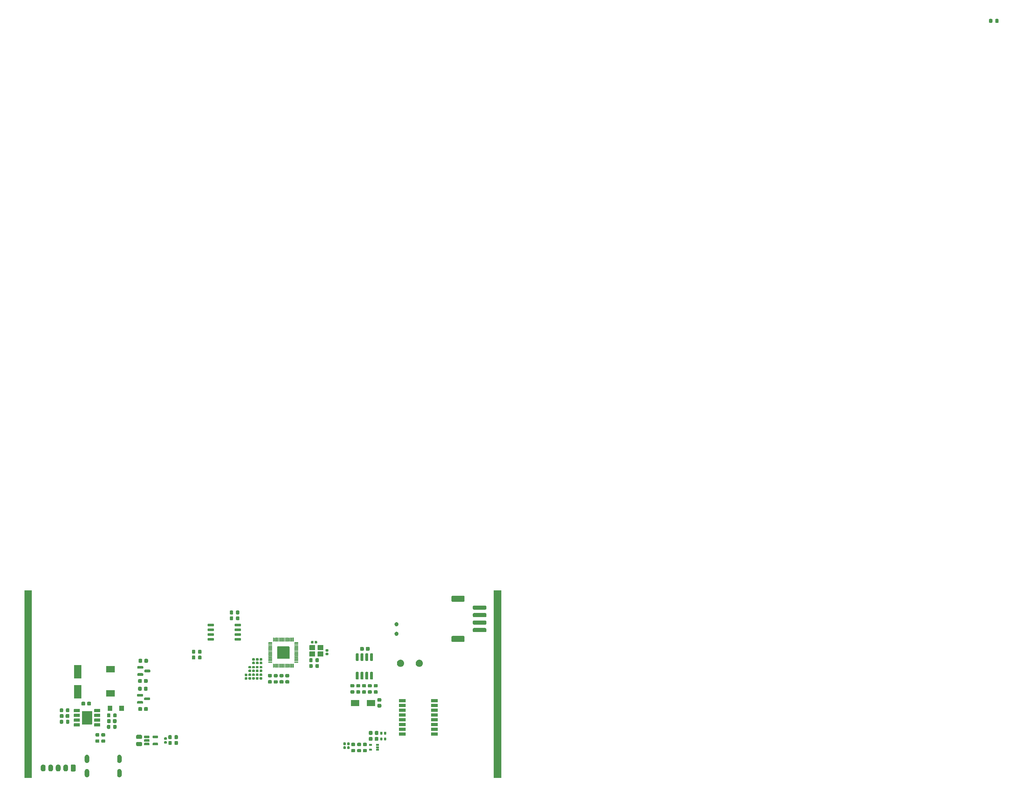
<source format=gbs>
G04 #@! TF.GenerationSoftware,KiCad,Pcbnew,8.0.0-rc1*
G04 #@! TF.CreationDate,2024-11-04T15:19:59+03:00*
G04 #@! TF.ProjectId,Movita_CM4_CT_Router_V3.1,4d6f7669-7461-45f4-934d-345f43545f52,REV1*
G04 #@! TF.SameCoordinates,Original*
G04 #@! TF.FileFunction,Soldermask,Bot*
G04 #@! TF.FilePolarity,Negative*
%FSLAX46Y46*%
G04 Gerber Fmt 4.6, Leading zero omitted, Abs format (unit mm)*
G04 Created by KiCad (PCBNEW 8.0.0-rc1) date 2024-11-04 15:19:59*
%MOMM*%
%LPD*%
G01*
G04 APERTURE LIST*
G04 APERTURE END LIST*
G36*
X110974680Y-82493276D02*
G01*
X110978767Y-82503141D01*
X110978767Y-132485238D01*
X110974680Y-132495103D01*
X110964816Y-132499190D01*
X108982718Y-132499190D01*
X108972853Y-132495103D01*
X108968767Y-132485238D01*
X108968767Y-82503141D01*
X108972853Y-82493276D01*
X108982718Y-82489190D01*
X110964816Y-82489190D01*
X110974680Y-82493276D01*
G37*
G36*
X235974680Y-82493276D02*
G01*
X235978767Y-82503141D01*
X235978767Y-132485238D01*
X235974680Y-132495103D01*
X235964816Y-132499190D01*
X233982718Y-132499190D01*
X233972853Y-132495103D01*
X233968767Y-132485238D01*
X233968767Y-82503141D01*
X233972853Y-82493276D01*
X233982718Y-82489190D01*
X235964816Y-82489190D01*
X235974680Y-82493276D01*
G37*
G36*
X125712984Y-130097340D02*
G01*
X125722344Y-130097340D01*
X125749311Y-130104566D01*
X125818452Y-130118319D01*
X125851090Y-130131838D01*
X125874142Y-130138015D01*
X125894808Y-130149946D01*
X125927447Y-130163466D01*
X125986062Y-130202631D01*
X126010241Y-130216591D01*
X126016859Y-130223209D01*
X126025533Y-130229005D01*
X126108951Y-130312423D01*
X126114746Y-130321096D01*
X126121366Y-130327716D01*
X126135327Y-130351897D01*
X126174490Y-130410509D01*
X126188008Y-130443144D01*
X126199942Y-130463815D01*
X126206119Y-130486870D01*
X126219637Y-130519504D01*
X126233388Y-130588636D01*
X126240617Y-130615613D01*
X126240662Y-130625206D01*
X126242664Y-130635267D01*
X126245763Y-131693151D01*
X126245762Y-131693168D01*
X126245767Y-131694190D01*
X126245547Y-131697541D01*
X126242868Y-131752087D01*
X126241532Y-131758802D01*
X126240617Y-131772767D01*
X126233387Y-131799745D01*
X126219637Y-131868875D01*
X126206120Y-131901506D01*
X126199942Y-131924565D01*
X126188006Y-131945238D01*
X126174490Y-131977870D01*
X126135331Y-132036474D01*
X126121366Y-132060664D01*
X126114744Y-132067285D01*
X126108951Y-132075956D01*
X126025533Y-132159374D01*
X126016862Y-132165167D01*
X126010241Y-132171789D01*
X125986051Y-132185754D01*
X125927447Y-132224913D01*
X125894815Y-132238429D01*
X125874142Y-132250365D01*
X125851083Y-132256543D01*
X125818452Y-132270060D01*
X125749317Y-132283812D01*
X125722344Y-132291040D01*
X125712983Y-132291040D01*
X125702753Y-132293075D01*
X125584781Y-132293075D01*
X125574551Y-132291040D01*
X125565190Y-132291040D01*
X125538217Y-132283812D01*
X125469081Y-132270060D01*
X125436447Y-132256542D01*
X125413392Y-132250365D01*
X125392721Y-132238431D01*
X125360086Y-132224913D01*
X125301474Y-132185750D01*
X125277293Y-132171789D01*
X125270673Y-132165169D01*
X125262000Y-132159374D01*
X125178582Y-132075956D01*
X125172786Y-132067282D01*
X125166168Y-132060664D01*
X125152208Y-132036485D01*
X125113043Y-131977870D01*
X125099523Y-131945231D01*
X125087592Y-131924565D01*
X125081415Y-131901513D01*
X125067896Y-131868875D01*
X125054142Y-131799732D01*
X125046917Y-131772767D01*
X125046871Y-131763177D01*
X125044869Y-131753112D01*
X125041770Y-130695228D01*
X125041771Y-130695191D01*
X125041767Y-130694190D01*
X125041982Y-130690902D01*
X125044665Y-130636292D01*
X125046002Y-130629568D01*
X125046917Y-130615613D01*
X125054141Y-130588651D01*
X125067896Y-130519504D01*
X125081415Y-130486863D01*
X125087592Y-130463815D01*
X125099522Y-130443150D01*
X125113043Y-130410509D01*
X125152213Y-130351886D01*
X125166168Y-130327716D01*
X125172784Y-130321099D01*
X125178582Y-130312423D01*
X125262000Y-130229005D01*
X125270676Y-130223207D01*
X125277293Y-130216591D01*
X125301463Y-130202636D01*
X125360086Y-130163466D01*
X125392727Y-130149945D01*
X125413392Y-130138015D01*
X125436440Y-130131838D01*
X125469081Y-130118319D01*
X125538223Y-130104565D01*
X125565190Y-130097340D01*
X125574550Y-130097340D01*
X125584781Y-130095305D01*
X125702753Y-130095305D01*
X125712984Y-130097340D01*
G37*
G36*
X134352984Y-130097340D02*
G01*
X134362344Y-130097340D01*
X134389311Y-130104566D01*
X134458452Y-130118319D01*
X134491090Y-130131838D01*
X134514142Y-130138015D01*
X134534808Y-130149946D01*
X134567447Y-130163466D01*
X134626062Y-130202631D01*
X134650241Y-130216591D01*
X134656859Y-130223209D01*
X134665533Y-130229005D01*
X134748951Y-130312423D01*
X134754746Y-130321096D01*
X134761366Y-130327716D01*
X134775327Y-130351897D01*
X134814490Y-130410509D01*
X134828008Y-130443144D01*
X134839942Y-130463815D01*
X134846119Y-130486870D01*
X134859637Y-130519504D01*
X134873388Y-130588636D01*
X134880617Y-130615613D01*
X134880662Y-130625206D01*
X134882664Y-130635267D01*
X134885763Y-131693151D01*
X134885762Y-131693168D01*
X134885767Y-131694190D01*
X134885547Y-131697541D01*
X134882868Y-131752087D01*
X134881532Y-131758802D01*
X134880617Y-131772767D01*
X134873387Y-131799745D01*
X134859637Y-131868875D01*
X134846120Y-131901506D01*
X134839942Y-131924565D01*
X134828006Y-131945238D01*
X134814490Y-131977870D01*
X134775331Y-132036474D01*
X134761366Y-132060664D01*
X134754744Y-132067285D01*
X134748951Y-132075956D01*
X134665533Y-132159374D01*
X134656862Y-132165167D01*
X134650241Y-132171789D01*
X134626051Y-132185754D01*
X134567447Y-132224913D01*
X134534815Y-132238429D01*
X134514142Y-132250365D01*
X134491083Y-132256543D01*
X134458452Y-132270060D01*
X134389317Y-132283812D01*
X134362344Y-132291040D01*
X134352983Y-132291040D01*
X134342753Y-132293075D01*
X134224781Y-132293075D01*
X134214551Y-132291040D01*
X134205190Y-132291040D01*
X134178217Y-132283812D01*
X134109081Y-132270060D01*
X134076447Y-132256542D01*
X134053392Y-132250365D01*
X134032721Y-132238431D01*
X134000086Y-132224913D01*
X133941474Y-132185750D01*
X133917293Y-132171789D01*
X133910673Y-132165169D01*
X133902000Y-132159374D01*
X133818582Y-132075956D01*
X133812786Y-132067282D01*
X133806168Y-132060664D01*
X133792208Y-132036485D01*
X133753043Y-131977870D01*
X133739523Y-131945231D01*
X133727592Y-131924565D01*
X133721415Y-131901513D01*
X133707896Y-131868875D01*
X133694142Y-131799732D01*
X133686917Y-131772767D01*
X133686871Y-131763177D01*
X133684869Y-131753112D01*
X133681770Y-130695228D01*
X133681771Y-130695191D01*
X133681767Y-130694190D01*
X133681982Y-130690902D01*
X133684665Y-130636292D01*
X133686002Y-130629568D01*
X133686917Y-130615613D01*
X133694141Y-130588651D01*
X133707896Y-130519504D01*
X133721415Y-130486863D01*
X133727592Y-130463815D01*
X133739522Y-130443150D01*
X133753043Y-130410509D01*
X133792213Y-130351886D01*
X133806168Y-130327716D01*
X133812784Y-130321099D01*
X133818582Y-130312423D01*
X133902000Y-130229005D01*
X133910676Y-130223207D01*
X133917293Y-130216591D01*
X133941463Y-130202636D01*
X134000086Y-130163466D01*
X134032727Y-130149945D01*
X134053392Y-130138015D01*
X134076440Y-130131838D01*
X134109081Y-130118319D01*
X134178223Y-130104565D01*
X134205190Y-130097340D01*
X134214550Y-130097340D01*
X134224781Y-130095305D01*
X134342753Y-130095305D01*
X134352984Y-130097340D01*
G37*
G36*
X122392681Y-128896185D02*
G01*
X122397412Y-128898274D01*
X122400578Y-128898691D01*
X122440209Y-128917171D01*
X122493873Y-128940866D01*
X122572091Y-129019084D01*
X122595795Y-129072769D01*
X122614265Y-129112378D01*
X122614681Y-129115541D01*
X122616772Y-129120276D01*
X122624767Y-129189190D01*
X122624767Y-130439190D01*
X122616772Y-130508104D01*
X122614681Y-130512838D01*
X122614265Y-130516001D01*
X122595803Y-130555592D01*
X122572091Y-130609296D01*
X122493873Y-130687514D01*
X122440169Y-130711226D01*
X122400578Y-130729688D01*
X122397415Y-130730104D01*
X122392681Y-130732195D01*
X122323767Y-130740190D01*
X121623767Y-130740190D01*
X121554853Y-130732195D01*
X121550118Y-130730104D01*
X121546955Y-130729688D01*
X121507346Y-130711218D01*
X121453661Y-130687514D01*
X121375443Y-130609296D01*
X121351748Y-130555632D01*
X121333268Y-130516001D01*
X121332851Y-130512835D01*
X121330762Y-130508104D01*
X121322767Y-130439190D01*
X121322767Y-129189190D01*
X121330762Y-129120276D01*
X121332851Y-129115544D01*
X121333268Y-129112378D01*
X121351756Y-129072728D01*
X121375443Y-129019084D01*
X121453661Y-128940866D01*
X121507305Y-128917179D01*
X121546955Y-128898691D01*
X121550121Y-128898274D01*
X121554853Y-128896185D01*
X121623767Y-128888190D01*
X122323767Y-128888190D01*
X122392681Y-128896185D01*
G37*
G36*
X114162742Y-128916222D02*
G01*
X114280646Y-128965059D01*
X114386757Y-129035960D01*
X114476997Y-129126200D01*
X114547898Y-129232311D01*
X114596735Y-129350215D01*
X114621632Y-129475381D01*
X114624767Y-130089190D01*
X114621632Y-130152999D01*
X114596735Y-130278165D01*
X114547898Y-130396069D01*
X114476997Y-130502180D01*
X114386757Y-130592420D01*
X114280646Y-130663321D01*
X114162742Y-130712158D01*
X114037576Y-130737055D01*
X113909958Y-130737055D01*
X113784792Y-130712158D01*
X113666888Y-130663321D01*
X113560777Y-130592420D01*
X113470537Y-130502180D01*
X113399636Y-130396069D01*
X113350799Y-130278165D01*
X113325902Y-130152999D01*
X113322767Y-129539190D01*
X113325902Y-129475381D01*
X113350799Y-129350215D01*
X113399636Y-129232311D01*
X113470537Y-129126200D01*
X113560777Y-129035960D01*
X113666888Y-128965059D01*
X113784792Y-128916222D01*
X113909958Y-128891325D01*
X114037576Y-128891325D01*
X114162742Y-128916222D01*
G37*
G36*
X116162742Y-128916222D02*
G01*
X116280646Y-128965059D01*
X116386757Y-129035960D01*
X116476997Y-129126200D01*
X116547898Y-129232311D01*
X116596735Y-129350215D01*
X116621632Y-129475381D01*
X116624767Y-130089190D01*
X116621632Y-130152999D01*
X116596735Y-130278165D01*
X116547898Y-130396069D01*
X116476997Y-130502180D01*
X116386757Y-130592420D01*
X116280646Y-130663321D01*
X116162742Y-130712158D01*
X116037576Y-130737055D01*
X115909958Y-130737055D01*
X115784792Y-130712158D01*
X115666888Y-130663321D01*
X115560777Y-130592420D01*
X115470537Y-130502180D01*
X115399636Y-130396069D01*
X115350799Y-130278165D01*
X115325902Y-130152999D01*
X115322767Y-129539190D01*
X115325902Y-129475381D01*
X115350799Y-129350215D01*
X115399636Y-129232311D01*
X115470537Y-129126200D01*
X115560777Y-129035960D01*
X115666888Y-128965059D01*
X115784792Y-128916222D01*
X115909958Y-128891325D01*
X116037576Y-128891325D01*
X116162742Y-128916222D01*
G37*
G36*
X118162742Y-128916222D02*
G01*
X118280646Y-128965059D01*
X118386757Y-129035960D01*
X118476997Y-129126200D01*
X118547898Y-129232311D01*
X118596735Y-129350215D01*
X118621632Y-129475381D01*
X118624767Y-130089190D01*
X118621632Y-130152999D01*
X118596735Y-130278165D01*
X118547898Y-130396069D01*
X118476997Y-130502180D01*
X118386757Y-130592420D01*
X118280646Y-130663321D01*
X118162742Y-130712158D01*
X118037576Y-130737055D01*
X117909958Y-130737055D01*
X117784792Y-130712158D01*
X117666888Y-130663321D01*
X117560777Y-130592420D01*
X117470537Y-130502180D01*
X117399636Y-130396069D01*
X117350799Y-130278165D01*
X117325902Y-130152999D01*
X117322767Y-129539190D01*
X117325902Y-129475381D01*
X117350799Y-129350215D01*
X117399636Y-129232311D01*
X117470537Y-129126200D01*
X117560777Y-129035960D01*
X117666888Y-128965059D01*
X117784792Y-128916222D01*
X117909958Y-128891325D01*
X118037576Y-128891325D01*
X118162742Y-128916222D01*
G37*
G36*
X120162742Y-128916222D02*
G01*
X120280646Y-128965059D01*
X120386757Y-129035960D01*
X120476997Y-129126200D01*
X120547898Y-129232311D01*
X120596735Y-129350215D01*
X120621632Y-129475381D01*
X120624767Y-130089190D01*
X120621632Y-130152999D01*
X120596735Y-130278165D01*
X120547898Y-130396069D01*
X120476997Y-130502180D01*
X120386757Y-130592420D01*
X120280646Y-130663321D01*
X120162742Y-130712158D01*
X120037576Y-130737055D01*
X119909958Y-130737055D01*
X119784792Y-130712158D01*
X119666888Y-130663321D01*
X119560777Y-130592420D01*
X119470537Y-130502180D01*
X119399636Y-130396069D01*
X119350799Y-130278165D01*
X119325902Y-130152999D01*
X119322767Y-129539190D01*
X119325902Y-129475381D01*
X119350799Y-129350215D01*
X119399636Y-129232311D01*
X119470537Y-129126200D01*
X119560777Y-129035960D01*
X119666888Y-128965059D01*
X119784792Y-128916222D01*
X119909958Y-128891325D01*
X120037576Y-128891325D01*
X120162742Y-128916222D01*
G37*
G36*
X125712984Y-126297340D02*
G01*
X125722344Y-126297340D01*
X125749311Y-126304566D01*
X125818452Y-126318319D01*
X125851090Y-126331838D01*
X125874142Y-126338015D01*
X125894808Y-126349946D01*
X125927447Y-126363466D01*
X125986062Y-126402631D01*
X126010241Y-126416591D01*
X126016859Y-126423209D01*
X126025533Y-126429005D01*
X126108951Y-126512423D01*
X126114746Y-126521096D01*
X126121366Y-126527716D01*
X126135327Y-126551897D01*
X126174490Y-126610509D01*
X126188008Y-126643144D01*
X126199942Y-126663815D01*
X126206119Y-126686870D01*
X126219637Y-126719504D01*
X126233388Y-126788636D01*
X126240617Y-126815613D01*
X126240662Y-126825206D01*
X126242664Y-126835267D01*
X126245763Y-127893151D01*
X126245762Y-127893168D01*
X126245767Y-127894190D01*
X126245547Y-127897541D01*
X126242868Y-127952087D01*
X126241532Y-127958802D01*
X126240617Y-127972767D01*
X126233387Y-127999745D01*
X126219637Y-128068875D01*
X126206120Y-128101506D01*
X126199942Y-128124565D01*
X126188006Y-128145238D01*
X126174490Y-128177870D01*
X126135331Y-128236474D01*
X126121366Y-128260664D01*
X126114744Y-128267285D01*
X126108951Y-128275956D01*
X126025533Y-128359374D01*
X126016862Y-128365167D01*
X126010241Y-128371789D01*
X125986051Y-128385754D01*
X125927447Y-128424913D01*
X125894815Y-128438429D01*
X125874142Y-128450365D01*
X125851083Y-128456543D01*
X125818452Y-128470060D01*
X125749317Y-128483812D01*
X125722344Y-128491040D01*
X125712983Y-128491040D01*
X125702753Y-128493075D01*
X125584781Y-128493075D01*
X125574551Y-128491040D01*
X125565190Y-128491040D01*
X125538217Y-128483812D01*
X125469081Y-128470060D01*
X125436447Y-128456542D01*
X125413392Y-128450365D01*
X125392721Y-128438431D01*
X125360086Y-128424913D01*
X125301474Y-128385750D01*
X125277293Y-128371789D01*
X125270673Y-128365169D01*
X125262000Y-128359374D01*
X125178582Y-128275956D01*
X125172786Y-128267282D01*
X125166168Y-128260664D01*
X125152208Y-128236485D01*
X125113043Y-128177870D01*
X125099523Y-128145231D01*
X125087592Y-128124565D01*
X125081415Y-128101513D01*
X125067896Y-128068875D01*
X125054142Y-127999732D01*
X125046917Y-127972767D01*
X125046871Y-127963177D01*
X125044869Y-127953112D01*
X125041770Y-126895228D01*
X125041771Y-126895191D01*
X125041767Y-126894190D01*
X125041982Y-126890902D01*
X125044665Y-126836292D01*
X125046002Y-126829568D01*
X125046917Y-126815613D01*
X125054141Y-126788651D01*
X125067896Y-126719504D01*
X125081415Y-126686863D01*
X125087592Y-126663815D01*
X125099522Y-126643150D01*
X125113043Y-126610509D01*
X125152213Y-126551886D01*
X125166168Y-126527716D01*
X125172784Y-126521099D01*
X125178582Y-126512423D01*
X125262000Y-126429005D01*
X125270676Y-126423207D01*
X125277293Y-126416591D01*
X125301463Y-126402636D01*
X125360086Y-126363466D01*
X125392727Y-126349945D01*
X125413392Y-126338015D01*
X125436440Y-126331838D01*
X125469081Y-126318319D01*
X125538223Y-126304565D01*
X125565190Y-126297340D01*
X125574550Y-126297340D01*
X125584781Y-126295305D01*
X125702753Y-126295305D01*
X125712984Y-126297340D01*
G37*
G36*
X134352984Y-126297340D02*
G01*
X134362344Y-126297340D01*
X134389311Y-126304566D01*
X134458452Y-126318319D01*
X134491090Y-126331838D01*
X134514142Y-126338015D01*
X134534808Y-126349946D01*
X134567447Y-126363466D01*
X134626062Y-126402631D01*
X134650241Y-126416591D01*
X134656859Y-126423209D01*
X134665533Y-126429005D01*
X134748951Y-126512423D01*
X134754746Y-126521096D01*
X134761366Y-126527716D01*
X134775327Y-126551897D01*
X134814490Y-126610509D01*
X134828008Y-126643144D01*
X134839942Y-126663815D01*
X134846119Y-126686870D01*
X134859637Y-126719504D01*
X134873388Y-126788636D01*
X134880617Y-126815613D01*
X134880662Y-126825206D01*
X134882664Y-126835267D01*
X134885763Y-127893151D01*
X134885762Y-127893168D01*
X134885767Y-127894190D01*
X134885547Y-127897541D01*
X134882868Y-127952087D01*
X134881532Y-127958802D01*
X134880617Y-127972767D01*
X134873387Y-127999745D01*
X134859637Y-128068875D01*
X134846120Y-128101506D01*
X134839942Y-128124565D01*
X134828006Y-128145238D01*
X134814490Y-128177870D01*
X134775331Y-128236474D01*
X134761366Y-128260664D01*
X134754744Y-128267285D01*
X134748951Y-128275956D01*
X134665533Y-128359374D01*
X134656862Y-128365167D01*
X134650241Y-128371789D01*
X134626051Y-128385754D01*
X134567447Y-128424913D01*
X134534815Y-128438429D01*
X134514142Y-128450365D01*
X134491083Y-128456543D01*
X134458452Y-128470060D01*
X134389317Y-128483812D01*
X134362344Y-128491040D01*
X134352983Y-128491040D01*
X134342753Y-128493075D01*
X134224781Y-128493075D01*
X134214551Y-128491040D01*
X134205190Y-128491040D01*
X134178217Y-128483812D01*
X134109081Y-128470060D01*
X134076447Y-128456542D01*
X134053392Y-128450365D01*
X134032721Y-128438431D01*
X134000086Y-128424913D01*
X133941474Y-128385750D01*
X133917293Y-128371789D01*
X133910673Y-128365169D01*
X133902000Y-128359374D01*
X133818582Y-128275956D01*
X133812786Y-128267282D01*
X133806168Y-128260664D01*
X133792208Y-128236485D01*
X133753043Y-128177870D01*
X133739523Y-128145231D01*
X133727592Y-128124565D01*
X133721415Y-128101513D01*
X133707896Y-128068875D01*
X133694142Y-127999732D01*
X133686917Y-127972767D01*
X133686871Y-127963177D01*
X133684869Y-127953112D01*
X133681770Y-126895228D01*
X133681771Y-126895191D01*
X133681767Y-126894190D01*
X133681982Y-126890902D01*
X133684665Y-126836292D01*
X133686002Y-126829568D01*
X133686917Y-126815613D01*
X133694141Y-126788651D01*
X133707896Y-126719504D01*
X133721415Y-126686863D01*
X133727592Y-126663815D01*
X133739522Y-126643150D01*
X133753043Y-126610509D01*
X133792213Y-126551886D01*
X133806168Y-126527716D01*
X133812784Y-126521099D01*
X133818582Y-126512423D01*
X133902000Y-126429005D01*
X133910676Y-126423207D01*
X133917293Y-126416591D01*
X133941463Y-126402636D01*
X134000086Y-126363466D01*
X134032727Y-126349945D01*
X134053392Y-126338015D01*
X134076440Y-126331838D01*
X134109081Y-126318319D01*
X134178223Y-126304565D01*
X134205190Y-126297340D01*
X134214550Y-126297340D01*
X134224781Y-126295305D01*
X134342753Y-126295305D01*
X134352984Y-126297340D01*
G37*
G36*
X196821781Y-124757038D02*
G01*
X196873961Y-124763092D01*
X196891789Y-124770964D01*
X196914196Y-124775421D01*
X196938184Y-124791449D01*
X196959551Y-124800884D01*
X196974144Y-124815477D01*
X196995626Y-124829831D01*
X197009979Y-124851312D01*
X197024572Y-124865905D01*
X197034005Y-124887269D01*
X197050036Y-124911261D01*
X197054493Y-124933669D01*
X197062364Y-124951495D01*
X197068416Y-125003666D01*
X197069142Y-125007315D01*
X197069142Y-125407315D01*
X197068415Y-125410965D01*
X197062364Y-125463134D01*
X197054493Y-125480958D01*
X197050036Y-125503369D01*
X197034004Y-125527362D01*
X197024572Y-125548724D01*
X197009981Y-125563314D01*
X196995626Y-125584799D01*
X196974141Y-125599154D01*
X196959551Y-125613745D01*
X196938189Y-125623177D01*
X196914196Y-125639209D01*
X196891785Y-125643666D01*
X196873961Y-125651537D01*
X196821792Y-125657588D01*
X196818142Y-125658315D01*
X196268142Y-125658315D01*
X196264491Y-125657588D01*
X196212322Y-125651537D01*
X196194496Y-125643666D01*
X196172088Y-125639209D01*
X196148096Y-125623178D01*
X196126732Y-125613745D01*
X196112139Y-125599152D01*
X196090658Y-125584799D01*
X196076304Y-125563317D01*
X196061711Y-125548724D01*
X196052276Y-125527357D01*
X196036248Y-125503369D01*
X196031791Y-125480962D01*
X196023919Y-125463134D01*
X196017865Y-125410953D01*
X196017142Y-125407315D01*
X196017142Y-125007315D01*
X196017865Y-125003678D01*
X196023919Y-124951495D01*
X196031791Y-124933665D01*
X196036248Y-124911261D01*
X196052275Y-124887274D01*
X196061711Y-124865905D01*
X196076306Y-124851309D01*
X196090658Y-124829831D01*
X196112136Y-124815479D01*
X196126732Y-124800884D01*
X196148101Y-124791448D01*
X196172088Y-124775421D01*
X196194492Y-124770964D01*
X196212322Y-124763092D01*
X196264505Y-124757038D01*
X196268142Y-124756315D01*
X196818142Y-124756315D01*
X196821781Y-124757038D01*
G37*
G36*
X198401781Y-124757038D02*
G01*
X198453961Y-124763092D01*
X198471789Y-124770964D01*
X198494196Y-124775421D01*
X198518184Y-124791449D01*
X198539551Y-124800884D01*
X198554144Y-124815477D01*
X198575626Y-124829831D01*
X198589979Y-124851312D01*
X198604572Y-124865905D01*
X198614005Y-124887269D01*
X198630036Y-124911261D01*
X198634493Y-124933669D01*
X198642364Y-124951495D01*
X198648416Y-125003666D01*
X198649142Y-125007315D01*
X198649142Y-125407315D01*
X198648415Y-125410965D01*
X198642364Y-125463134D01*
X198634493Y-125480958D01*
X198630036Y-125503369D01*
X198614004Y-125527362D01*
X198604572Y-125548724D01*
X198589981Y-125563314D01*
X198575626Y-125584799D01*
X198554141Y-125599154D01*
X198539551Y-125613745D01*
X198518189Y-125623177D01*
X198494196Y-125639209D01*
X198471785Y-125643666D01*
X198453961Y-125651537D01*
X198401792Y-125657588D01*
X198398142Y-125658315D01*
X197848142Y-125658315D01*
X197844491Y-125657588D01*
X197792322Y-125651537D01*
X197774496Y-125643666D01*
X197752088Y-125639209D01*
X197728096Y-125623178D01*
X197706732Y-125613745D01*
X197692139Y-125599152D01*
X197670658Y-125584799D01*
X197656304Y-125563317D01*
X197641711Y-125548724D01*
X197632276Y-125527357D01*
X197616248Y-125503369D01*
X197611791Y-125480962D01*
X197603919Y-125463134D01*
X197597865Y-125410953D01*
X197597142Y-125407315D01*
X197597142Y-125007315D01*
X197597865Y-125003678D01*
X197603919Y-124951495D01*
X197611791Y-124933665D01*
X197616248Y-124911261D01*
X197632275Y-124887274D01*
X197641711Y-124865905D01*
X197656306Y-124851309D01*
X197670658Y-124829831D01*
X197692136Y-124815479D01*
X197706732Y-124800884D01*
X197728101Y-124791448D01*
X197752088Y-124775421D01*
X197774492Y-124770964D01*
X197792322Y-124763092D01*
X197844505Y-124757038D01*
X197848142Y-124756315D01*
X198398142Y-124756315D01*
X198401781Y-124757038D01*
G37*
G36*
X199941781Y-124757038D02*
G01*
X199993961Y-124763092D01*
X200011789Y-124770964D01*
X200034196Y-124775421D01*
X200058184Y-124791449D01*
X200079551Y-124800884D01*
X200094144Y-124815477D01*
X200115626Y-124829831D01*
X200129979Y-124851312D01*
X200144572Y-124865905D01*
X200154005Y-124887269D01*
X200170036Y-124911261D01*
X200174493Y-124933669D01*
X200182364Y-124951495D01*
X200188416Y-125003666D01*
X200189142Y-125007315D01*
X200189142Y-125407315D01*
X200188415Y-125410965D01*
X200182364Y-125463134D01*
X200174493Y-125480958D01*
X200170036Y-125503369D01*
X200154004Y-125527362D01*
X200144572Y-125548724D01*
X200129981Y-125563314D01*
X200115626Y-125584799D01*
X200094141Y-125599154D01*
X200079551Y-125613745D01*
X200058189Y-125623177D01*
X200034196Y-125639209D01*
X200011785Y-125643666D01*
X199993961Y-125651537D01*
X199941792Y-125657588D01*
X199938142Y-125658315D01*
X199388142Y-125658315D01*
X199384491Y-125657588D01*
X199332322Y-125651537D01*
X199314496Y-125643666D01*
X199292088Y-125639209D01*
X199268096Y-125623178D01*
X199246732Y-125613745D01*
X199232139Y-125599152D01*
X199210658Y-125584799D01*
X199196304Y-125563317D01*
X199181711Y-125548724D01*
X199172276Y-125527357D01*
X199156248Y-125503369D01*
X199151791Y-125480962D01*
X199143919Y-125463134D01*
X199137865Y-125410953D01*
X199137142Y-125407315D01*
X199137142Y-125007315D01*
X199137865Y-125003678D01*
X199143919Y-124951495D01*
X199151791Y-124933665D01*
X199156248Y-124911261D01*
X199172275Y-124887274D01*
X199181711Y-124865905D01*
X199196306Y-124851309D01*
X199210658Y-124829831D01*
X199232136Y-124815479D01*
X199246732Y-124800884D01*
X199268101Y-124791448D01*
X199292088Y-124775421D01*
X199314492Y-124770964D01*
X199332322Y-124763092D01*
X199384505Y-124757038D01*
X199388142Y-124756315D01*
X199938142Y-124756315D01*
X199941781Y-124757038D01*
G37*
G36*
X201498284Y-124717072D02*
G01*
X201514829Y-124728128D01*
X201525885Y-124744673D01*
X201529767Y-124764190D01*
X201529767Y-125164190D01*
X201525885Y-125183707D01*
X201514829Y-125200252D01*
X201498284Y-125211308D01*
X201478767Y-125215190D01*
X200828767Y-125215190D01*
X200809250Y-125211308D01*
X200792705Y-125200252D01*
X200781649Y-125183707D01*
X200777767Y-125164190D01*
X200777767Y-124764190D01*
X200781649Y-124744673D01*
X200792705Y-124728128D01*
X200809250Y-124717072D01*
X200828767Y-124713190D01*
X201478767Y-124713190D01*
X201498284Y-124717072D01*
G37*
G36*
X203398284Y-124717072D02*
G01*
X203414829Y-124728128D01*
X203425885Y-124744673D01*
X203429767Y-124764190D01*
X203429767Y-125164190D01*
X203425885Y-125183707D01*
X203414829Y-125200252D01*
X203398284Y-125211308D01*
X203378767Y-125215190D01*
X202728767Y-125215190D01*
X202709250Y-125211308D01*
X202692705Y-125200252D01*
X202681649Y-125183707D01*
X202677767Y-125164190D01*
X202677767Y-124764190D01*
X202681649Y-124744673D01*
X202692705Y-124728128D01*
X202709250Y-124717072D01*
X202728767Y-124713190D01*
X203378767Y-124713190D01*
X203398284Y-124717072D01*
G37*
G36*
X194459321Y-124035473D02*
G01*
X194519664Y-124075793D01*
X194559984Y-124136136D01*
X194574142Y-124207315D01*
X194574142Y-124577315D01*
X194559984Y-124648494D01*
X194519664Y-124708837D01*
X194459321Y-124749157D01*
X194388142Y-124763315D01*
X194118142Y-124763315D01*
X194046963Y-124749157D01*
X193986620Y-124708837D01*
X193946300Y-124648494D01*
X193932142Y-124577315D01*
X193932142Y-124207315D01*
X193946300Y-124136136D01*
X193986620Y-124075793D01*
X194046963Y-124035473D01*
X194118142Y-124021315D01*
X194388142Y-124021315D01*
X194459321Y-124035473D01*
G37*
G36*
X195479321Y-124035473D02*
G01*
X195539664Y-124075793D01*
X195579984Y-124136136D01*
X195594142Y-124207315D01*
X195594142Y-124577315D01*
X195579984Y-124648494D01*
X195539664Y-124708837D01*
X195479321Y-124749157D01*
X195408142Y-124763315D01*
X195138142Y-124763315D01*
X195066963Y-124749157D01*
X195006620Y-124708837D01*
X194966300Y-124648494D01*
X194952142Y-124577315D01*
X194952142Y-124207315D01*
X194966300Y-124136136D01*
X195006620Y-124075793D01*
X195066963Y-124035473D01*
X195138142Y-124021315D01*
X195408142Y-124021315D01*
X195479321Y-124035473D01*
G37*
G36*
X203398284Y-124067072D02*
G01*
X203414829Y-124078128D01*
X203425885Y-124094673D01*
X203429767Y-124114190D01*
X203429767Y-124514190D01*
X203425885Y-124533707D01*
X203414829Y-124550252D01*
X203398284Y-124561308D01*
X203378767Y-124565190D01*
X202728767Y-124565190D01*
X202709250Y-124561308D01*
X202692705Y-124550252D01*
X202681649Y-124533707D01*
X202677767Y-124514190D01*
X202677767Y-124114190D01*
X202681649Y-124094673D01*
X202692705Y-124078128D01*
X202709250Y-124067072D01*
X202728767Y-124063190D01*
X203378767Y-124063190D01*
X203398284Y-124067072D01*
G37*
G36*
X196821781Y-123107038D02*
G01*
X196873961Y-123113092D01*
X196891789Y-123120964D01*
X196914196Y-123125421D01*
X196938184Y-123141449D01*
X196959551Y-123150884D01*
X196974144Y-123165477D01*
X196995626Y-123179831D01*
X197009979Y-123201312D01*
X197024572Y-123215905D01*
X197034005Y-123237269D01*
X197050036Y-123261261D01*
X197054493Y-123283669D01*
X197062364Y-123301495D01*
X197068416Y-123353666D01*
X197069142Y-123357315D01*
X197069142Y-123757315D01*
X197068415Y-123760965D01*
X197062364Y-123813134D01*
X197054493Y-123830958D01*
X197050036Y-123853369D01*
X197034004Y-123877362D01*
X197024572Y-123898724D01*
X197009981Y-123913314D01*
X196995626Y-123934799D01*
X196974141Y-123949154D01*
X196959551Y-123963745D01*
X196938189Y-123973177D01*
X196914196Y-123989209D01*
X196891785Y-123993666D01*
X196873961Y-124001537D01*
X196821792Y-124007588D01*
X196818142Y-124008315D01*
X196268142Y-124008315D01*
X196264491Y-124007588D01*
X196212322Y-124001537D01*
X196194496Y-123993666D01*
X196172088Y-123989209D01*
X196148096Y-123973178D01*
X196126732Y-123963745D01*
X196112139Y-123949152D01*
X196090658Y-123934799D01*
X196076304Y-123913317D01*
X196061711Y-123898724D01*
X196052276Y-123877357D01*
X196036248Y-123853369D01*
X196031791Y-123830962D01*
X196023919Y-123813134D01*
X196017865Y-123760953D01*
X196017142Y-123757315D01*
X196017142Y-123357315D01*
X196017865Y-123353678D01*
X196023919Y-123301495D01*
X196031791Y-123283665D01*
X196036248Y-123261261D01*
X196052275Y-123237274D01*
X196061711Y-123215905D01*
X196076306Y-123201309D01*
X196090658Y-123179831D01*
X196112136Y-123165479D01*
X196126732Y-123150884D01*
X196148101Y-123141448D01*
X196172088Y-123125421D01*
X196194492Y-123120964D01*
X196212322Y-123113092D01*
X196264505Y-123107038D01*
X196268142Y-123106315D01*
X196818142Y-123106315D01*
X196821781Y-123107038D01*
G37*
G36*
X198401781Y-123107038D02*
G01*
X198453961Y-123113092D01*
X198471789Y-123120964D01*
X198494196Y-123125421D01*
X198518184Y-123141449D01*
X198539551Y-123150884D01*
X198554144Y-123165477D01*
X198575626Y-123179831D01*
X198589979Y-123201312D01*
X198604572Y-123215905D01*
X198614005Y-123237269D01*
X198630036Y-123261261D01*
X198634493Y-123283669D01*
X198642364Y-123301495D01*
X198648416Y-123353666D01*
X198649142Y-123357315D01*
X198649142Y-123757315D01*
X198648415Y-123760965D01*
X198642364Y-123813134D01*
X198634493Y-123830958D01*
X198630036Y-123853369D01*
X198614004Y-123877362D01*
X198604572Y-123898724D01*
X198589981Y-123913314D01*
X198575626Y-123934799D01*
X198554141Y-123949154D01*
X198539551Y-123963745D01*
X198518189Y-123973177D01*
X198494196Y-123989209D01*
X198471785Y-123993666D01*
X198453961Y-124001537D01*
X198401792Y-124007588D01*
X198398142Y-124008315D01*
X197848142Y-124008315D01*
X197844491Y-124007588D01*
X197792322Y-124001537D01*
X197774496Y-123993666D01*
X197752088Y-123989209D01*
X197728096Y-123973178D01*
X197706732Y-123963745D01*
X197692139Y-123949152D01*
X197670658Y-123934799D01*
X197656304Y-123913317D01*
X197641711Y-123898724D01*
X197632276Y-123877357D01*
X197616248Y-123853369D01*
X197611791Y-123830962D01*
X197603919Y-123813134D01*
X197597865Y-123760953D01*
X197597142Y-123757315D01*
X197597142Y-123357315D01*
X197597865Y-123353678D01*
X197603919Y-123301495D01*
X197611791Y-123283665D01*
X197616248Y-123261261D01*
X197632275Y-123237274D01*
X197641711Y-123215905D01*
X197656306Y-123201309D01*
X197670658Y-123179831D01*
X197692136Y-123165479D01*
X197706732Y-123150884D01*
X197728101Y-123141448D01*
X197752088Y-123125421D01*
X197774492Y-123120964D01*
X197792322Y-123113092D01*
X197844505Y-123107038D01*
X197848142Y-123106315D01*
X198398142Y-123106315D01*
X198401781Y-123107038D01*
G37*
G36*
X199941781Y-123107038D02*
G01*
X199993961Y-123113092D01*
X200011789Y-123120964D01*
X200034196Y-123125421D01*
X200058184Y-123141449D01*
X200079551Y-123150884D01*
X200094144Y-123165477D01*
X200115626Y-123179831D01*
X200129979Y-123201312D01*
X200144572Y-123215905D01*
X200154005Y-123237269D01*
X200170036Y-123261261D01*
X200174493Y-123283669D01*
X200182364Y-123301495D01*
X200188416Y-123353666D01*
X200189142Y-123357315D01*
X200189142Y-123757315D01*
X200188415Y-123760965D01*
X200182364Y-123813134D01*
X200174493Y-123830958D01*
X200170036Y-123853369D01*
X200154004Y-123877362D01*
X200144572Y-123898724D01*
X200129981Y-123913314D01*
X200115626Y-123934799D01*
X200094141Y-123949154D01*
X200079551Y-123963745D01*
X200058189Y-123973177D01*
X200034196Y-123989209D01*
X200011785Y-123993666D01*
X199993961Y-124001537D01*
X199941792Y-124007588D01*
X199938142Y-124008315D01*
X199388142Y-124008315D01*
X199384491Y-124007588D01*
X199332322Y-124001537D01*
X199314496Y-123993666D01*
X199292088Y-123989209D01*
X199268096Y-123973178D01*
X199246732Y-123963745D01*
X199232139Y-123949152D01*
X199210658Y-123934799D01*
X199196304Y-123913317D01*
X199181711Y-123898724D01*
X199172276Y-123877357D01*
X199156248Y-123853369D01*
X199151791Y-123830962D01*
X199143919Y-123813134D01*
X199137865Y-123760953D01*
X199137142Y-123757315D01*
X199137142Y-123357315D01*
X199137865Y-123353678D01*
X199143919Y-123301495D01*
X199151791Y-123283665D01*
X199156248Y-123261261D01*
X199172275Y-123237274D01*
X199181711Y-123215905D01*
X199196306Y-123201309D01*
X199210658Y-123179831D01*
X199232136Y-123165479D01*
X199246732Y-123150884D01*
X199268101Y-123141448D01*
X199292088Y-123125421D01*
X199314492Y-123120964D01*
X199332322Y-123113092D01*
X199384505Y-123107038D01*
X199388142Y-123106315D01*
X199938142Y-123106315D01*
X199941781Y-123107038D01*
G37*
G36*
X140072681Y-122891185D02*
G01*
X140077412Y-122893274D01*
X140080578Y-122893691D01*
X140120209Y-122912171D01*
X140173873Y-122935866D01*
X140252091Y-123014084D01*
X140275795Y-123067769D01*
X140294265Y-123107378D01*
X140294681Y-123110541D01*
X140296772Y-123115276D01*
X140304767Y-123184190D01*
X140304767Y-123684190D01*
X140296772Y-123753104D01*
X140294681Y-123757838D01*
X140294265Y-123761001D01*
X140275803Y-123800592D01*
X140252091Y-123854296D01*
X140173873Y-123932514D01*
X140120169Y-123956226D01*
X140080578Y-123974688D01*
X140077415Y-123975104D01*
X140072681Y-123977195D01*
X140003767Y-123985190D01*
X139053767Y-123985190D01*
X138984853Y-123977195D01*
X138980118Y-123975104D01*
X138976955Y-123974688D01*
X138937346Y-123956218D01*
X138883661Y-123932514D01*
X138805443Y-123854296D01*
X138781748Y-123800632D01*
X138763268Y-123761001D01*
X138762851Y-123757835D01*
X138760762Y-123753104D01*
X138752767Y-123684190D01*
X138752767Y-123184190D01*
X138760762Y-123115276D01*
X138762851Y-123110544D01*
X138763268Y-123107378D01*
X138781756Y-123067728D01*
X138805443Y-123014084D01*
X138883661Y-122935866D01*
X138937305Y-122912179D01*
X138976955Y-122893691D01*
X138980121Y-122893274D01*
X138984853Y-122891185D01*
X139053767Y-122883190D01*
X140003767Y-122883190D01*
X140072681Y-122891185D01*
G37*
G36*
X201498284Y-123417072D02*
G01*
X201514829Y-123428128D01*
X201525885Y-123444673D01*
X201529767Y-123464190D01*
X201529767Y-123864190D01*
X201525885Y-123883707D01*
X201514829Y-123900252D01*
X201498284Y-123911308D01*
X201478767Y-123915190D01*
X200828767Y-123915190D01*
X200809250Y-123911308D01*
X200792705Y-123900252D01*
X200781649Y-123883707D01*
X200777767Y-123864190D01*
X200777767Y-123464190D01*
X200781649Y-123444673D01*
X200792705Y-123428128D01*
X200809250Y-123417072D01*
X200828767Y-123413190D01*
X201478767Y-123413190D01*
X201498284Y-123417072D01*
G37*
G36*
X203398284Y-123417072D02*
G01*
X203414829Y-123428128D01*
X203425885Y-123444673D01*
X203429767Y-123464190D01*
X203429767Y-123864190D01*
X203425885Y-123883707D01*
X203414829Y-123900252D01*
X203398284Y-123911308D01*
X203378767Y-123915190D01*
X202728767Y-123915190D01*
X202709250Y-123911308D01*
X202692705Y-123900252D01*
X202681649Y-123883707D01*
X202677767Y-123864190D01*
X202677767Y-123464190D01*
X202681649Y-123444673D01*
X202692705Y-123428128D01*
X202709250Y-123417072D01*
X202728767Y-123413190D01*
X203378767Y-123413190D01*
X203398284Y-123417072D01*
G37*
G36*
X142163186Y-123108490D02*
G01*
X142228395Y-123152062D01*
X142271967Y-123217271D01*
X142287267Y-123294190D01*
X142287267Y-123594190D01*
X142271967Y-123671109D01*
X142228395Y-123736318D01*
X142163186Y-123779890D01*
X142086267Y-123795190D01*
X141061267Y-123795190D01*
X140984348Y-123779890D01*
X140919139Y-123736318D01*
X140875567Y-123671109D01*
X140860267Y-123594190D01*
X140860267Y-123294190D01*
X140875567Y-123217271D01*
X140919139Y-123152062D01*
X140984348Y-123108490D01*
X141061267Y-123093190D01*
X142086267Y-123093190D01*
X142163186Y-123108490D01*
G37*
G36*
X144438186Y-123108490D02*
G01*
X144503395Y-123152062D01*
X144546967Y-123217271D01*
X144562267Y-123294190D01*
X144562267Y-123594190D01*
X144546967Y-123671109D01*
X144503395Y-123736318D01*
X144438186Y-123779890D01*
X144361267Y-123795190D01*
X143336267Y-123795190D01*
X143259348Y-123779890D01*
X143194139Y-123736318D01*
X143150567Y-123671109D01*
X143135267Y-123594190D01*
X143135267Y-123294190D01*
X143150567Y-123217271D01*
X143194139Y-123152062D01*
X143259348Y-123108490D01*
X143336267Y-123093190D01*
X144361267Y-123093190D01*
X144438186Y-123108490D01*
G37*
G36*
X194459321Y-123005473D02*
G01*
X194519664Y-123045793D01*
X194559984Y-123106136D01*
X194574142Y-123177315D01*
X194574142Y-123547315D01*
X194559984Y-123618494D01*
X194519664Y-123678837D01*
X194459321Y-123719157D01*
X194388142Y-123733315D01*
X194118142Y-123733315D01*
X194046963Y-123719157D01*
X193986620Y-123678837D01*
X193946300Y-123618494D01*
X193932142Y-123547315D01*
X193932142Y-123177315D01*
X193946300Y-123106136D01*
X193986620Y-123045793D01*
X194046963Y-123005473D01*
X194118142Y-122991315D01*
X194388142Y-122991315D01*
X194459321Y-123005473D01*
G37*
G36*
X195479321Y-123005473D02*
G01*
X195539664Y-123045793D01*
X195579984Y-123106136D01*
X195594142Y-123177315D01*
X195594142Y-123547315D01*
X195579984Y-123618494D01*
X195539664Y-123678837D01*
X195479321Y-123719157D01*
X195408142Y-123733315D01*
X195138142Y-123733315D01*
X195066963Y-123719157D01*
X195006620Y-123678837D01*
X194966300Y-123618494D01*
X194952142Y-123547315D01*
X194952142Y-123177315D01*
X194966300Y-123106136D01*
X195006620Y-123045793D01*
X195066963Y-123005473D01*
X195138142Y-122991315D01*
X195408142Y-122991315D01*
X195479321Y-123005473D01*
G37*
G36*
X147972405Y-122628913D02*
G01*
X148024586Y-122634967D01*
X148042414Y-122642839D01*
X148064821Y-122647296D01*
X148088809Y-122663324D01*
X148110176Y-122672759D01*
X148124769Y-122687352D01*
X148146251Y-122701706D01*
X148160604Y-122723187D01*
X148175197Y-122737780D01*
X148184630Y-122759144D01*
X148200661Y-122783136D01*
X148205118Y-122805544D01*
X148212989Y-122823370D01*
X148219041Y-122875541D01*
X148219767Y-122879190D01*
X148219767Y-123429190D01*
X148219040Y-123432841D01*
X148212989Y-123485009D01*
X148205118Y-123502833D01*
X148200661Y-123525244D01*
X148184629Y-123549237D01*
X148175197Y-123570599D01*
X148160606Y-123585189D01*
X148146251Y-123606674D01*
X148124766Y-123621029D01*
X148110176Y-123635620D01*
X148088814Y-123645052D01*
X148064821Y-123661084D01*
X148042410Y-123665541D01*
X148024586Y-123673412D01*
X147972417Y-123679463D01*
X147968767Y-123680190D01*
X147568767Y-123680190D01*
X147565118Y-123679464D01*
X147512947Y-123673412D01*
X147495121Y-123665541D01*
X147472713Y-123661084D01*
X147448721Y-123645053D01*
X147427357Y-123635620D01*
X147412764Y-123621027D01*
X147391283Y-123606674D01*
X147376929Y-123585192D01*
X147362336Y-123570599D01*
X147352901Y-123549232D01*
X147336873Y-123525244D01*
X147332416Y-123502837D01*
X147324544Y-123485009D01*
X147318490Y-123432828D01*
X147317767Y-123429190D01*
X147317767Y-122879190D01*
X147318490Y-122875551D01*
X147324544Y-122823370D01*
X147332416Y-122805540D01*
X147336873Y-122783136D01*
X147352900Y-122759149D01*
X147362336Y-122737780D01*
X147376931Y-122723184D01*
X147391283Y-122701706D01*
X147412761Y-122687354D01*
X147427357Y-122672759D01*
X147448726Y-122663323D01*
X147472713Y-122647296D01*
X147495117Y-122642839D01*
X147512947Y-122634967D01*
X147565130Y-122628913D01*
X147568767Y-122628190D01*
X147968767Y-122628190D01*
X147972405Y-122628913D01*
G37*
G36*
X149622405Y-122628913D02*
G01*
X149674586Y-122634967D01*
X149692414Y-122642839D01*
X149714821Y-122647296D01*
X149738809Y-122663324D01*
X149760176Y-122672759D01*
X149774769Y-122687352D01*
X149796251Y-122701706D01*
X149810604Y-122723187D01*
X149825197Y-122737780D01*
X149834630Y-122759144D01*
X149850661Y-122783136D01*
X149855118Y-122805544D01*
X149862989Y-122823370D01*
X149869041Y-122875541D01*
X149869767Y-122879190D01*
X149869767Y-123429190D01*
X149869040Y-123432841D01*
X149862989Y-123485009D01*
X149855118Y-123502833D01*
X149850661Y-123525244D01*
X149834629Y-123549237D01*
X149825197Y-123570599D01*
X149810606Y-123585189D01*
X149796251Y-123606674D01*
X149774766Y-123621029D01*
X149760176Y-123635620D01*
X149738814Y-123645052D01*
X149714821Y-123661084D01*
X149692410Y-123665541D01*
X149674586Y-123673412D01*
X149622417Y-123679463D01*
X149618767Y-123680190D01*
X149218767Y-123680190D01*
X149215118Y-123679464D01*
X149162947Y-123673412D01*
X149145121Y-123665541D01*
X149122713Y-123661084D01*
X149098721Y-123645053D01*
X149077357Y-123635620D01*
X149062764Y-123621027D01*
X149041283Y-123606674D01*
X149026929Y-123585192D01*
X149012336Y-123570599D01*
X149002901Y-123549232D01*
X148986873Y-123525244D01*
X148982416Y-123502837D01*
X148974544Y-123485009D01*
X148968490Y-123432828D01*
X148967767Y-123429190D01*
X148967767Y-122879190D01*
X148968490Y-122875551D01*
X148974544Y-122823370D01*
X148982416Y-122805540D01*
X148986873Y-122783136D01*
X149002900Y-122759149D01*
X149012336Y-122737780D01*
X149026931Y-122723184D01*
X149041283Y-122701706D01*
X149062761Y-122687354D01*
X149077357Y-122672759D01*
X149098726Y-122663323D01*
X149122713Y-122647296D01*
X149145117Y-122642839D01*
X149162947Y-122634967D01*
X149215130Y-122628913D01*
X149218767Y-122628190D01*
X149618767Y-122628190D01*
X149622405Y-122628913D01*
G37*
G36*
X146809946Y-122697348D02*
G01*
X146870289Y-122737668D01*
X146910609Y-122798011D01*
X146924767Y-122869190D01*
X146924767Y-123139190D01*
X146910609Y-123210369D01*
X146870289Y-123270712D01*
X146809946Y-123311032D01*
X146738767Y-123325190D01*
X146368767Y-123325190D01*
X146297588Y-123311032D01*
X146237245Y-123270712D01*
X146196925Y-123210369D01*
X146182767Y-123139190D01*
X146182767Y-122869190D01*
X146196925Y-122798011D01*
X146237245Y-122737668D01*
X146297588Y-122697348D01*
X146368767Y-122683190D01*
X146738767Y-122683190D01*
X146809946Y-122697348D01*
G37*
G36*
X130252406Y-122208913D02*
G01*
X130304586Y-122214967D01*
X130322414Y-122222839D01*
X130344821Y-122227296D01*
X130368809Y-122243324D01*
X130390176Y-122252759D01*
X130404769Y-122267352D01*
X130426251Y-122281706D01*
X130440604Y-122303187D01*
X130455197Y-122317780D01*
X130464630Y-122339144D01*
X130480661Y-122363136D01*
X130485118Y-122385544D01*
X130492989Y-122403370D01*
X130499041Y-122455541D01*
X130499767Y-122459190D01*
X130499767Y-122859190D01*
X130499040Y-122862840D01*
X130492989Y-122915009D01*
X130485118Y-122932833D01*
X130480661Y-122955244D01*
X130464629Y-122979237D01*
X130455197Y-123000599D01*
X130440606Y-123015189D01*
X130426251Y-123036674D01*
X130404766Y-123051029D01*
X130390176Y-123065620D01*
X130368814Y-123075052D01*
X130344821Y-123091084D01*
X130322410Y-123095541D01*
X130304586Y-123103412D01*
X130252417Y-123109463D01*
X130248767Y-123110190D01*
X129698767Y-123110190D01*
X129695116Y-123109463D01*
X129642947Y-123103412D01*
X129625121Y-123095541D01*
X129602713Y-123091084D01*
X129578721Y-123075053D01*
X129557357Y-123065620D01*
X129542764Y-123051027D01*
X129521283Y-123036674D01*
X129506929Y-123015192D01*
X129492336Y-123000599D01*
X129482901Y-122979232D01*
X129466873Y-122955244D01*
X129462416Y-122932837D01*
X129454544Y-122915009D01*
X129448490Y-122862828D01*
X129447767Y-122859190D01*
X129447767Y-122459190D01*
X129448490Y-122455553D01*
X129454544Y-122403370D01*
X129462416Y-122385540D01*
X129466873Y-122363136D01*
X129482900Y-122339149D01*
X129492336Y-122317780D01*
X129506931Y-122303184D01*
X129521283Y-122281706D01*
X129542761Y-122267354D01*
X129557357Y-122252759D01*
X129578726Y-122243323D01*
X129602713Y-122227296D01*
X129625117Y-122222839D01*
X129642947Y-122214967D01*
X129695130Y-122208913D01*
X129698767Y-122208190D01*
X130248767Y-122208190D01*
X130252406Y-122208913D01*
G37*
G36*
X128692406Y-122193913D02*
G01*
X128744586Y-122199967D01*
X128762414Y-122207839D01*
X128784821Y-122212296D01*
X128808809Y-122228324D01*
X128830176Y-122237759D01*
X128844769Y-122252352D01*
X128866251Y-122266706D01*
X128880604Y-122288187D01*
X128895197Y-122302780D01*
X128904630Y-122324144D01*
X128920661Y-122348136D01*
X128925118Y-122370544D01*
X128932989Y-122388370D01*
X128939041Y-122440541D01*
X128939767Y-122444190D01*
X128939767Y-122844190D01*
X128939040Y-122847840D01*
X128932989Y-122900009D01*
X128925118Y-122917833D01*
X128920661Y-122940244D01*
X128904629Y-122964237D01*
X128895197Y-122985599D01*
X128880606Y-123000189D01*
X128866251Y-123021674D01*
X128844766Y-123036029D01*
X128830176Y-123050620D01*
X128808814Y-123060052D01*
X128784821Y-123076084D01*
X128762410Y-123080541D01*
X128744586Y-123088412D01*
X128692417Y-123094463D01*
X128688767Y-123095190D01*
X128138767Y-123095190D01*
X128135116Y-123094463D01*
X128082947Y-123088412D01*
X128065121Y-123080541D01*
X128042713Y-123076084D01*
X128018721Y-123060053D01*
X127997357Y-123050620D01*
X127982764Y-123036027D01*
X127961283Y-123021674D01*
X127946929Y-123000192D01*
X127932336Y-122985599D01*
X127922901Y-122964232D01*
X127906873Y-122940244D01*
X127902416Y-122917837D01*
X127894544Y-122900009D01*
X127888490Y-122847828D01*
X127887767Y-122844190D01*
X127887767Y-122444190D01*
X127888490Y-122440553D01*
X127894544Y-122388370D01*
X127902416Y-122370540D01*
X127906873Y-122348136D01*
X127922900Y-122324149D01*
X127932336Y-122302780D01*
X127946931Y-122288184D01*
X127961283Y-122266706D01*
X127982761Y-122252354D01*
X127997357Y-122237759D01*
X128018726Y-122228323D01*
X128042713Y-122212296D01*
X128065117Y-122207839D01*
X128082947Y-122199967D01*
X128135130Y-122193913D01*
X128138767Y-122193190D01*
X128688767Y-122193190D01*
X128692406Y-122193913D01*
G37*
G36*
X142163186Y-122158490D02*
G01*
X142228395Y-122202062D01*
X142271967Y-122267271D01*
X142287267Y-122344190D01*
X142287267Y-122644190D01*
X142271967Y-122721109D01*
X142228395Y-122786318D01*
X142163186Y-122829890D01*
X142086267Y-122845190D01*
X141061267Y-122845190D01*
X140984348Y-122829890D01*
X140919139Y-122786318D01*
X140875567Y-122721109D01*
X140860267Y-122644190D01*
X140860267Y-122344190D01*
X140875567Y-122267271D01*
X140919139Y-122202062D01*
X140984348Y-122158490D01*
X141061267Y-122143190D01*
X142086267Y-122143190D01*
X142163186Y-122158490D01*
G37*
G36*
X201418291Y-121559338D02*
G01*
X201481240Y-121567626D01*
X201497072Y-121575008D01*
X201515746Y-121578723D01*
X201540479Y-121595249D01*
X201566841Y-121607542D01*
X201582880Y-121623581D01*
X201603259Y-121637198D01*
X201616875Y-121657576D01*
X201632914Y-121673615D01*
X201645205Y-121699975D01*
X201661734Y-121724711D01*
X201665448Y-121743386D01*
X201672830Y-121759216D01*
X201681115Y-121822152D01*
X201682267Y-121827940D01*
X201682267Y-122340440D01*
X201681115Y-122346229D01*
X201672830Y-122409163D01*
X201665449Y-122424991D01*
X201661734Y-122443669D01*
X201645204Y-122468407D01*
X201632914Y-122494764D01*
X201616877Y-122510800D01*
X201603259Y-122531182D01*
X201582877Y-122544800D01*
X201566841Y-122560837D01*
X201540484Y-122573127D01*
X201515746Y-122589657D01*
X201497068Y-122593372D01*
X201481240Y-122600753D01*
X201418306Y-122609038D01*
X201412517Y-122610190D01*
X200975017Y-122610190D01*
X200969229Y-122609038D01*
X200906293Y-122600753D01*
X200890463Y-122593371D01*
X200871788Y-122589657D01*
X200847052Y-122573128D01*
X200820692Y-122560837D01*
X200804653Y-122544798D01*
X200784275Y-122531182D01*
X200770658Y-122510803D01*
X200754619Y-122494764D01*
X200742326Y-122468402D01*
X200725800Y-122443669D01*
X200722085Y-122424995D01*
X200714703Y-122409163D01*
X200706415Y-122346214D01*
X200705267Y-122340440D01*
X200705267Y-121827940D01*
X200706415Y-121822167D01*
X200714703Y-121759216D01*
X200722086Y-121743382D01*
X200725800Y-121724711D01*
X200742324Y-121699979D01*
X200754619Y-121673615D01*
X200770660Y-121657573D01*
X200784275Y-121637198D01*
X200804650Y-121623583D01*
X200820692Y-121607542D01*
X200847056Y-121595247D01*
X200871788Y-121578723D01*
X200890459Y-121575009D01*
X200906293Y-121567626D01*
X200969244Y-121559338D01*
X200975017Y-121558190D01*
X201412517Y-121558190D01*
X201418291Y-121559338D01*
G37*
G36*
X202993291Y-121559338D02*
G01*
X203056240Y-121567626D01*
X203072072Y-121575008D01*
X203090746Y-121578723D01*
X203115479Y-121595249D01*
X203141841Y-121607542D01*
X203157880Y-121623581D01*
X203178259Y-121637198D01*
X203191875Y-121657576D01*
X203207914Y-121673615D01*
X203220205Y-121699975D01*
X203236734Y-121724711D01*
X203240448Y-121743386D01*
X203247830Y-121759216D01*
X203256115Y-121822152D01*
X203257267Y-121827940D01*
X203257267Y-122340440D01*
X203256115Y-122346229D01*
X203247830Y-122409163D01*
X203240449Y-122424991D01*
X203236734Y-122443669D01*
X203220204Y-122468407D01*
X203207914Y-122494764D01*
X203191877Y-122510800D01*
X203178259Y-122531182D01*
X203157877Y-122544800D01*
X203141841Y-122560837D01*
X203115484Y-122573127D01*
X203090746Y-122589657D01*
X203072068Y-122593372D01*
X203056240Y-122600753D01*
X202993306Y-122609038D01*
X202987517Y-122610190D01*
X202550017Y-122610190D01*
X202544229Y-122609038D01*
X202481293Y-122600753D01*
X202465463Y-122593371D01*
X202446788Y-122589657D01*
X202422052Y-122573128D01*
X202395692Y-122560837D01*
X202379653Y-122544798D01*
X202359275Y-122531182D01*
X202345658Y-122510803D01*
X202329619Y-122494764D01*
X202317326Y-122468402D01*
X202300800Y-122443669D01*
X202297085Y-122424995D01*
X202289703Y-122409163D01*
X202281415Y-122346214D01*
X202280267Y-122340440D01*
X202280267Y-121827940D01*
X202281415Y-121822167D01*
X202289703Y-121759216D01*
X202297086Y-121743382D01*
X202300800Y-121724711D01*
X202317324Y-121699979D01*
X202329619Y-121673615D01*
X202345660Y-121657573D01*
X202359275Y-121637198D01*
X202379650Y-121623583D01*
X202395692Y-121607542D01*
X202422056Y-121595247D01*
X202446788Y-121578723D01*
X202465459Y-121575009D01*
X202481293Y-121567626D01*
X202544244Y-121559338D01*
X202550017Y-121558190D01*
X202987517Y-121558190D01*
X202993291Y-121559338D01*
G37*
G36*
X204229946Y-121727348D02*
G01*
X204290289Y-121767668D01*
X204330609Y-121828011D01*
X204344767Y-121899190D01*
X204344767Y-122269190D01*
X204330609Y-122340369D01*
X204290289Y-122400712D01*
X204229946Y-122441032D01*
X204158767Y-122455190D01*
X203888767Y-122455190D01*
X203817588Y-122441032D01*
X203757245Y-122400712D01*
X203716925Y-122340369D01*
X203702767Y-122269190D01*
X203702767Y-121899190D01*
X203716925Y-121828011D01*
X203757245Y-121767668D01*
X203817588Y-121727348D01*
X203888767Y-121713190D01*
X204158767Y-121713190D01*
X204229946Y-121727348D01*
G37*
G36*
X205249946Y-121727348D02*
G01*
X205310289Y-121767668D01*
X205350609Y-121828011D01*
X205364767Y-121899190D01*
X205364767Y-122269190D01*
X205350609Y-122340369D01*
X205310289Y-122400712D01*
X205249946Y-122441032D01*
X205178767Y-122455190D01*
X204908767Y-122455190D01*
X204837588Y-122441032D01*
X204777245Y-122400712D01*
X204736925Y-122340369D01*
X204722767Y-122269190D01*
X204722767Y-121899190D01*
X204736925Y-121828011D01*
X204777245Y-121767668D01*
X204837588Y-121727348D01*
X204908767Y-121713190D01*
X205178767Y-121713190D01*
X205249946Y-121727348D01*
G37*
G36*
X146809946Y-121677348D02*
G01*
X146870289Y-121717668D01*
X146910609Y-121778011D01*
X146924767Y-121849190D01*
X146924767Y-122119190D01*
X146910609Y-122190369D01*
X146870289Y-122250712D01*
X146809946Y-122291032D01*
X146738767Y-122305190D01*
X146368767Y-122305190D01*
X146297588Y-122291032D01*
X146237245Y-122250712D01*
X146196925Y-122190369D01*
X146182767Y-122119190D01*
X146182767Y-121849190D01*
X146196925Y-121778011D01*
X146237245Y-121717668D01*
X146297588Y-121677348D01*
X146368767Y-121663190D01*
X146738767Y-121663190D01*
X146809946Y-121677348D01*
G37*
G36*
X147962405Y-121078913D02*
G01*
X148014586Y-121084967D01*
X148032414Y-121092839D01*
X148054821Y-121097296D01*
X148078809Y-121113324D01*
X148100176Y-121122759D01*
X148114769Y-121137352D01*
X148136251Y-121151706D01*
X148150604Y-121173187D01*
X148165197Y-121187780D01*
X148174630Y-121209144D01*
X148190661Y-121233136D01*
X148195118Y-121255544D01*
X148202989Y-121273370D01*
X148209041Y-121325541D01*
X148209767Y-121329190D01*
X148209767Y-121879190D01*
X148209040Y-121882841D01*
X148202989Y-121935009D01*
X148195118Y-121952833D01*
X148190661Y-121975244D01*
X148174629Y-121999237D01*
X148165197Y-122020599D01*
X148150606Y-122035189D01*
X148136251Y-122056674D01*
X148114766Y-122071029D01*
X148100176Y-122085620D01*
X148078814Y-122095052D01*
X148054821Y-122111084D01*
X148032410Y-122115541D01*
X148014586Y-122123412D01*
X147962417Y-122129463D01*
X147958767Y-122130190D01*
X147558767Y-122130190D01*
X147555118Y-122129464D01*
X147502947Y-122123412D01*
X147485121Y-122115541D01*
X147462713Y-122111084D01*
X147438721Y-122095053D01*
X147417357Y-122085620D01*
X147402764Y-122071027D01*
X147381283Y-122056674D01*
X147366929Y-122035192D01*
X147352336Y-122020599D01*
X147342901Y-121999232D01*
X147326873Y-121975244D01*
X147322416Y-121952837D01*
X147314544Y-121935009D01*
X147308490Y-121882828D01*
X147307767Y-121879190D01*
X147307767Y-121329190D01*
X147308490Y-121325551D01*
X147314544Y-121273370D01*
X147322416Y-121255540D01*
X147326873Y-121233136D01*
X147342900Y-121209149D01*
X147352336Y-121187780D01*
X147366931Y-121173184D01*
X147381283Y-121151706D01*
X147402761Y-121137354D01*
X147417357Y-121122759D01*
X147438726Y-121113323D01*
X147462713Y-121097296D01*
X147485117Y-121092839D01*
X147502947Y-121084967D01*
X147555130Y-121078913D01*
X147558767Y-121078190D01*
X147958767Y-121078190D01*
X147962405Y-121078913D01*
G37*
G36*
X149612405Y-121078913D02*
G01*
X149664586Y-121084967D01*
X149682414Y-121092839D01*
X149704821Y-121097296D01*
X149728809Y-121113324D01*
X149750176Y-121122759D01*
X149764769Y-121137352D01*
X149786251Y-121151706D01*
X149800604Y-121173187D01*
X149815197Y-121187780D01*
X149824630Y-121209144D01*
X149840661Y-121233136D01*
X149845118Y-121255544D01*
X149852989Y-121273370D01*
X149859041Y-121325541D01*
X149859767Y-121329190D01*
X149859767Y-121879190D01*
X149859040Y-121882841D01*
X149852989Y-121935009D01*
X149845118Y-121952833D01*
X149840661Y-121975244D01*
X149824629Y-121999237D01*
X149815197Y-122020599D01*
X149800606Y-122035189D01*
X149786251Y-122056674D01*
X149764766Y-122071029D01*
X149750176Y-122085620D01*
X149728814Y-122095052D01*
X149704821Y-122111084D01*
X149682410Y-122115541D01*
X149664586Y-122123412D01*
X149612417Y-122129463D01*
X149608767Y-122130190D01*
X149208767Y-122130190D01*
X149205118Y-122129464D01*
X149152947Y-122123412D01*
X149135121Y-122115541D01*
X149112713Y-122111084D01*
X149088721Y-122095053D01*
X149067357Y-122085620D01*
X149052764Y-122071027D01*
X149031283Y-122056674D01*
X149016929Y-122035192D01*
X149002336Y-122020599D01*
X148992901Y-121999232D01*
X148976873Y-121975244D01*
X148972416Y-121952837D01*
X148964544Y-121935009D01*
X148958490Y-121882828D01*
X148957767Y-121879190D01*
X148957767Y-121329190D01*
X148958490Y-121325551D01*
X148964544Y-121273370D01*
X148972416Y-121255540D01*
X148976873Y-121233136D01*
X148992900Y-121209149D01*
X149002336Y-121187780D01*
X149016931Y-121173184D01*
X149031283Y-121151706D01*
X149052761Y-121137354D01*
X149067357Y-121122759D01*
X149088726Y-121113323D01*
X149112713Y-121097296D01*
X149135117Y-121092839D01*
X149152947Y-121084967D01*
X149205130Y-121078913D01*
X149208767Y-121078190D01*
X149608767Y-121078190D01*
X149612405Y-121078913D01*
G37*
G36*
X140072681Y-120991185D02*
G01*
X140077412Y-120993274D01*
X140080578Y-120993691D01*
X140120209Y-121012171D01*
X140173873Y-121035866D01*
X140252091Y-121114084D01*
X140275795Y-121167769D01*
X140294265Y-121207378D01*
X140294681Y-121210541D01*
X140296772Y-121215276D01*
X140304767Y-121284190D01*
X140304767Y-121784190D01*
X140296772Y-121853104D01*
X140294681Y-121857838D01*
X140294265Y-121861001D01*
X140275803Y-121900592D01*
X140252091Y-121954296D01*
X140173873Y-122032514D01*
X140120169Y-122056226D01*
X140080578Y-122074688D01*
X140077415Y-122075104D01*
X140072681Y-122077195D01*
X140003767Y-122085190D01*
X139053767Y-122085190D01*
X138984853Y-122077195D01*
X138980118Y-122075104D01*
X138976955Y-122074688D01*
X138937346Y-122056218D01*
X138883661Y-122032514D01*
X138805443Y-121954296D01*
X138781748Y-121900632D01*
X138763268Y-121861001D01*
X138762851Y-121857835D01*
X138760762Y-121853104D01*
X138752767Y-121784190D01*
X138752767Y-121284190D01*
X138760762Y-121215276D01*
X138762851Y-121210544D01*
X138763268Y-121207378D01*
X138781756Y-121167728D01*
X138805443Y-121114084D01*
X138883661Y-121035866D01*
X138937305Y-121012179D01*
X138976955Y-120993691D01*
X138980121Y-120993274D01*
X138984853Y-120991185D01*
X139053767Y-120983190D01*
X140003767Y-120983190D01*
X140072681Y-120991185D01*
G37*
G36*
X142163186Y-121208490D02*
G01*
X142228395Y-121252062D01*
X142271967Y-121317271D01*
X142287267Y-121394190D01*
X142287267Y-121694190D01*
X142271967Y-121771109D01*
X142228395Y-121836318D01*
X142163186Y-121879890D01*
X142086267Y-121895190D01*
X141061267Y-121895190D01*
X140984348Y-121879890D01*
X140919139Y-121836318D01*
X140875567Y-121771109D01*
X140860267Y-121694190D01*
X140860267Y-121394190D01*
X140875567Y-121317271D01*
X140919139Y-121252062D01*
X140984348Y-121208490D01*
X141061267Y-121193190D01*
X142086267Y-121193190D01*
X142163186Y-121208490D01*
G37*
G36*
X144438186Y-121208490D02*
G01*
X144503395Y-121252062D01*
X144546967Y-121317271D01*
X144562267Y-121394190D01*
X144562267Y-121694190D01*
X144546967Y-121771109D01*
X144503395Y-121836318D01*
X144438186Y-121879890D01*
X144361267Y-121895190D01*
X143336267Y-121895190D01*
X143259348Y-121879890D01*
X143194139Y-121836318D01*
X143150567Y-121771109D01*
X143135267Y-121694190D01*
X143135267Y-121394190D01*
X143150567Y-121317271D01*
X143194139Y-121252062D01*
X143259348Y-121208490D01*
X143336267Y-121193190D01*
X144361267Y-121193190D01*
X144438186Y-121208490D01*
G37*
G36*
X130252406Y-120558913D02*
G01*
X130304586Y-120564967D01*
X130322414Y-120572839D01*
X130344821Y-120577296D01*
X130368809Y-120593324D01*
X130390176Y-120602759D01*
X130404769Y-120617352D01*
X130426251Y-120631706D01*
X130440604Y-120653187D01*
X130455197Y-120667780D01*
X130464630Y-120689144D01*
X130480661Y-120713136D01*
X130485118Y-120735544D01*
X130492989Y-120753370D01*
X130499041Y-120805541D01*
X130499767Y-120809190D01*
X130499767Y-121209190D01*
X130499040Y-121212840D01*
X130492989Y-121265009D01*
X130485118Y-121282833D01*
X130480661Y-121305244D01*
X130464629Y-121329237D01*
X130455197Y-121350599D01*
X130440606Y-121365189D01*
X130426251Y-121386674D01*
X130404766Y-121401029D01*
X130390176Y-121415620D01*
X130368814Y-121425052D01*
X130344821Y-121441084D01*
X130322410Y-121445541D01*
X130304586Y-121453412D01*
X130252417Y-121459463D01*
X130248767Y-121460190D01*
X129698767Y-121460190D01*
X129695116Y-121459463D01*
X129642947Y-121453412D01*
X129625121Y-121445541D01*
X129602713Y-121441084D01*
X129578721Y-121425053D01*
X129557357Y-121415620D01*
X129542764Y-121401027D01*
X129521283Y-121386674D01*
X129506929Y-121365192D01*
X129492336Y-121350599D01*
X129482901Y-121329232D01*
X129466873Y-121305244D01*
X129462416Y-121282837D01*
X129454544Y-121265009D01*
X129448490Y-121212828D01*
X129447767Y-121209190D01*
X129447767Y-120809190D01*
X129448490Y-120805553D01*
X129454544Y-120753370D01*
X129462416Y-120735540D01*
X129466873Y-120713136D01*
X129482900Y-120689149D01*
X129492336Y-120667780D01*
X129506931Y-120653184D01*
X129521283Y-120631706D01*
X129542761Y-120617354D01*
X129557357Y-120602759D01*
X129578726Y-120593323D01*
X129602713Y-120577296D01*
X129625117Y-120572839D01*
X129642947Y-120564967D01*
X129695130Y-120558913D01*
X129698767Y-120558190D01*
X130248767Y-120558190D01*
X130252406Y-120558913D01*
G37*
G36*
X128692406Y-120543913D02*
G01*
X128744586Y-120549967D01*
X128762414Y-120557839D01*
X128784821Y-120562296D01*
X128808809Y-120578324D01*
X128830176Y-120587759D01*
X128844769Y-120602352D01*
X128866251Y-120616706D01*
X128880604Y-120638187D01*
X128895197Y-120652780D01*
X128904630Y-120674144D01*
X128920661Y-120698136D01*
X128925118Y-120720544D01*
X128932989Y-120738370D01*
X128939041Y-120790541D01*
X128939767Y-120794190D01*
X128939767Y-121194190D01*
X128939040Y-121197840D01*
X128932989Y-121250009D01*
X128925118Y-121267833D01*
X128920661Y-121290244D01*
X128904629Y-121314237D01*
X128895197Y-121335599D01*
X128880606Y-121350189D01*
X128866251Y-121371674D01*
X128844766Y-121386029D01*
X128830176Y-121400620D01*
X128808814Y-121410052D01*
X128784821Y-121426084D01*
X128762410Y-121430541D01*
X128744586Y-121438412D01*
X128692417Y-121444463D01*
X128688767Y-121445190D01*
X128138767Y-121445190D01*
X128135116Y-121444463D01*
X128082947Y-121438412D01*
X128065121Y-121430541D01*
X128042713Y-121426084D01*
X128018721Y-121410053D01*
X127997357Y-121400620D01*
X127982764Y-121386027D01*
X127961283Y-121371674D01*
X127946929Y-121350192D01*
X127932336Y-121335599D01*
X127922901Y-121314232D01*
X127906873Y-121290244D01*
X127902416Y-121267837D01*
X127894544Y-121250009D01*
X127888490Y-121197828D01*
X127887767Y-121194190D01*
X127887767Y-120794190D01*
X127888490Y-120790553D01*
X127894544Y-120738370D01*
X127902416Y-120720540D01*
X127906873Y-120698136D01*
X127922900Y-120674149D01*
X127932336Y-120652780D01*
X127946931Y-120638184D01*
X127961283Y-120616706D01*
X127982761Y-120602354D01*
X127997357Y-120587759D01*
X128018726Y-120578323D01*
X128042713Y-120562296D01*
X128065117Y-120557839D01*
X128082947Y-120549967D01*
X128135130Y-120543913D01*
X128138767Y-120543190D01*
X128688767Y-120543190D01*
X128692406Y-120543913D01*
G37*
G36*
X210493284Y-120372072D02*
G01*
X210509829Y-120383128D01*
X210520885Y-120399673D01*
X210524767Y-120419190D01*
X210524767Y-121179190D01*
X210520885Y-121198707D01*
X210509829Y-121215252D01*
X210493284Y-121226308D01*
X210473767Y-121230190D01*
X208803767Y-121230190D01*
X208784250Y-121226308D01*
X208767705Y-121215252D01*
X208756649Y-121198707D01*
X208752767Y-121179190D01*
X208752767Y-120419190D01*
X208756649Y-120399673D01*
X208767705Y-120383128D01*
X208784250Y-120372072D01*
X208803767Y-120368190D01*
X210473767Y-120368190D01*
X210493284Y-120372072D01*
G37*
G36*
X219023284Y-120372072D02*
G01*
X219039829Y-120383128D01*
X219050885Y-120399673D01*
X219054767Y-120419190D01*
X219054767Y-121179190D01*
X219050885Y-121198707D01*
X219039829Y-121215252D01*
X219023284Y-121226308D01*
X219003767Y-121230190D01*
X217333767Y-121230190D01*
X217314250Y-121226308D01*
X217297705Y-121215252D01*
X217286649Y-121198707D01*
X217282767Y-121179190D01*
X217282767Y-120419190D01*
X217286649Y-120399673D01*
X217297705Y-120383128D01*
X217314250Y-120372072D01*
X217333767Y-120368190D01*
X219003767Y-120368190D01*
X219023284Y-120372072D01*
G37*
G36*
X201430791Y-119959338D02*
G01*
X201493740Y-119967626D01*
X201509572Y-119975008D01*
X201528246Y-119978723D01*
X201552979Y-119995249D01*
X201579341Y-120007542D01*
X201595380Y-120023581D01*
X201615759Y-120037198D01*
X201629375Y-120057576D01*
X201645414Y-120073615D01*
X201657705Y-120099975D01*
X201674234Y-120124711D01*
X201677948Y-120143386D01*
X201685330Y-120159216D01*
X201693615Y-120222152D01*
X201694767Y-120227940D01*
X201694767Y-120740440D01*
X201693615Y-120746229D01*
X201685330Y-120809163D01*
X201677949Y-120824991D01*
X201674234Y-120843669D01*
X201657704Y-120868407D01*
X201645414Y-120894764D01*
X201629377Y-120910800D01*
X201615759Y-120931182D01*
X201595377Y-120944800D01*
X201579341Y-120960837D01*
X201552984Y-120973127D01*
X201528246Y-120989657D01*
X201509568Y-120993372D01*
X201493740Y-121000753D01*
X201430806Y-121009038D01*
X201425017Y-121010190D01*
X200987517Y-121010190D01*
X200981729Y-121009038D01*
X200918793Y-121000753D01*
X200902963Y-120993371D01*
X200884288Y-120989657D01*
X200859552Y-120973128D01*
X200833192Y-120960837D01*
X200817153Y-120944798D01*
X200796775Y-120931182D01*
X200783158Y-120910803D01*
X200767119Y-120894764D01*
X200754826Y-120868402D01*
X200738300Y-120843669D01*
X200734585Y-120824995D01*
X200727203Y-120809163D01*
X200718915Y-120746214D01*
X200717767Y-120740440D01*
X200717767Y-120227940D01*
X200718915Y-120222167D01*
X200727203Y-120159216D01*
X200734586Y-120143382D01*
X200738300Y-120124711D01*
X200754824Y-120099979D01*
X200767119Y-120073615D01*
X200783160Y-120057573D01*
X200796775Y-120037198D01*
X200817150Y-120023583D01*
X200833192Y-120007542D01*
X200859556Y-119995247D01*
X200884288Y-119978723D01*
X200902959Y-119975009D01*
X200918793Y-119967626D01*
X200981744Y-119959338D01*
X200987517Y-119958190D01*
X201425017Y-119958190D01*
X201430791Y-119959338D01*
G37*
G36*
X203005791Y-119959338D02*
G01*
X203068740Y-119967626D01*
X203084572Y-119975008D01*
X203103246Y-119978723D01*
X203127979Y-119995249D01*
X203154341Y-120007542D01*
X203170380Y-120023581D01*
X203190759Y-120037198D01*
X203204375Y-120057576D01*
X203220414Y-120073615D01*
X203232705Y-120099975D01*
X203249234Y-120124711D01*
X203252948Y-120143386D01*
X203260330Y-120159216D01*
X203268615Y-120222152D01*
X203269767Y-120227940D01*
X203269767Y-120740440D01*
X203268615Y-120746229D01*
X203260330Y-120809163D01*
X203252949Y-120824991D01*
X203249234Y-120843669D01*
X203232704Y-120868407D01*
X203220414Y-120894764D01*
X203204377Y-120910800D01*
X203190759Y-120931182D01*
X203170377Y-120944800D01*
X203154341Y-120960837D01*
X203127984Y-120973127D01*
X203103246Y-120989657D01*
X203084568Y-120993372D01*
X203068740Y-121000753D01*
X203005806Y-121009038D01*
X203000017Y-121010190D01*
X202562517Y-121010190D01*
X202556729Y-121009038D01*
X202493793Y-121000753D01*
X202477963Y-120993371D01*
X202459288Y-120989657D01*
X202434552Y-120973128D01*
X202408192Y-120960837D01*
X202392153Y-120944798D01*
X202371775Y-120931182D01*
X202358158Y-120910803D01*
X202342119Y-120894764D01*
X202329826Y-120868402D01*
X202313300Y-120843669D01*
X202309585Y-120824995D01*
X202302203Y-120809163D01*
X202293915Y-120746214D01*
X202292767Y-120740440D01*
X202292767Y-120227940D01*
X202293915Y-120222167D01*
X202302203Y-120159216D01*
X202309586Y-120143382D01*
X202313300Y-120124711D01*
X202329824Y-120099979D01*
X202342119Y-120073615D01*
X202358160Y-120057573D01*
X202371775Y-120037198D01*
X202392150Y-120023583D01*
X202408192Y-120007542D01*
X202434556Y-119995247D01*
X202459288Y-119978723D01*
X202477959Y-119975009D01*
X202493793Y-119967626D01*
X202556744Y-119959338D01*
X202562517Y-119958190D01*
X203000017Y-119958190D01*
X203005791Y-119959338D01*
G37*
G36*
X204249946Y-120197348D02*
G01*
X204310289Y-120237668D01*
X204350609Y-120298011D01*
X204364767Y-120369190D01*
X204364767Y-120739190D01*
X204350609Y-120810369D01*
X204310289Y-120870712D01*
X204249946Y-120911032D01*
X204178767Y-120925190D01*
X203908767Y-120925190D01*
X203837588Y-120911032D01*
X203777245Y-120870712D01*
X203736925Y-120810369D01*
X203722767Y-120739190D01*
X203722767Y-120369190D01*
X203736925Y-120298011D01*
X203777245Y-120237668D01*
X203837588Y-120197348D01*
X203908767Y-120183190D01*
X204178767Y-120183190D01*
X204249946Y-120197348D01*
G37*
G36*
X205269946Y-120197348D02*
G01*
X205330289Y-120237668D01*
X205370609Y-120298011D01*
X205384767Y-120369190D01*
X205384767Y-120739190D01*
X205370609Y-120810369D01*
X205330289Y-120870712D01*
X205269946Y-120911032D01*
X205198767Y-120925190D01*
X204928767Y-120925190D01*
X204857588Y-120911032D01*
X204797245Y-120870712D01*
X204756925Y-120810369D01*
X204742767Y-120739190D01*
X204742767Y-120369190D01*
X204756925Y-120298011D01*
X204797245Y-120237668D01*
X204857588Y-120197348D01*
X204928767Y-120183190D01*
X205198767Y-120183190D01*
X205269946Y-120197348D01*
G37*
G36*
X210493284Y-119102072D02*
G01*
X210509829Y-119113128D01*
X210520885Y-119129673D01*
X210524767Y-119149190D01*
X210524767Y-119909190D01*
X210520885Y-119928707D01*
X210509829Y-119945252D01*
X210493284Y-119956308D01*
X210473767Y-119960190D01*
X208803767Y-119960190D01*
X208784250Y-119956308D01*
X208767705Y-119945252D01*
X208756649Y-119928707D01*
X208752767Y-119909190D01*
X208752767Y-119149190D01*
X208756649Y-119129673D01*
X208767705Y-119113128D01*
X208784250Y-119102072D01*
X208803767Y-119098190D01*
X210473767Y-119098190D01*
X210493284Y-119102072D01*
G37*
G36*
X219023284Y-119102072D02*
G01*
X219039829Y-119113128D01*
X219050885Y-119129673D01*
X219054767Y-119149190D01*
X219054767Y-119909190D01*
X219050885Y-119928707D01*
X219039829Y-119945252D01*
X219023284Y-119956308D01*
X219003767Y-119960190D01*
X217333767Y-119960190D01*
X217314250Y-119956308D01*
X217297705Y-119945252D01*
X217286649Y-119928707D01*
X217282767Y-119909190D01*
X217282767Y-119149190D01*
X217286649Y-119129673D01*
X217297705Y-119113128D01*
X217314250Y-119102072D01*
X217333767Y-119098190D01*
X219003767Y-119098190D01*
X219023284Y-119102072D01*
G37*
G36*
X131622405Y-118348913D02*
G01*
X131674586Y-118354967D01*
X131692414Y-118362839D01*
X131714821Y-118367296D01*
X131738809Y-118383324D01*
X131760176Y-118392759D01*
X131774769Y-118407352D01*
X131796251Y-118421706D01*
X131810604Y-118443187D01*
X131825197Y-118457780D01*
X131834630Y-118479144D01*
X131850661Y-118503136D01*
X131855118Y-118525544D01*
X131862989Y-118543370D01*
X131869041Y-118595541D01*
X131869767Y-118599190D01*
X131869767Y-119149190D01*
X131869040Y-119152841D01*
X131862989Y-119205009D01*
X131855118Y-119222833D01*
X131850661Y-119245244D01*
X131834629Y-119269237D01*
X131825197Y-119290599D01*
X131810606Y-119305189D01*
X131796251Y-119326674D01*
X131774766Y-119341029D01*
X131760176Y-119355620D01*
X131738814Y-119365052D01*
X131714821Y-119381084D01*
X131692410Y-119385541D01*
X131674586Y-119393412D01*
X131622417Y-119399463D01*
X131618767Y-119400190D01*
X131218767Y-119400190D01*
X131215118Y-119399464D01*
X131162947Y-119393412D01*
X131145121Y-119385541D01*
X131122713Y-119381084D01*
X131098721Y-119365053D01*
X131077357Y-119355620D01*
X131062764Y-119341027D01*
X131041283Y-119326674D01*
X131026929Y-119305192D01*
X131012336Y-119290599D01*
X131002901Y-119269232D01*
X130986873Y-119245244D01*
X130982416Y-119222837D01*
X130974544Y-119205009D01*
X130968490Y-119152828D01*
X130967767Y-119149190D01*
X130967767Y-118599190D01*
X130968490Y-118595551D01*
X130974544Y-118543370D01*
X130982416Y-118525540D01*
X130986873Y-118503136D01*
X131002900Y-118479149D01*
X131012336Y-118457780D01*
X131026931Y-118443184D01*
X131041283Y-118421706D01*
X131062761Y-118407354D01*
X131077357Y-118392759D01*
X131098726Y-118383323D01*
X131122713Y-118367296D01*
X131145117Y-118362839D01*
X131162947Y-118354967D01*
X131215130Y-118348913D01*
X131218767Y-118348190D01*
X131618767Y-118348190D01*
X131622405Y-118348913D01*
G37*
G36*
X133272405Y-118348913D02*
G01*
X133324586Y-118354967D01*
X133342414Y-118362839D01*
X133364821Y-118367296D01*
X133388809Y-118383324D01*
X133410176Y-118392759D01*
X133424769Y-118407352D01*
X133446251Y-118421706D01*
X133460604Y-118443187D01*
X133475197Y-118457780D01*
X133484630Y-118479144D01*
X133500661Y-118503136D01*
X133505118Y-118525544D01*
X133512989Y-118543370D01*
X133519041Y-118595541D01*
X133519767Y-118599190D01*
X133519767Y-119149190D01*
X133519040Y-119152841D01*
X133512989Y-119205009D01*
X133505118Y-119222833D01*
X133500661Y-119245244D01*
X133484629Y-119269237D01*
X133475197Y-119290599D01*
X133460606Y-119305189D01*
X133446251Y-119326674D01*
X133424766Y-119341029D01*
X133410176Y-119355620D01*
X133388814Y-119365052D01*
X133364821Y-119381084D01*
X133342410Y-119385541D01*
X133324586Y-119393412D01*
X133272417Y-119399463D01*
X133268767Y-119400190D01*
X132868767Y-119400190D01*
X132865118Y-119399464D01*
X132812947Y-119393412D01*
X132795121Y-119385541D01*
X132772713Y-119381084D01*
X132748721Y-119365053D01*
X132727357Y-119355620D01*
X132712764Y-119341027D01*
X132691283Y-119326674D01*
X132676929Y-119305192D01*
X132662336Y-119290599D01*
X132652901Y-119269232D01*
X132636873Y-119245244D01*
X132632416Y-119222837D01*
X132624544Y-119205009D01*
X132618490Y-119152828D01*
X132617767Y-119149190D01*
X132617767Y-118599190D01*
X132618490Y-118595551D01*
X132624544Y-118543370D01*
X132632416Y-118525540D01*
X132636873Y-118503136D01*
X132652900Y-118479149D01*
X132662336Y-118457780D01*
X132676931Y-118443184D01*
X132691283Y-118421706D01*
X132712761Y-118407354D01*
X132727357Y-118392759D01*
X132748726Y-118383323D01*
X132772713Y-118367296D01*
X132795117Y-118362839D01*
X132812947Y-118354967D01*
X132865130Y-118348913D01*
X132868767Y-118348190D01*
X133268767Y-118348190D01*
X133272405Y-118348913D01*
G37*
G36*
X123731784Y-117957072D02*
G01*
X123748329Y-117968128D01*
X123759385Y-117984673D01*
X123763267Y-118004190D01*
X123763267Y-118704190D01*
X123759385Y-118723707D01*
X123748329Y-118740252D01*
X123731784Y-118751308D01*
X123712267Y-118755190D01*
X122187267Y-118755190D01*
X122167750Y-118751308D01*
X122151205Y-118740252D01*
X122140149Y-118723707D01*
X122136267Y-118704190D01*
X122136267Y-118004190D01*
X122140149Y-117984673D01*
X122151205Y-117968128D01*
X122167750Y-117957072D01*
X122187267Y-117953190D01*
X123712267Y-117953190D01*
X123731784Y-117957072D01*
G37*
G36*
X129155784Y-117957072D02*
G01*
X129172329Y-117968128D01*
X129183385Y-117984673D01*
X129187267Y-118004190D01*
X129187267Y-118704190D01*
X129183385Y-118723707D01*
X129172329Y-118740252D01*
X129155784Y-118751308D01*
X129136267Y-118755190D01*
X127611267Y-118755190D01*
X127591750Y-118751308D01*
X127575205Y-118740252D01*
X127564149Y-118723707D01*
X127560267Y-118704190D01*
X127560267Y-118004190D01*
X127564149Y-117984673D01*
X127575205Y-117968128D01*
X127591750Y-117957072D01*
X127611267Y-117953190D01*
X129136267Y-117953190D01*
X129155784Y-117957072D01*
G37*
G36*
X210493284Y-117832072D02*
G01*
X210509829Y-117843128D01*
X210520885Y-117859673D01*
X210524767Y-117879190D01*
X210524767Y-118639190D01*
X210520885Y-118658707D01*
X210509829Y-118675252D01*
X210493284Y-118686308D01*
X210473767Y-118690190D01*
X208803767Y-118690190D01*
X208784250Y-118686308D01*
X208767705Y-118675252D01*
X208756649Y-118658707D01*
X208752767Y-118639190D01*
X208752767Y-117879190D01*
X208756649Y-117859673D01*
X208767705Y-117843128D01*
X208784250Y-117832072D01*
X208803767Y-117828190D01*
X210473767Y-117828190D01*
X210493284Y-117832072D01*
G37*
G36*
X219023284Y-117832072D02*
G01*
X219039829Y-117843128D01*
X219050885Y-117859673D01*
X219054767Y-117879190D01*
X219054767Y-118639190D01*
X219050885Y-118658707D01*
X219039829Y-118675252D01*
X219023284Y-118686308D01*
X219003767Y-118690190D01*
X217333767Y-118690190D01*
X217314250Y-118686308D01*
X217297705Y-118675252D01*
X217286649Y-118658707D01*
X217282767Y-118639190D01*
X217282767Y-117879190D01*
X217286649Y-117859673D01*
X217297705Y-117843128D01*
X217314250Y-117832072D01*
X217333767Y-117828190D01*
X219003767Y-117828190D01*
X219023284Y-117832072D01*
G37*
G36*
X126961284Y-114677072D02*
G01*
X126977829Y-114688128D01*
X126988885Y-114704673D01*
X126992767Y-114724190D01*
X126992767Y-118174190D01*
X126988885Y-118193707D01*
X126977829Y-118210252D01*
X126961284Y-118221308D01*
X126941767Y-118225190D01*
X124381767Y-118225190D01*
X124362250Y-118221308D01*
X124345705Y-118210252D01*
X124334649Y-118193707D01*
X124330767Y-118174190D01*
X124330767Y-114724190D01*
X124334649Y-114704673D01*
X124345705Y-114688128D01*
X124362250Y-114677072D01*
X124381767Y-114673190D01*
X126941767Y-114673190D01*
X126961284Y-114677072D01*
G37*
G36*
X119057405Y-116988913D02*
G01*
X119109586Y-116994967D01*
X119127414Y-117002839D01*
X119149821Y-117007296D01*
X119173809Y-117023324D01*
X119195176Y-117032759D01*
X119209769Y-117047352D01*
X119231251Y-117061706D01*
X119245604Y-117083187D01*
X119260197Y-117097780D01*
X119269630Y-117119144D01*
X119285661Y-117143136D01*
X119290118Y-117165544D01*
X119297989Y-117183370D01*
X119304041Y-117235541D01*
X119304767Y-117239190D01*
X119304767Y-117789190D01*
X119304040Y-117792841D01*
X119297989Y-117845009D01*
X119290118Y-117862833D01*
X119285661Y-117885244D01*
X119269629Y-117909237D01*
X119260197Y-117930599D01*
X119245606Y-117945189D01*
X119231251Y-117966674D01*
X119209766Y-117981029D01*
X119195176Y-117995620D01*
X119173814Y-118005052D01*
X119149821Y-118021084D01*
X119127410Y-118025541D01*
X119109586Y-118033412D01*
X119057417Y-118039463D01*
X119053767Y-118040190D01*
X118653767Y-118040190D01*
X118650118Y-118039464D01*
X118597947Y-118033412D01*
X118580121Y-118025541D01*
X118557713Y-118021084D01*
X118533721Y-118005053D01*
X118512357Y-117995620D01*
X118497764Y-117981027D01*
X118476283Y-117966674D01*
X118461929Y-117945192D01*
X118447336Y-117930599D01*
X118437901Y-117909232D01*
X118421873Y-117885244D01*
X118417416Y-117862837D01*
X118409544Y-117845009D01*
X118403490Y-117792828D01*
X118402767Y-117789190D01*
X118402767Y-117239190D01*
X118403490Y-117235551D01*
X118409544Y-117183370D01*
X118417416Y-117165540D01*
X118421873Y-117143136D01*
X118437900Y-117119149D01*
X118447336Y-117097780D01*
X118461931Y-117083184D01*
X118476283Y-117061706D01*
X118497761Y-117047354D01*
X118512357Y-117032759D01*
X118533726Y-117023323D01*
X118557713Y-117007296D01*
X118580117Y-117002839D01*
X118597947Y-116994967D01*
X118650130Y-116988913D01*
X118653767Y-116988190D01*
X119053767Y-116988190D01*
X119057405Y-116988913D01*
G37*
G36*
X120707405Y-116988913D02*
G01*
X120759586Y-116994967D01*
X120777414Y-117002839D01*
X120799821Y-117007296D01*
X120823809Y-117023324D01*
X120845176Y-117032759D01*
X120859769Y-117047352D01*
X120881251Y-117061706D01*
X120895604Y-117083187D01*
X120910197Y-117097780D01*
X120919630Y-117119144D01*
X120935661Y-117143136D01*
X120940118Y-117165544D01*
X120947989Y-117183370D01*
X120954041Y-117235541D01*
X120954767Y-117239190D01*
X120954767Y-117789190D01*
X120954040Y-117792841D01*
X120947989Y-117845009D01*
X120940118Y-117862833D01*
X120935661Y-117885244D01*
X120919629Y-117909237D01*
X120910197Y-117930599D01*
X120895606Y-117945189D01*
X120881251Y-117966674D01*
X120859766Y-117981029D01*
X120845176Y-117995620D01*
X120823814Y-118005052D01*
X120799821Y-118021084D01*
X120777410Y-118025541D01*
X120759586Y-118033412D01*
X120707417Y-118039463D01*
X120703767Y-118040190D01*
X120303767Y-118040190D01*
X120300118Y-118039464D01*
X120247947Y-118033412D01*
X120230121Y-118025541D01*
X120207713Y-118021084D01*
X120183721Y-118005053D01*
X120162357Y-117995620D01*
X120147764Y-117981027D01*
X120126283Y-117966674D01*
X120111929Y-117945192D01*
X120097336Y-117930599D01*
X120087901Y-117909232D01*
X120071873Y-117885244D01*
X120067416Y-117862837D01*
X120059544Y-117845009D01*
X120053490Y-117792828D01*
X120052767Y-117789190D01*
X120052767Y-117239190D01*
X120053490Y-117235551D01*
X120059544Y-117183370D01*
X120067416Y-117165540D01*
X120071873Y-117143136D01*
X120087900Y-117119149D01*
X120097336Y-117097780D01*
X120111931Y-117083184D01*
X120126283Y-117061706D01*
X120147761Y-117047354D01*
X120162357Y-117032759D01*
X120183726Y-117023323D01*
X120207713Y-117007296D01*
X120230117Y-117002839D01*
X120247947Y-116994967D01*
X120300130Y-116988913D01*
X120303767Y-116988190D01*
X120703767Y-116988190D01*
X120707405Y-116988913D01*
G37*
G36*
X131709541Y-116819338D02*
G01*
X131774108Y-116827839D01*
X131790347Y-116835411D01*
X131809388Y-116839199D01*
X131834606Y-116856049D01*
X131861675Y-116868672D01*
X131878144Y-116885141D01*
X131898928Y-116899029D01*
X131912815Y-116919812D01*
X131929284Y-116936281D01*
X131941905Y-116963347D01*
X131958758Y-116988569D01*
X131962545Y-117007612D01*
X131970117Y-117023849D01*
X131978615Y-117088402D01*
X131979767Y-117094190D01*
X131979767Y-117594190D01*
X131978615Y-117599979D01*
X131970117Y-117664531D01*
X131962546Y-117680767D01*
X131958758Y-117699811D01*
X131941903Y-117725034D01*
X131929284Y-117752098D01*
X131912817Y-117768564D01*
X131898928Y-117789351D01*
X131878141Y-117803240D01*
X131861675Y-117819707D01*
X131834612Y-117832326D01*
X131809388Y-117849181D01*
X131790342Y-117852969D01*
X131774107Y-117860540D01*
X131709556Y-117869038D01*
X131703767Y-117870190D01*
X131253767Y-117870190D01*
X131247979Y-117869038D01*
X131183425Y-117860540D01*
X131167188Y-117852968D01*
X131148146Y-117849181D01*
X131122924Y-117832328D01*
X131095858Y-117819707D01*
X131079389Y-117803238D01*
X131058606Y-117789351D01*
X131044718Y-117768567D01*
X131028249Y-117752098D01*
X131015627Y-117725030D01*
X130998776Y-117699811D01*
X130994988Y-117680769D01*
X130987416Y-117664530D01*
X130978915Y-117599964D01*
X130977767Y-117594190D01*
X130977767Y-117094190D01*
X130978915Y-117088417D01*
X130987416Y-117023848D01*
X130994989Y-117007607D01*
X130998776Y-116988569D01*
X131015625Y-116963352D01*
X131028249Y-116936281D01*
X131044720Y-116919809D01*
X131058606Y-116899029D01*
X131079386Y-116885143D01*
X131095858Y-116868672D01*
X131122929Y-116856048D01*
X131148146Y-116839199D01*
X131167185Y-116835411D01*
X131183426Y-116827839D01*
X131247994Y-116819338D01*
X131253767Y-116818190D01*
X131703767Y-116818190D01*
X131709541Y-116819338D01*
G37*
G36*
X133259541Y-116819338D02*
G01*
X133324108Y-116827839D01*
X133340347Y-116835411D01*
X133359388Y-116839199D01*
X133384606Y-116856049D01*
X133411675Y-116868672D01*
X133428144Y-116885141D01*
X133448928Y-116899029D01*
X133462815Y-116919812D01*
X133479284Y-116936281D01*
X133491905Y-116963347D01*
X133508758Y-116988569D01*
X133512545Y-117007612D01*
X133520117Y-117023849D01*
X133528615Y-117088402D01*
X133529767Y-117094190D01*
X133529767Y-117594190D01*
X133528615Y-117599979D01*
X133520117Y-117664531D01*
X133512546Y-117680767D01*
X133508758Y-117699811D01*
X133491903Y-117725034D01*
X133479284Y-117752098D01*
X133462817Y-117768564D01*
X133448928Y-117789351D01*
X133428141Y-117803240D01*
X133411675Y-117819707D01*
X133384612Y-117832326D01*
X133359388Y-117849181D01*
X133340342Y-117852969D01*
X133324107Y-117860540D01*
X133259556Y-117869038D01*
X133253767Y-117870190D01*
X132803767Y-117870190D01*
X132797979Y-117869038D01*
X132733425Y-117860540D01*
X132717188Y-117852968D01*
X132698146Y-117849181D01*
X132672924Y-117832328D01*
X132645858Y-117819707D01*
X132629389Y-117803238D01*
X132608606Y-117789351D01*
X132594718Y-117768567D01*
X132578249Y-117752098D01*
X132565627Y-117725030D01*
X132548776Y-117699811D01*
X132544988Y-117680769D01*
X132537416Y-117664530D01*
X132528915Y-117599964D01*
X132527767Y-117594190D01*
X132527767Y-117094190D01*
X132528915Y-117088417D01*
X132537416Y-117023848D01*
X132544989Y-117007607D01*
X132548776Y-116988569D01*
X132565625Y-116963352D01*
X132578249Y-116936281D01*
X132594720Y-116919809D01*
X132608606Y-116899029D01*
X132629386Y-116885143D01*
X132645858Y-116868672D01*
X132672929Y-116856048D01*
X132698146Y-116839199D01*
X132717185Y-116835411D01*
X132733426Y-116827839D01*
X132797994Y-116819338D01*
X132803767Y-116818190D01*
X133253767Y-116818190D01*
X133259541Y-116819338D01*
G37*
G36*
X123731784Y-116687072D02*
G01*
X123748329Y-116698128D01*
X123759385Y-116714673D01*
X123763267Y-116734190D01*
X123763267Y-117434190D01*
X123759385Y-117453707D01*
X123748329Y-117470252D01*
X123731784Y-117481308D01*
X123712267Y-117485190D01*
X122187267Y-117485190D01*
X122167750Y-117481308D01*
X122151205Y-117470252D01*
X122140149Y-117453707D01*
X122136267Y-117434190D01*
X122136267Y-116734190D01*
X122140149Y-116714673D01*
X122151205Y-116698128D01*
X122167750Y-116687072D01*
X122187267Y-116683190D01*
X123712267Y-116683190D01*
X123731784Y-116687072D01*
G37*
G36*
X129155784Y-116687072D02*
G01*
X129172329Y-116698128D01*
X129183385Y-116714673D01*
X129187267Y-116734190D01*
X129187267Y-117434190D01*
X129183385Y-117453707D01*
X129172329Y-117470252D01*
X129155784Y-117481308D01*
X129136267Y-117485190D01*
X127611267Y-117485190D01*
X127591750Y-117481308D01*
X127575205Y-117470252D01*
X127564149Y-117453707D01*
X127560267Y-117434190D01*
X127560267Y-116734190D01*
X127564149Y-116714673D01*
X127575205Y-116698128D01*
X127591750Y-116687072D01*
X127611267Y-116683190D01*
X129136267Y-116683190D01*
X129155784Y-116687072D01*
G37*
G36*
X210493284Y-116562072D02*
G01*
X210509829Y-116573128D01*
X210520885Y-116589673D01*
X210524767Y-116609190D01*
X210524767Y-117369190D01*
X210520885Y-117388707D01*
X210509829Y-117405252D01*
X210493284Y-117416308D01*
X210473767Y-117420190D01*
X208803767Y-117420190D01*
X208784250Y-117416308D01*
X208767705Y-117405252D01*
X208756649Y-117388707D01*
X208752767Y-117369190D01*
X208752767Y-116609190D01*
X208756649Y-116589673D01*
X208767705Y-116573128D01*
X208784250Y-116562072D01*
X208803767Y-116558190D01*
X210473767Y-116558190D01*
X210493284Y-116562072D01*
G37*
G36*
X219023284Y-116562072D02*
G01*
X219039829Y-116573128D01*
X219050885Y-116589673D01*
X219054767Y-116609190D01*
X219054767Y-117369190D01*
X219050885Y-117388707D01*
X219039829Y-117405252D01*
X219023284Y-117416308D01*
X219003767Y-117420190D01*
X217333767Y-117420190D01*
X217314250Y-117416308D01*
X217297705Y-117405252D01*
X217286649Y-117388707D01*
X217282767Y-117369190D01*
X217282767Y-116609190D01*
X217286649Y-116589673D01*
X217297705Y-116573128D01*
X217314250Y-116562072D01*
X217333767Y-116558190D01*
X219003767Y-116558190D01*
X219023284Y-116562072D01*
G37*
G36*
X119139541Y-115459338D02*
G01*
X119204108Y-115467839D01*
X119220347Y-115475411D01*
X119239388Y-115479199D01*
X119264606Y-115496049D01*
X119291675Y-115508672D01*
X119308144Y-115525141D01*
X119328928Y-115539029D01*
X119342815Y-115559812D01*
X119359284Y-115576281D01*
X119371905Y-115603347D01*
X119388758Y-115628569D01*
X119392545Y-115647612D01*
X119400117Y-115663849D01*
X119408615Y-115728402D01*
X119409767Y-115734190D01*
X119409767Y-116234190D01*
X119408615Y-116239979D01*
X119400117Y-116304531D01*
X119392546Y-116320767D01*
X119388758Y-116339811D01*
X119371903Y-116365034D01*
X119359284Y-116392098D01*
X119342817Y-116408564D01*
X119328928Y-116429351D01*
X119308141Y-116443240D01*
X119291675Y-116459707D01*
X119264612Y-116472326D01*
X119239388Y-116489181D01*
X119220342Y-116492969D01*
X119204107Y-116500540D01*
X119139556Y-116509038D01*
X119133767Y-116510190D01*
X118683767Y-116510190D01*
X118677979Y-116509038D01*
X118613425Y-116500540D01*
X118597188Y-116492968D01*
X118578146Y-116489181D01*
X118552924Y-116472328D01*
X118525858Y-116459707D01*
X118509389Y-116443238D01*
X118488606Y-116429351D01*
X118474718Y-116408567D01*
X118458249Y-116392098D01*
X118445627Y-116365030D01*
X118428776Y-116339811D01*
X118424988Y-116320769D01*
X118417416Y-116304530D01*
X118408915Y-116239964D01*
X118407767Y-116234190D01*
X118407767Y-115734190D01*
X118408915Y-115728417D01*
X118417416Y-115663848D01*
X118424989Y-115647607D01*
X118428776Y-115628569D01*
X118445625Y-115603352D01*
X118458249Y-115576281D01*
X118474720Y-115559809D01*
X118488606Y-115539029D01*
X118509386Y-115525143D01*
X118525858Y-115508672D01*
X118552929Y-115496048D01*
X118578146Y-115479199D01*
X118597185Y-115475411D01*
X118613426Y-115467839D01*
X118677994Y-115459338D01*
X118683767Y-115458190D01*
X119133767Y-115458190D01*
X119139541Y-115459338D01*
G37*
G36*
X120689541Y-115459338D02*
G01*
X120754108Y-115467839D01*
X120770347Y-115475411D01*
X120789388Y-115479199D01*
X120814606Y-115496049D01*
X120841675Y-115508672D01*
X120858144Y-115525141D01*
X120878928Y-115539029D01*
X120892815Y-115559812D01*
X120909284Y-115576281D01*
X120921905Y-115603347D01*
X120938758Y-115628569D01*
X120942545Y-115647612D01*
X120950117Y-115663849D01*
X120958615Y-115728402D01*
X120959767Y-115734190D01*
X120959767Y-116234190D01*
X120958615Y-116239979D01*
X120950117Y-116304531D01*
X120942546Y-116320767D01*
X120938758Y-116339811D01*
X120921903Y-116365034D01*
X120909284Y-116392098D01*
X120892817Y-116408564D01*
X120878928Y-116429351D01*
X120858141Y-116443240D01*
X120841675Y-116459707D01*
X120814612Y-116472326D01*
X120789388Y-116489181D01*
X120770342Y-116492969D01*
X120754107Y-116500540D01*
X120689556Y-116509038D01*
X120683767Y-116510190D01*
X120233767Y-116510190D01*
X120227979Y-116509038D01*
X120163425Y-116500540D01*
X120147188Y-116492968D01*
X120128146Y-116489181D01*
X120102924Y-116472328D01*
X120075858Y-116459707D01*
X120059389Y-116443238D01*
X120038606Y-116429351D01*
X120024718Y-116408567D01*
X120008249Y-116392098D01*
X119995627Y-116365030D01*
X119978776Y-116339811D01*
X119974988Y-116320769D01*
X119967416Y-116304530D01*
X119958915Y-116239964D01*
X119957767Y-116234190D01*
X119957767Y-115734190D01*
X119958915Y-115728417D01*
X119967416Y-115663848D01*
X119974989Y-115647607D01*
X119978776Y-115628569D01*
X119995625Y-115603352D01*
X120008249Y-115576281D01*
X120024720Y-115559809D01*
X120038606Y-115539029D01*
X120059386Y-115525143D01*
X120075858Y-115508672D01*
X120102929Y-115496048D01*
X120128146Y-115479199D01*
X120147185Y-115475411D01*
X120163426Y-115467839D01*
X120227994Y-115459338D01*
X120233767Y-115458190D01*
X120683767Y-115458190D01*
X120689541Y-115459338D01*
G37*
G36*
X131637405Y-115288913D02*
G01*
X131689586Y-115294967D01*
X131707414Y-115302839D01*
X131729821Y-115307296D01*
X131753809Y-115323324D01*
X131775176Y-115332759D01*
X131789769Y-115347352D01*
X131811251Y-115361706D01*
X131825604Y-115383187D01*
X131840197Y-115397780D01*
X131849630Y-115419144D01*
X131865661Y-115443136D01*
X131870118Y-115465544D01*
X131877989Y-115483370D01*
X131884041Y-115535541D01*
X131884767Y-115539190D01*
X131884767Y-116089190D01*
X131884040Y-116092841D01*
X131877989Y-116145009D01*
X131870118Y-116162833D01*
X131865661Y-116185244D01*
X131849629Y-116209237D01*
X131840197Y-116230599D01*
X131825606Y-116245189D01*
X131811251Y-116266674D01*
X131789766Y-116281029D01*
X131775176Y-116295620D01*
X131753814Y-116305052D01*
X131729821Y-116321084D01*
X131707410Y-116325541D01*
X131689586Y-116333412D01*
X131637417Y-116339463D01*
X131633767Y-116340190D01*
X131233767Y-116340190D01*
X131230118Y-116339464D01*
X131177947Y-116333412D01*
X131160121Y-116325541D01*
X131137713Y-116321084D01*
X131113721Y-116305053D01*
X131092357Y-116295620D01*
X131077764Y-116281027D01*
X131056283Y-116266674D01*
X131041929Y-116245192D01*
X131027336Y-116230599D01*
X131017901Y-116209232D01*
X131001873Y-116185244D01*
X130997416Y-116162837D01*
X130989544Y-116145009D01*
X130983490Y-116092828D01*
X130982767Y-116089190D01*
X130982767Y-115539190D01*
X130983490Y-115535551D01*
X130989544Y-115483370D01*
X130997416Y-115465540D01*
X131001873Y-115443136D01*
X131017900Y-115419149D01*
X131027336Y-115397780D01*
X131041931Y-115383184D01*
X131056283Y-115361706D01*
X131077761Y-115347354D01*
X131092357Y-115332759D01*
X131113726Y-115323323D01*
X131137713Y-115307296D01*
X131160117Y-115302839D01*
X131177947Y-115294967D01*
X131230130Y-115288913D01*
X131233767Y-115288190D01*
X131633767Y-115288190D01*
X131637405Y-115288913D01*
G37*
G36*
X133287405Y-115288913D02*
G01*
X133339586Y-115294967D01*
X133357414Y-115302839D01*
X133379821Y-115307296D01*
X133403809Y-115323324D01*
X133425176Y-115332759D01*
X133439769Y-115347352D01*
X133461251Y-115361706D01*
X133475604Y-115383187D01*
X133490197Y-115397780D01*
X133499630Y-115419144D01*
X133515661Y-115443136D01*
X133520118Y-115465544D01*
X133527989Y-115483370D01*
X133534041Y-115535541D01*
X133534767Y-115539190D01*
X133534767Y-116089190D01*
X133534040Y-116092841D01*
X133527989Y-116145009D01*
X133520118Y-116162833D01*
X133515661Y-116185244D01*
X133499629Y-116209237D01*
X133490197Y-116230599D01*
X133475606Y-116245189D01*
X133461251Y-116266674D01*
X133439766Y-116281029D01*
X133425176Y-116295620D01*
X133403814Y-116305052D01*
X133379821Y-116321084D01*
X133357410Y-116325541D01*
X133339586Y-116333412D01*
X133287417Y-116339463D01*
X133283767Y-116340190D01*
X132883767Y-116340190D01*
X132880118Y-116339464D01*
X132827947Y-116333412D01*
X132810121Y-116325541D01*
X132787713Y-116321084D01*
X132763721Y-116305053D01*
X132742357Y-116295620D01*
X132727764Y-116281027D01*
X132706283Y-116266674D01*
X132691929Y-116245192D01*
X132677336Y-116230599D01*
X132667901Y-116209232D01*
X132651873Y-116185244D01*
X132647416Y-116162837D01*
X132639544Y-116145009D01*
X132633490Y-116092828D01*
X132632767Y-116089190D01*
X132632767Y-115539190D01*
X132633490Y-115535551D01*
X132639544Y-115483370D01*
X132647416Y-115465540D01*
X132651873Y-115443136D01*
X132667900Y-115419149D01*
X132677336Y-115397780D01*
X132691931Y-115383184D01*
X132706283Y-115361706D01*
X132727761Y-115347354D01*
X132742357Y-115332759D01*
X132763726Y-115323323D01*
X132787713Y-115307296D01*
X132810117Y-115302839D01*
X132827947Y-115294967D01*
X132880130Y-115288913D01*
X132883767Y-115288190D01*
X133283767Y-115288190D01*
X133287405Y-115288913D01*
G37*
G36*
X123731784Y-115417072D02*
G01*
X123748329Y-115428128D01*
X123759385Y-115444673D01*
X123763267Y-115464190D01*
X123763267Y-116164190D01*
X123759385Y-116183707D01*
X123748329Y-116200252D01*
X123731784Y-116211308D01*
X123712267Y-116215190D01*
X122187267Y-116215190D01*
X122167750Y-116211308D01*
X122151205Y-116200252D01*
X122140149Y-116183707D01*
X122136267Y-116164190D01*
X122136267Y-115464190D01*
X122140149Y-115444673D01*
X122151205Y-115428128D01*
X122167750Y-115417072D01*
X122187267Y-115413190D01*
X123712267Y-115413190D01*
X123731784Y-115417072D01*
G37*
G36*
X129155784Y-115417072D02*
G01*
X129172329Y-115428128D01*
X129183385Y-115444673D01*
X129187267Y-115464190D01*
X129187267Y-116164190D01*
X129183385Y-116183707D01*
X129172329Y-116200252D01*
X129155784Y-116211308D01*
X129136267Y-116215190D01*
X127611267Y-116215190D01*
X127591750Y-116211308D01*
X127575205Y-116200252D01*
X127564149Y-116183707D01*
X127560267Y-116164190D01*
X127560267Y-115464190D01*
X127564149Y-115444673D01*
X127575205Y-115428128D01*
X127591750Y-115417072D01*
X127611267Y-115413190D01*
X129136267Y-115413190D01*
X129155784Y-115417072D01*
G37*
G36*
X210493284Y-115292072D02*
G01*
X210509829Y-115303128D01*
X210520885Y-115319673D01*
X210524767Y-115339190D01*
X210524767Y-116099190D01*
X210520885Y-116118707D01*
X210509829Y-116135252D01*
X210493284Y-116146308D01*
X210473767Y-116150190D01*
X208803767Y-116150190D01*
X208784250Y-116146308D01*
X208767705Y-116135252D01*
X208756649Y-116118707D01*
X208752767Y-116099190D01*
X208752767Y-115339190D01*
X208756649Y-115319673D01*
X208767705Y-115303128D01*
X208784250Y-115292072D01*
X208803767Y-115288190D01*
X210473767Y-115288190D01*
X210493284Y-115292072D01*
G37*
G36*
X219023284Y-115292072D02*
G01*
X219039829Y-115303128D01*
X219050885Y-115319673D01*
X219054767Y-115339190D01*
X219054767Y-116099190D01*
X219050885Y-116118707D01*
X219039829Y-116135252D01*
X219023284Y-116146308D01*
X219003767Y-116150190D01*
X217333767Y-116150190D01*
X217314250Y-116146308D01*
X217297705Y-116135252D01*
X217286649Y-116118707D01*
X217282767Y-116099190D01*
X217282767Y-115339190D01*
X217286649Y-115319673D01*
X217297705Y-115303128D01*
X217314250Y-115292072D01*
X217333767Y-115288190D01*
X219003767Y-115288190D01*
X219023284Y-115292072D01*
G37*
G36*
X119052405Y-113938913D02*
G01*
X119104586Y-113944967D01*
X119122414Y-113952839D01*
X119144821Y-113957296D01*
X119168809Y-113973324D01*
X119190176Y-113982759D01*
X119204769Y-113997352D01*
X119226251Y-114011706D01*
X119240604Y-114033187D01*
X119255197Y-114047780D01*
X119264630Y-114069144D01*
X119280661Y-114093136D01*
X119285118Y-114115544D01*
X119292989Y-114133370D01*
X119299041Y-114185541D01*
X119299767Y-114189190D01*
X119299767Y-114739190D01*
X119299040Y-114742841D01*
X119292989Y-114795009D01*
X119285118Y-114812833D01*
X119280661Y-114835244D01*
X119264629Y-114859237D01*
X119255197Y-114880599D01*
X119240606Y-114895189D01*
X119226251Y-114916674D01*
X119204766Y-114931029D01*
X119190176Y-114945620D01*
X119168814Y-114955052D01*
X119144821Y-114971084D01*
X119122410Y-114975541D01*
X119104586Y-114983412D01*
X119052417Y-114989463D01*
X119048767Y-114990190D01*
X118648767Y-114990190D01*
X118645118Y-114989464D01*
X118592947Y-114983412D01*
X118575121Y-114975541D01*
X118552713Y-114971084D01*
X118528721Y-114955053D01*
X118507357Y-114945620D01*
X118492764Y-114931027D01*
X118471283Y-114916674D01*
X118456929Y-114895192D01*
X118442336Y-114880599D01*
X118432901Y-114859232D01*
X118416873Y-114835244D01*
X118412416Y-114812837D01*
X118404544Y-114795009D01*
X118398490Y-114742828D01*
X118397767Y-114739190D01*
X118397767Y-114189190D01*
X118398490Y-114185551D01*
X118404544Y-114133370D01*
X118412416Y-114115540D01*
X118416873Y-114093136D01*
X118432900Y-114069149D01*
X118442336Y-114047780D01*
X118456931Y-114033184D01*
X118471283Y-114011706D01*
X118492761Y-113997354D01*
X118507357Y-113982759D01*
X118528726Y-113973323D01*
X118552713Y-113957296D01*
X118575117Y-113952839D01*
X118592947Y-113944967D01*
X118645130Y-113938913D01*
X118648767Y-113938190D01*
X119048767Y-113938190D01*
X119052405Y-113938913D01*
G37*
G36*
X120702405Y-113938913D02*
G01*
X120754586Y-113944967D01*
X120772414Y-113952839D01*
X120794821Y-113957296D01*
X120818809Y-113973324D01*
X120840176Y-113982759D01*
X120854769Y-113997352D01*
X120876251Y-114011706D01*
X120890604Y-114033187D01*
X120905197Y-114047780D01*
X120914630Y-114069144D01*
X120930661Y-114093136D01*
X120935118Y-114115544D01*
X120942989Y-114133370D01*
X120949041Y-114185541D01*
X120949767Y-114189190D01*
X120949767Y-114739190D01*
X120949040Y-114742841D01*
X120942989Y-114795009D01*
X120935118Y-114812833D01*
X120930661Y-114835244D01*
X120914629Y-114859237D01*
X120905197Y-114880599D01*
X120890606Y-114895189D01*
X120876251Y-114916674D01*
X120854766Y-114931029D01*
X120840176Y-114945620D01*
X120818814Y-114955052D01*
X120794821Y-114971084D01*
X120772410Y-114975541D01*
X120754586Y-114983412D01*
X120702417Y-114989463D01*
X120698767Y-114990190D01*
X120298767Y-114990190D01*
X120295118Y-114989464D01*
X120242947Y-114983412D01*
X120225121Y-114975541D01*
X120202713Y-114971084D01*
X120178721Y-114955053D01*
X120157357Y-114945620D01*
X120142764Y-114931027D01*
X120121283Y-114916674D01*
X120106929Y-114895192D01*
X120092336Y-114880599D01*
X120082901Y-114859232D01*
X120066873Y-114835244D01*
X120062416Y-114812837D01*
X120054544Y-114795009D01*
X120048490Y-114742828D01*
X120047767Y-114739190D01*
X120047767Y-114189190D01*
X120048490Y-114185551D01*
X120054544Y-114133370D01*
X120062416Y-114115540D01*
X120066873Y-114093136D01*
X120082900Y-114069149D01*
X120092336Y-114047780D01*
X120106931Y-114033184D01*
X120121283Y-114011706D01*
X120142761Y-113997354D01*
X120157357Y-113982759D01*
X120178726Y-113973323D01*
X120202713Y-113957296D01*
X120225117Y-113952839D01*
X120242947Y-113944967D01*
X120295130Y-113938913D01*
X120298767Y-113938190D01*
X120698767Y-113938190D01*
X120702405Y-113938913D01*
G37*
G36*
X123731784Y-114147072D02*
G01*
X123748329Y-114158128D01*
X123759385Y-114174673D01*
X123763267Y-114194190D01*
X123763267Y-114894190D01*
X123759385Y-114913707D01*
X123748329Y-114930252D01*
X123731784Y-114941308D01*
X123712267Y-114945190D01*
X122187267Y-114945190D01*
X122167750Y-114941308D01*
X122151205Y-114930252D01*
X122140149Y-114913707D01*
X122136267Y-114894190D01*
X122136267Y-114194190D01*
X122140149Y-114174673D01*
X122151205Y-114158128D01*
X122167750Y-114147072D01*
X122187267Y-114143190D01*
X123712267Y-114143190D01*
X123731784Y-114147072D01*
G37*
G36*
X129155784Y-114147072D02*
G01*
X129172329Y-114158128D01*
X129183385Y-114174673D01*
X129187267Y-114194190D01*
X129187267Y-114894190D01*
X129183385Y-114913707D01*
X129172329Y-114930252D01*
X129155784Y-114941308D01*
X129136267Y-114945190D01*
X127611267Y-114945190D01*
X127591750Y-114941308D01*
X127575205Y-114930252D01*
X127564149Y-114913707D01*
X127560267Y-114894190D01*
X127560267Y-114194190D01*
X127564149Y-114174673D01*
X127575205Y-114158128D01*
X127591750Y-114147072D01*
X127611267Y-114143190D01*
X129136267Y-114143190D01*
X129155784Y-114147072D01*
G37*
G36*
X210493284Y-114022072D02*
G01*
X210509829Y-114033128D01*
X210520885Y-114049673D01*
X210524767Y-114069190D01*
X210524767Y-114829190D01*
X210520885Y-114848707D01*
X210509829Y-114865252D01*
X210493284Y-114876308D01*
X210473767Y-114880190D01*
X208803767Y-114880190D01*
X208784250Y-114876308D01*
X208767705Y-114865252D01*
X208756649Y-114848707D01*
X208752767Y-114829190D01*
X208752767Y-114069190D01*
X208756649Y-114049673D01*
X208767705Y-114033128D01*
X208784250Y-114022072D01*
X208803767Y-114018190D01*
X210473767Y-114018190D01*
X210493284Y-114022072D01*
G37*
G36*
X219023284Y-114022072D02*
G01*
X219039829Y-114033128D01*
X219050885Y-114049673D01*
X219054767Y-114069190D01*
X219054767Y-114829190D01*
X219050885Y-114848707D01*
X219039829Y-114865252D01*
X219023284Y-114876308D01*
X219003767Y-114880190D01*
X217333767Y-114880190D01*
X217314250Y-114876308D01*
X217297705Y-114865252D01*
X217286649Y-114848707D01*
X217282767Y-114829190D01*
X217282767Y-114069190D01*
X217286649Y-114049673D01*
X217297705Y-114033128D01*
X217314250Y-114022072D01*
X217333767Y-114018190D01*
X219003767Y-114018190D01*
X219023284Y-114022072D01*
G37*
G36*
X140037041Y-113581838D02*
G01*
X140101608Y-113590339D01*
X140117847Y-113597911D01*
X140136888Y-113601699D01*
X140162106Y-113618549D01*
X140189175Y-113631172D01*
X140205644Y-113647641D01*
X140226428Y-113661529D01*
X140240315Y-113682312D01*
X140256784Y-113698781D01*
X140269405Y-113725847D01*
X140286258Y-113751069D01*
X140290045Y-113770112D01*
X140297617Y-113786349D01*
X140306115Y-113850902D01*
X140307267Y-113856690D01*
X140307267Y-114356690D01*
X140306115Y-114362479D01*
X140297617Y-114427031D01*
X140290046Y-114443267D01*
X140286258Y-114462311D01*
X140269403Y-114487534D01*
X140256784Y-114514598D01*
X140240317Y-114531064D01*
X140226428Y-114551851D01*
X140205641Y-114565740D01*
X140189175Y-114582207D01*
X140162112Y-114594826D01*
X140136888Y-114611681D01*
X140117842Y-114615469D01*
X140101607Y-114623040D01*
X140037056Y-114631538D01*
X140031267Y-114632690D01*
X139581267Y-114632690D01*
X139575479Y-114631538D01*
X139510925Y-114623040D01*
X139494688Y-114615468D01*
X139475646Y-114611681D01*
X139450424Y-114594828D01*
X139423358Y-114582207D01*
X139406889Y-114565738D01*
X139386106Y-114551851D01*
X139372218Y-114531067D01*
X139355749Y-114514598D01*
X139343127Y-114487530D01*
X139326276Y-114462311D01*
X139322488Y-114443269D01*
X139314916Y-114427030D01*
X139306415Y-114362464D01*
X139305267Y-114356690D01*
X139305267Y-113856690D01*
X139306415Y-113850917D01*
X139314916Y-113786348D01*
X139322489Y-113770107D01*
X139326276Y-113751069D01*
X139343125Y-113725852D01*
X139355749Y-113698781D01*
X139372220Y-113682309D01*
X139386106Y-113661529D01*
X139406886Y-113647643D01*
X139423358Y-113631172D01*
X139450429Y-113618548D01*
X139475646Y-113601699D01*
X139494685Y-113597911D01*
X139510926Y-113590339D01*
X139575494Y-113581838D01*
X139581267Y-113580690D01*
X140031267Y-113580690D01*
X140037041Y-113581838D01*
G37*
G36*
X141587041Y-113581838D02*
G01*
X141651608Y-113590339D01*
X141667847Y-113597911D01*
X141686888Y-113601699D01*
X141712106Y-113618549D01*
X141739175Y-113631172D01*
X141755644Y-113647641D01*
X141776428Y-113661529D01*
X141790315Y-113682312D01*
X141806784Y-113698781D01*
X141819405Y-113725847D01*
X141836258Y-113751069D01*
X141840045Y-113770112D01*
X141847617Y-113786349D01*
X141856115Y-113850902D01*
X141857267Y-113856690D01*
X141857267Y-114356690D01*
X141856115Y-114362479D01*
X141847617Y-114427031D01*
X141840046Y-114443267D01*
X141836258Y-114462311D01*
X141819403Y-114487534D01*
X141806784Y-114514598D01*
X141790317Y-114531064D01*
X141776428Y-114551851D01*
X141755641Y-114565740D01*
X141739175Y-114582207D01*
X141712112Y-114594826D01*
X141686888Y-114611681D01*
X141667842Y-114615469D01*
X141651607Y-114623040D01*
X141587056Y-114631538D01*
X141581267Y-114632690D01*
X141131267Y-114632690D01*
X141125479Y-114631538D01*
X141060925Y-114623040D01*
X141044688Y-114615468D01*
X141025646Y-114611681D01*
X141000424Y-114594828D01*
X140973358Y-114582207D01*
X140956889Y-114565738D01*
X140936106Y-114551851D01*
X140922218Y-114531067D01*
X140905749Y-114514598D01*
X140893127Y-114487530D01*
X140876276Y-114462311D01*
X140872488Y-114443269D01*
X140864916Y-114427030D01*
X140856415Y-114362464D01*
X140855267Y-114356690D01*
X140855267Y-113856690D01*
X140856415Y-113850917D01*
X140864916Y-113786348D01*
X140872489Y-113770107D01*
X140876276Y-113751069D01*
X140893125Y-113725852D01*
X140905749Y-113698781D01*
X140922220Y-113682309D01*
X140936106Y-113661529D01*
X140956886Y-113647643D01*
X140973358Y-113631172D01*
X141000429Y-113618548D01*
X141025646Y-113601699D01*
X141044685Y-113597911D01*
X141060926Y-113590339D01*
X141125494Y-113581838D01*
X141131267Y-113580690D01*
X141581267Y-113580690D01*
X141587041Y-113581838D01*
G37*
G36*
X132348284Y-113257072D02*
G01*
X132364829Y-113268128D01*
X132375885Y-113284673D01*
X132379767Y-113304190D01*
X132379767Y-114524190D01*
X132375885Y-114543707D01*
X132364829Y-114560252D01*
X132348284Y-114571308D01*
X132328767Y-114575190D01*
X131208767Y-114575190D01*
X131189250Y-114571308D01*
X131172705Y-114560252D01*
X131161649Y-114543707D01*
X131157767Y-114524190D01*
X131157767Y-113304190D01*
X131161649Y-113284673D01*
X131172705Y-113268128D01*
X131189250Y-113257072D01*
X131208767Y-113253190D01*
X132328767Y-113253190D01*
X132348284Y-113257072D01*
G37*
G36*
X135448284Y-113257072D02*
G01*
X135464829Y-113268128D01*
X135475885Y-113284673D01*
X135479767Y-113304190D01*
X135479767Y-114524190D01*
X135475885Y-114543707D01*
X135464829Y-114560252D01*
X135448284Y-114571308D01*
X135428767Y-114575190D01*
X134308767Y-114575190D01*
X134289250Y-114571308D01*
X134272705Y-114560252D01*
X134261649Y-114543707D01*
X134257767Y-114524190D01*
X134257767Y-113304190D01*
X134261649Y-113284673D01*
X134272705Y-113268128D01*
X134289250Y-113257072D01*
X134308767Y-113253190D01*
X135428767Y-113253190D01*
X135448284Y-113257072D01*
G37*
G36*
X203769541Y-112739338D02*
G01*
X203834108Y-112747839D01*
X203850347Y-112755411D01*
X203869388Y-112759199D01*
X203894606Y-112776049D01*
X203921675Y-112788672D01*
X203938144Y-112805141D01*
X203958928Y-112819029D01*
X203972815Y-112839812D01*
X203989284Y-112856281D01*
X204001905Y-112883347D01*
X204018758Y-112908569D01*
X204022545Y-112927612D01*
X204030117Y-112943849D01*
X204038615Y-113008402D01*
X204039767Y-113014190D01*
X204039767Y-113464190D01*
X204038615Y-113469979D01*
X204030117Y-113534531D01*
X204022546Y-113550767D01*
X204018758Y-113569811D01*
X204001903Y-113595034D01*
X203989284Y-113622098D01*
X203972817Y-113638564D01*
X203958928Y-113659351D01*
X203938141Y-113673240D01*
X203921675Y-113689707D01*
X203894612Y-113702326D01*
X203869388Y-113719181D01*
X203850342Y-113722969D01*
X203834107Y-113730540D01*
X203769556Y-113739038D01*
X203763767Y-113740190D01*
X203263767Y-113740190D01*
X203257979Y-113739038D01*
X203193425Y-113730540D01*
X203177188Y-113722968D01*
X203158146Y-113719181D01*
X203132924Y-113702328D01*
X203105858Y-113689707D01*
X203089389Y-113673238D01*
X203068606Y-113659351D01*
X203054718Y-113638567D01*
X203038249Y-113622098D01*
X203025627Y-113595030D01*
X203008776Y-113569811D01*
X203004988Y-113550769D01*
X202997416Y-113534530D01*
X202988915Y-113469964D01*
X202987767Y-113464190D01*
X202987767Y-113014190D01*
X202988915Y-113008417D01*
X202997416Y-112943848D01*
X203004989Y-112927607D01*
X203008776Y-112908569D01*
X203025625Y-112883352D01*
X203038249Y-112856281D01*
X203054720Y-112839809D01*
X203068606Y-112819029D01*
X203089386Y-112805143D01*
X203105858Y-112788672D01*
X203132929Y-112776048D01*
X203158146Y-112759199D01*
X203177185Y-112755411D01*
X203193426Y-112747839D01*
X203257994Y-112739338D01*
X203263767Y-112738190D01*
X203763767Y-112738190D01*
X203769541Y-112739338D01*
G37*
G36*
X210493284Y-112752072D02*
G01*
X210509829Y-112763128D01*
X210520885Y-112779673D01*
X210524767Y-112799190D01*
X210524767Y-113559190D01*
X210520885Y-113578707D01*
X210509829Y-113595252D01*
X210493284Y-113606308D01*
X210473767Y-113610190D01*
X208803767Y-113610190D01*
X208784250Y-113606308D01*
X208767705Y-113595252D01*
X208756649Y-113578707D01*
X208752767Y-113559190D01*
X208752767Y-112799190D01*
X208756649Y-112779673D01*
X208767705Y-112763128D01*
X208784250Y-112752072D01*
X208803767Y-112748190D01*
X210473767Y-112748190D01*
X210493284Y-112752072D01*
G37*
G36*
X219023284Y-112752072D02*
G01*
X219039829Y-112763128D01*
X219050885Y-112779673D01*
X219054767Y-112799190D01*
X219054767Y-113559190D01*
X219050885Y-113578707D01*
X219039829Y-113595252D01*
X219023284Y-113606308D01*
X219003767Y-113610190D01*
X217333767Y-113610190D01*
X217314250Y-113606308D01*
X217297705Y-113595252D01*
X217286649Y-113578707D01*
X217282767Y-113559190D01*
X217282767Y-112799190D01*
X217286649Y-112779673D01*
X217297705Y-112763128D01*
X217314250Y-112752072D01*
X217333767Y-112748190D01*
X219003767Y-112748190D01*
X219023284Y-112752072D01*
G37*
G36*
X198153284Y-111722072D02*
G01*
X198169829Y-111733128D01*
X198180885Y-111749673D01*
X198184767Y-111769190D01*
X198184767Y-113269190D01*
X198180885Y-113288707D01*
X198169829Y-113305252D01*
X198153284Y-113316308D01*
X198133767Y-113320190D01*
X196013767Y-113320190D01*
X195994250Y-113316308D01*
X195977705Y-113305252D01*
X195966649Y-113288707D01*
X195962767Y-113269190D01*
X195962767Y-111769190D01*
X195966649Y-111749673D01*
X195977705Y-111733128D01*
X195994250Y-111722072D01*
X196013767Y-111718190D01*
X198133767Y-111718190D01*
X198153284Y-111722072D01*
G37*
G36*
X202383284Y-111722072D02*
G01*
X202399829Y-111733128D01*
X202410885Y-111749673D01*
X202414767Y-111769190D01*
X202414767Y-113269190D01*
X202410885Y-113288707D01*
X202399829Y-113305252D01*
X202383284Y-113316308D01*
X202363767Y-113320190D01*
X200243767Y-113320190D01*
X200224250Y-113316308D01*
X200207705Y-113305252D01*
X200196649Y-113288707D01*
X200192767Y-113269190D01*
X200192767Y-111769190D01*
X200196649Y-111749673D01*
X200207705Y-111733128D01*
X200224250Y-111722072D01*
X200243767Y-111718190D01*
X202363767Y-111718190D01*
X202383284Y-111722072D01*
G37*
G36*
X124889541Y-112159338D02*
G01*
X124954108Y-112167839D01*
X124970347Y-112175411D01*
X124989388Y-112179199D01*
X125014606Y-112196049D01*
X125041675Y-112208672D01*
X125058144Y-112225141D01*
X125078928Y-112239029D01*
X125092815Y-112259812D01*
X125109284Y-112276281D01*
X125121905Y-112303347D01*
X125138758Y-112328569D01*
X125142545Y-112347612D01*
X125150117Y-112363849D01*
X125158615Y-112428402D01*
X125159767Y-112434190D01*
X125159767Y-112934190D01*
X125158615Y-112939979D01*
X125150117Y-113004531D01*
X125142546Y-113020767D01*
X125138758Y-113039811D01*
X125121903Y-113065034D01*
X125109284Y-113092098D01*
X125092817Y-113108564D01*
X125078928Y-113129351D01*
X125058141Y-113143240D01*
X125041675Y-113159707D01*
X125014612Y-113172326D01*
X124989388Y-113189181D01*
X124970342Y-113192969D01*
X124954107Y-113200540D01*
X124889556Y-113209038D01*
X124883767Y-113210190D01*
X124433767Y-113210190D01*
X124427979Y-113209038D01*
X124363425Y-113200540D01*
X124347188Y-113192968D01*
X124328146Y-113189181D01*
X124302924Y-113172328D01*
X124275858Y-113159707D01*
X124259389Y-113143238D01*
X124238606Y-113129351D01*
X124224718Y-113108567D01*
X124208249Y-113092098D01*
X124195627Y-113065030D01*
X124178776Y-113039811D01*
X124174988Y-113020769D01*
X124167416Y-113004530D01*
X124158915Y-112939964D01*
X124157767Y-112934190D01*
X124157767Y-112434190D01*
X124158915Y-112428417D01*
X124167416Y-112363848D01*
X124174989Y-112347607D01*
X124178776Y-112328569D01*
X124195625Y-112303352D01*
X124208249Y-112276281D01*
X124224720Y-112259809D01*
X124238606Y-112239029D01*
X124259386Y-112225143D01*
X124275858Y-112208672D01*
X124302929Y-112196048D01*
X124328146Y-112179199D01*
X124347185Y-112175411D01*
X124363426Y-112167839D01*
X124427994Y-112159338D01*
X124433767Y-112158190D01*
X124883767Y-112158190D01*
X124889541Y-112159338D01*
G37*
G36*
X126439541Y-112159338D02*
G01*
X126504108Y-112167839D01*
X126520347Y-112175411D01*
X126539388Y-112179199D01*
X126564606Y-112196049D01*
X126591675Y-112208672D01*
X126608144Y-112225141D01*
X126628928Y-112239029D01*
X126642815Y-112259812D01*
X126659284Y-112276281D01*
X126671905Y-112303347D01*
X126688758Y-112328569D01*
X126692545Y-112347612D01*
X126700117Y-112363849D01*
X126708615Y-112428402D01*
X126709767Y-112434190D01*
X126709767Y-112934190D01*
X126708615Y-112939979D01*
X126700117Y-113004531D01*
X126692546Y-113020767D01*
X126688758Y-113039811D01*
X126671903Y-113065034D01*
X126659284Y-113092098D01*
X126642817Y-113108564D01*
X126628928Y-113129351D01*
X126608141Y-113143240D01*
X126591675Y-113159707D01*
X126564612Y-113172326D01*
X126539388Y-113189181D01*
X126520342Y-113192969D01*
X126504107Y-113200540D01*
X126439556Y-113209038D01*
X126433767Y-113210190D01*
X125983767Y-113210190D01*
X125977979Y-113209038D01*
X125913425Y-113200540D01*
X125897188Y-113192968D01*
X125878146Y-113189181D01*
X125852924Y-113172328D01*
X125825858Y-113159707D01*
X125809389Y-113143238D01*
X125788606Y-113129351D01*
X125774718Y-113108567D01*
X125758249Y-113092098D01*
X125745627Y-113065030D01*
X125728776Y-113039811D01*
X125724988Y-113020769D01*
X125717416Y-113004530D01*
X125708915Y-112939964D01*
X125707767Y-112934190D01*
X125707767Y-112434190D01*
X125708915Y-112428417D01*
X125717416Y-112363848D01*
X125724989Y-112347607D01*
X125728776Y-112328569D01*
X125745625Y-112303352D01*
X125758249Y-112276281D01*
X125774720Y-112259809D01*
X125788606Y-112239029D01*
X125809386Y-112225143D01*
X125825858Y-112208672D01*
X125852929Y-112196048D01*
X125878146Y-112179199D01*
X125897185Y-112175411D01*
X125913426Y-112167839D01*
X125977994Y-112159338D01*
X125983767Y-112158190D01*
X126433767Y-112158190D01*
X126439541Y-112159338D01*
G37*
G36*
X140443186Y-112008490D02*
G01*
X140508395Y-112052062D01*
X140551967Y-112117271D01*
X140567267Y-112194190D01*
X140567267Y-112494190D01*
X140551967Y-112571109D01*
X140508395Y-112636318D01*
X140443186Y-112679890D01*
X140366267Y-112695190D01*
X139191267Y-112695190D01*
X139114348Y-112679890D01*
X139049139Y-112636318D01*
X139005567Y-112571109D01*
X138990267Y-112494190D01*
X138990267Y-112194190D01*
X139005567Y-112117271D01*
X139049139Y-112052062D01*
X139114348Y-112008490D01*
X139191267Y-111993190D01*
X140366267Y-111993190D01*
X140443186Y-112008490D01*
G37*
G36*
X210493284Y-111482072D02*
G01*
X210509829Y-111493128D01*
X210520885Y-111509673D01*
X210524767Y-111529190D01*
X210524767Y-112289190D01*
X210520885Y-112308707D01*
X210509829Y-112325252D01*
X210493284Y-112336308D01*
X210473767Y-112340190D01*
X208803767Y-112340190D01*
X208784250Y-112336308D01*
X208767705Y-112325252D01*
X208756649Y-112308707D01*
X208752767Y-112289190D01*
X208752767Y-111529190D01*
X208756649Y-111509673D01*
X208767705Y-111493128D01*
X208784250Y-111482072D01*
X208803767Y-111478190D01*
X210473767Y-111478190D01*
X210493284Y-111482072D01*
G37*
G36*
X219023284Y-111482072D02*
G01*
X219039829Y-111493128D01*
X219050885Y-111509673D01*
X219054767Y-111529190D01*
X219054767Y-112289190D01*
X219050885Y-112308707D01*
X219039829Y-112325252D01*
X219023284Y-112336308D01*
X219003767Y-112340190D01*
X217333767Y-112340190D01*
X217314250Y-112336308D01*
X217297705Y-112325252D01*
X217286649Y-112308707D01*
X217282767Y-112289190D01*
X217282767Y-111529190D01*
X217286649Y-111509673D01*
X217297705Y-111493128D01*
X217314250Y-111482072D01*
X217333767Y-111478190D01*
X219003767Y-111478190D01*
X219023284Y-111482072D01*
G37*
G36*
X203769541Y-111189338D02*
G01*
X203834108Y-111197839D01*
X203850347Y-111205411D01*
X203869388Y-111209199D01*
X203894606Y-111226049D01*
X203921675Y-111238672D01*
X203938144Y-111255141D01*
X203958928Y-111269029D01*
X203972815Y-111289812D01*
X203989284Y-111306281D01*
X204001905Y-111333347D01*
X204018758Y-111358569D01*
X204022545Y-111377612D01*
X204030117Y-111393849D01*
X204038615Y-111458402D01*
X204039767Y-111464190D01*
X204039767Y-111914190D01*
X204038615Y-111919979D01*
X204030117Y-111984531D01*
X204022546Y-112000767D01*
X204018758Y-112019811D01*
X204001903Y-112045034D01*
X203989284Y-112072098D01*
X203972817Y-112088564D01*
X203958928Y-112109351D01*
X203938141Y-112123240D01*
X203921675Y-112139707D01*
X203894612Y-112152326D01*
X203869388Y-112169181D01*
X203850342Y-112172969D01*
X203834107Y-112180540D01*
X203769556Y-112189038D01*
X203763767Y-112190190D01*
X203263767Y-112190190D01*
X203257979Y-112189038D01*
X203193425Y-112180540D01*
X203177188Y-112172968D01*
X203158146Y-112169181D01*
X203132924Y-112152328D01*
X203105858Y-112139707D01*
X203089389Y-112123238D01*
X203068606Y-112109351D01*
X203054718Y-112088567D01*
X203038249Y-112072098D01*
X203025627Y-112045030D01*
X203008776Y-112019811D01*
X203004988Y-112000769D01*
X202997416Y-111984530D01*
X202988915Y-111919964D01*
X202987767Y-111914190D01*
X202987767Y-111464190D01*
X202988915Y-111458417D01*
X202997416Y-111393848D01*
X203004989Y-111377607D01*
X203008776Y-111358569D01*
X203025625Y-111333352D01*
X203038249Y-111306281D01*
X203054720Y-111289809D01*
X203068606Y-111269029D01*
X203089386Y-111255143D01*
X203105858Y-111238672D01*
X203132929Y-111226048D01*
X203158146Y-111209199D01*
X203177185Y-111205411D01*
X203193426Y-111197839D01*
X203257994Y-111189338D01*
X203263767Y-111188190D01*
X203763767Y-111188190D01*
X203769541Y-111189338D01*
G37*
G36*
X142318186Y-111058490D02*
G01*
X142383395Y-111102062D01*
X142426967Y-111167271D01*
X142442267Y-111244190D01*
X142442267Y-111544190D01*
X142426967Y-111621109D01*
X142383395Y-111686318D01*
X142318186Y-111729890D01*
X142241267Y-111745190D01*
X141066267Y-111745190D01*
X140989348Y-111729890D01*
X140924139Y-111686318D01*
X140880567Y-111621109D01*
X140865267Y-111544190D01*
X140865267Y-111244190D01*
X140880567Y-111167271D01*
X140924139Y-111102062D01*
X140989348Y-111058490D01*
X141066267Y-111043190D01*
X142241267Y-111043190D01*
X142318186Y-111058490D01*
G37*
G36*
X124088284Y-107717072D02*
G01*
X124104829Y-107728128D01*
X124115885Y-107744673D01*
X124119767Y-107764190D01*
X124119767Y-111264190D01*
X124115885Y-111283707D01*
X124104829Y-111300252D01*
X124088284Y-111311308D01*
X124068767Y-111315190D01*
X122218767Y-111315190D01*
X122199250Y-111311308D01*
X122182705Y-111300252D01*
X122171649Y-111283707D01*
X122167767Y-111264190D01*
X122167767Y-107764190D01*
X122171649Y-107744673D01*
X122182705Y-107728128D01*
X122199250Y-107717072D01*
X122218767Y-107713190D01*
X124068767Y-107713190D01*
X124088284Y-107717072D01*
G37*
G36*
X140443186Y-110108490D02*
G01*
X140508395Y-110152062D01*
X140551967Y-110217271D01*
X140567267Y-110294190D01*
X140567267Y-110594190D01*
X140551967Y-110671109D01*
X140508395Y-110736318D01*
X140443186Y-110779890D01*
X140366267Y-110795190D01*
X139191267Y-110795190D01*
X139114348Y-110779890D01*
X139049139Y-110736318D01*
X139005567Y-110671109D01*
X138990267Y-110594190D01*
X138990267Y-110294190D01*
X139005567Y-110217271D01*
X139049139Y-110152062D01*
X139114348Y-110108490D01*
X139191267Y-110093190D01*
X140366267Y-110093190D01*
X140443186Y-110108490D01*
G37*
G36*
X132993284Y-109087072D02*
G01*
X133009829Y-109098128D01*
X133020885Y-109114673D01*
X133024767Y-109134190D01*
X133024767Y-110734190D01*
X133020885Y-110753707D01*
X133009829Y-110770252D01*
X132993284Y-110781308D01*
X132973767Y-110785190D01*
X130773767Y-110785190D01*
X130754250Y-110781308D01*
X130737705Y-110770252D01*
X130726649Y-110753707D01*
X130722767Y-110734190D01*
X130722767Y-109134190D01*
X130726649Y-109114673D01*
X130737705Y-109098128D01*
X130754250Y-109087072D01*
X130773767Y-109083190D01*
X132973767Y-109083190D01*
X132993284Y-109087072D01*
G37*
G36*
X199712406Y-109133913D02*
G01*
X199764586Y-109139967D01*
X199782414Y-109147839D01*
X199804821Y-109152296D01*
X199828809Y-109168324D01*
X199850176Y-109177759D01*
X199864769Y-109192352D01*
X199886251Y-109206706D01*
X199900604Y-109228187D01*
X199915197Y-109242780D01*
X199924630Y-109264144D01*
X199940661Y-109288136D01*
X199945118Y-109310544D01*
X199952989Y-109328370D01*
X199959041Y-109380541D01*
X199959767Y-109384190D01*
X199959767Y-109784190D01*
X199959040Y-109787840D01*
X199952989Y-109840009D01*
X199945118Y-109857833D01*
X199940661Y-109880244D01*
X199924629Y-109904237D01*
X199915197Y-109925599D01*
X199900606Y-109940189D01*
X199886251Y-109961674D01*
X199864766Y-109976029D01*
X199850176Y-109990620D01*
X199828814Y-110000052D01*
X199804821Y-110016084D01*
X199782410Y-110020541D01*
X199764586Y-110028412D01*
X199712417Y-110034463D01*
X199708767Y-110035190D01*
X199158767Y-110035190D01*
X199155116Y-110034463D01*
X199102947Y-110028412D01*
X199085121Y-110020541D01*
X199062713Y-110016084D01*
X199038721Y-110000053D01*
X199017357Y-109990620D01*
X199002764Y-109976027D01*
X198981283Y-109961674D01*
X198966929Y-109940192D01*
X198952336Y-109925599D01*
X198942901Y-109904232D01*
X198926873Y-109880244D01*
X198922416Y-109857837D01*
X198914544Y-109840009D01*
X198908490Y-109787828D01*
X198907767Y-109784190D01*
X198907767Y-109384190D01*
X198908490Y-109380553D01*
X198914544Y-109328370D01*
X198922416Y-109310540D01*
X198926873Y-109288136D01*
X198942900Y-109264149D01*
X198952336Y-109242780D01*
X198966931Y-109228184D01*
X198981283Y-109206706D01*
X199002761Y-109192354D01*
X199017357Y-109177759D01*
X199038726Y-109168323D01*
X199062713Y-109152296D01*
X199085117Y-109147839D01*
X199102947Y-109139967D01*
X199155130Y-109133913D01*
X199158767Y-109133190D01*
X199708767Y-109133190D01*
X199712406Y-109133913D01*
G37*
G36*
X201262406Y-109133913D02*
G01*
X201314586Y-109139967D01*
X201332414Y-109147839D01*
X201354821Y-109152296D01*
X201378809Y-109168324D01*
X201400176Y-109177759D01*
X201414769Y-109192352D01*
X201436251Y-109206706D01*
X201450604Y-109228187D01*
X201465197Y-109242780D01*
X201474630Y-109264144D01*
X201490661Y-109288136D01*
X201495118Y-109310544D01*
X201502989Y-109328370D01*
X201509041Y-109380541D01*
X201509767Y-109384190D01*
X201509767Y-109784190D01*
X201509040Y-109787840D01*
X201502989Y-109840009D01*
X201495118Y-109857833D01*
X201490661Y-109880244D01*
X201474629Y-109904237D01*
X201465197Y-109925599D01*
X201450606Y-109940189D01*
X201436251Y-109961674D01*
X201414766Y-109976029D01*
X201400176Y-109990620D01*
X201378814Y-110000052D01*
X201354821Y-110016084D01*
X201332410Y-110020541D01*
X201314586Y-110028412D01*
X201262417Y-110034463D01*
X201258767Y-110035190D01*
X200708767Y-110035190D01*
X200705116Y-110034463D01*
X200652947Y-110028412D01*
X200635121Y-110020541D01*
X200612713Y-110016084D01*
X200588721Y-110000053D01*
X200567357Y-109990620D01*
X200552764Y-109976027D01*
X200531283Y-109961674D01*
X200516929Y-109940192D01*
X200502336Y-109925599D01*
X200492901Y-109904232D01*
X200476873Y-109880244D01*
X200472416Y-109857837D01*
X200464544Y-109840009D01*
X200458490Y-109787828D01*
X200457767Y-109784190D01*
X200457767Y-109384190D01*
X200458490Y-109380553D01*
X200464544Y-109328370D01*
X200472416Y-109310540D01*
X200476873Y-109288136D01*
X200492900Y-109264149D01*
X200502336Y-109242780D01*
X200516931Y-109228184D01*
X200531283Y-109206706D01*
X200552761Y-109192354D01*
X200567357Y-109177759D01*
X200588726Y-109168323D01*
X200612713Y-109152296D01*
X200635117Y-109147839D01*
X200652947Y-109139967D01*
X200705130Y-109133913D01*
X200708767Y-109133190D01*
X201258767Y-109133190D01*
X201262406Y-109133913D01*
G37*
G36*
X202822406Y-109133913D02*
G01*
X202874586Y-109139967D01*
X202892414Y-109147839D01*
X202914821Y-109152296D01*
X202938809Y-109168324D01*
X202960176Y-109177759D01*
X202974769Y-109192352D01*
X202996251Y-109206706D01*
X203010604Y-109228187D01*
X203025197Y-109242780D01*
X203034630Y-109264144D01*
X203050661Y-109288136D01*
X203055118Y-109310544D01*
X203062989Y-109328370D01*
X203069041Y-109380541D01*
X203069767Y-109384190D01*
X203069767Y-109784190D01*
X203069040Y-109787840D01*
X203062989Y-109840009D01*
X203055118Y-109857833D01*
X203050661Y-109880244D01*
X203034629Y-109904237D01*
X203025197Y-109925599D01*
X203010606Y-109940189D01*
X202996251Y-109961674D01*
X202974766Y-109976029D01*
X202960176Y-109990620D01*
X202938814Y-110000052D01*
X202914821Y-110016084D01*
X202892410Y-110020541D01*
X202874586Y-110028412D01*
X202822417Y-110034463D01*
X202818767Y-110035190D01*
X202268767Y-110035190D01*
X202265116Y-110034463D01*
X202212947Y-110028412D01*
X202195121Y-110020541D01*
X202172713Y-110016084D01*
X202148721Y-110000053D01*
X202127357Y-109990620D01*
X202112764Y-109976027D01*
X202091283Y-109961674D01*
X202076929Y-109940192D01*
X202062336Y-109925599D01*
X202052901Y-109904232D01*
X202036873Y-109880244D01*
X202032416Y-109857837D01*
X202024544Y-109840009D01*
X202018490Y-109787828D01*
X202017767Y-109784190D01*
X202017767Y-109384190D01*
X202018490Y-109380553D01*
X202024544Y-109328370D01*
X202032416Y-109310540D01*
X202036873Y-109288136D01*
X202052900Y-109264149D01*
X202062336Y-109242780D01*
X202076931Y-109228184D01*
X202091283Y-109206706D01*
X202112761Y-109192354D01*
X202127357Y-109177759D01*
X202148726Y-109168323D01*
X202172713Y-109152296D01*
X202195117Y-109147839D01*
X202212947Y-109139967D01*
X202265130Y-109133913D01*
X202268767Y-109133190D01*
X202818767Y-109133190D01*
X202822406Y-109133913D01*
G37*
G36*
X198162406Y-109128913D02*
G01*
X198214586Y-109134967D01*
X198232414Y-109142839D01*
X198254821Y-109147296D01*
X198278809Y-109163324D01*
X198300176Y-109172759D01*
X198314769Y-109187352D01*
X198336251Y-109201706D01*
X198350604Y-109223187D01*
X198365197Y-109237780D01*
X198374630Y-109259144D01*
X198390661Y-109283136D01*
X198395118Y-109305544D01*
X198402989Y-109323370D01*
X198409041Y-109375541D01*
X198409767Y-109379190D01*
X198409767Y-109779190D01*
X198409040Y-109782840D01*
X198402989Y-109835009D01*
X198395118Y-109852833D01*
X198390661Y-109875244D01*
X198374629Y-109899237D01*
X198365197Y-109920599D01*
X198350606Y-109935189D01*
X198336251Y-109956674D01*
X198314766Y-109971029D01*
X198300176Y-109985620D01*
X198278814Y-109995052D01*
X198254821Y-110011084D01*
X198232410Y-110015541D01*
X198214586Y-110023412D01*
X198162417Y-110029463D01*
X198158767Y-110030190D01*
X197608767Y-110030190D01*
X197605116Y-110029463D01*
X197552947Y-110023412D01*
X197535121Y-110015541D01*
X197512713Y-110011084D01*
X197488721Y-109995053D01*
X197467357Y-109985620D01*
X197452764Y-109971027D01*
X197431283Y-109956674D01*
X197416929Y-109935192D01*
X197402336Y-109920599D01*
X197392901Y-109899232D01*
X197376873Y-109875244D01*
X197372416Y-109852837D01*
X197364544Y-109835009D01*
X197358490Y-109782828D01*
X197357767Y-109779190D01*
X197357767Y-109379190D01*
X197358490Y-109375553D01*
X197364544Y-109323370D01*
X197372416Y-109305540D01*
X197376873Y-109283136D01*
X197392900Y-109259149D01*
X197402336Y-109237780D01*
X197416931Y-109223184D01*
X197431283Y-109201706D01*
X197452761Y-109187354D01*
X197467357Y-109172759D01*
X197488726Y-109163323D01*
X197512713Y-109147296D01*
X197535117Y-109142839D01*
X197552947Y-109134967D01*
X197605130Y-109128913D01*
X197608767Y-109128190D01*
X198158767Y-109128190D01*
X198162406Y-109128913D01*
G37*
G36*
X196602406Y-109118913D02*
G01*
X196654586Y-109124967D01*
X196672414Y-109132839D01*
X196694821Y-109137296D01*
X196718809Y-109153324D01*
X196740176Y-109162759D01*
X196754769Y-109177352D01*
X196776251Y-109191706D01*
X196790604Y-109213187D01*
X196805197Y-109227780D01*
X196814630Y-109249144D01*
X196830661Y-109273136D01*
X196835118Y-109295544D01*
X196842989Y-109313370D01*
X196849041Y-109365541D01*
X196849767Y-109369190D01*
X196849767Y-109769190D01*
X196849040Y-109772840D01*
X196842989Y-109825009D01*
X196835118Y-109842833D01*
X196830661Y-109865244D01*
X196814629Y-109889237D01*
X196805197Y-109910599D01*
X196790606Y-109925189D01*
X196776251Y-109946674D01*
X196754766Y-109961029D01*
X196740176Y-109975620D01*
X196718814Y-109985052D01*
X196694821Y-110001084D01*
X196672410Y-110005541D01*
X196654586Y-110013412D01*
X196602417Y-110019463D01*
X196598767Y-110020190D01*
X196048767Y-110020190D01*
X196045116Y-110019463D01*
X195992947Y-110013412D01*
X195975121Y-110005541D01*
X195952713Y-110001084D01*
X195928721Y-109985053D01*
X195907357Y-109975620D01*
X195892764Y-109961027D01*
X195871283Y-109946674D01*
X195856929Y-109925192D01*
X195842336Y-109910599D01*
X195832901Y-109889232D01*
X195816873Y-109865244D01*
X195812416Y-109842837D01*
X195804544Y-109825009D01*
X195798490Y-109772828D01*
X195797767Y-109769190D01*
X195797767Y-109369190D01*
X195798490Y-109365553D01*
X195804544Y-109313370D01*
X195812416Y-109295540D01*
X195816873Y-109273136D01*
X195832900Y-109249149D01*
X195842336Y-109227780D01*
X195856931Y-109213184D01*
X195871283Y-109191706D01*
X195892761Y-109177354D01*
X195907357Y-109162759D01*
X195928726Y-109153323D01*
X195952713Y-109137296D01*
X195975117Y-109132839D01*
X195992947Y-109124967D01*
X196045130Y-109118913D01*
X196048767Y-109118190D01*
X196598767Y-109118190D01*
X196602406Y-109118913D01*
G37*
G36*
X139987041Y-108191838D02*
G01*
X140051608Y-108200339D01*
X140067847Y-108207911D01*
X140086888Y-108211699D01*
X140112106Y-108228549D01*
X140139175Y-108241172D01*
X140155644Y-108257641D01*
X140176428Y-108271529D01*
X140190315Y-108292312D01*
X140206784Y-108308781D01*
X140219405Y-108335847D01*
X140236258Y-108361069D01*
X140240045Y-108380112D01*
X140247617Y-108396349D01*
X140256115Y-108460902D01*
X140257267Y-108466690D01*
X140257267Y-108966690D01*
X140256115Y-108972479D01*
X140247617Y-109037031D01*
X140240046Y-109053267D01*
X140236258Y-109072311D01*
X140219403Y-109097534D01*
X140206784Y-109124598D01*
X140190317Y-109141064D01*
X140176428Y-109161851D01*
X140155641Y-109175740D01*
X140139175Y-109192207D01*
X140112112Y-109204826D01*
X140086888Y-109221681D01*
X140067842Y-109225469D01*
X140051607Y-109233040D01*
X139987056Y-109241538D01*
X139981267Y-109242690D01*
X139531267Y-109242690D01*
X139525479Y-109241538D01*
X139460925Y-109233040D01*
X139444688Y-109225468D01*
X139425646Y-109221681D01*
X139400424Y-109204828D01*
X139373358Y-109192207D01*
X139356889Y-109175738D01*
X139336106Y-109161851D01*
X139322218Y-109141067D01*
X139305749Y-109124598D01*
X139293127Y-109097530D01*
X139276276Y-109072311D01*
X139272488Y-109053269D01*
X139264916Y-109037030D01*
X139256415Y-108972464D01*
X139255267Y-108966690D01*
X139255267Y-108466690D01*
X139256415Y-108460917D01*
X139264916Y-108396348D01*
X139272489Y-108380107D01*
X139276276Y-108361069D01*
X139293125Y-108335852D01*
X139305749Y-108308781D01*
X139322220Y-108292309D01*
X139336106Y-108271529D01*
X139356886Y-108257643D01*
X139373358Y-108241172D01*
X139400429Y-108228548D01*
X139425646Y-108211699D01*
X139444685Y-108207911D01*
X139460926Y-108200339D01*
X139525494Y-108191838D01*
X139531267Y-108190690D01*
X139981267Y-108190690D01*
X139987041Y-108191838D01*
G37*
G36*
X141537041Y-108191838D02*
G01*
X141601608Y-108200339D01*
X141617847Y-108207911D01*
X141636888Y-108211699D01*
X141662106Y-108228549D01*
X141689175Y-108241172D01*
X141705644Y-108257641D01*
X141726428Y-108271529D01*
X141740315Y-108292312D01*
X141756784Y-108308781D01*
X141769405Y-108335847D01*
X141786258Y-108361069D01*
X141790045Y-108380112D01*
X141797617Y-108396349D01*
X141806115Y-108460902D01*
X141807267Y-108466690D01*
X141807267Y-108966690D01*
X141806115Y-108972479D01*
X141797617Y-109037031D01*
X141790046Y-109053267D01*
X141786258Y-109072311D01*
X141769403Y-109097534D01*
X141756784Y-109124598D01*
X141740317Y-109141064D01*
X141726428Y-109161851D01*
X141705641Y-109175740D01*
X141689175Y-109192207D01*
X141662112Y-109204826D01*
X141636888Y-109221681D01*
X141617842Y-109225469D01*
X141601607Y-109233040D01*
X141537056Y-109241538D01*
X141531267Y-109242690D01*
X141081267Y-109242690D01*
X141075479Y-109241538D01*
X141010925Y-109233040D01*
X140994688Y-109225468D01*
X140975646Y-109221681D01*
X140950424Y-109204828D01*
X140923358Y-109192207D01*
X140906889Y-109175738D01*
X140886106Y-109161851D01*
X140872218Y-109141067D01*
X140855749Y-109124598D01*
X140843127Y-109097530D01*
X140826276Y-109072311D01*
X140822488Y-109053269D01*
X140814916Y-109037030D01*
X140806415Y-108972464D01*
X140805267Y-108966690D01*
X140805267Y-108466690D01*
X140806415Y-108460917D01*
X140814916Y-108396348D01*
X140822489Y-108380107D01*
X140826276Y-108361069D01*
X140843125Y-108335852D01*
X140855749Y-108308781D01*
X140872220Y-108292309D01*
X140886106Y-108271529D01*
X140906886Y-108257643D01*
X140923358Y-108241172D01*
X140950429Y-108228548D01*
X140975646Y-108211699D01*
X140994685Y-108207911D01*
X141010926Y-108200339D01*
X141075494Y-108191838D01*
X141081267Y-108190690D01*
X141531267Y-108190690D01*
X141537041Y-108191838D01*
G37*
G36*
X199712406Y-107483913D02*
G01*
X199764586Y-107489967D01*
X199782414Y-107497839D01*
X199804821Y-107502296D01*
X199828809Y-107518324D01*
X199850176Y-107527759D01*
X199864769Y-107542352D01*
X199886251Y-107556706D01*
X199900604Y-107578187D01*
X199915197Y-107592780D01*
X199924630Y-107614144D01*
X199940661Y-107638136D01*
X199945118Y-107660544D01*
X199952989Y-107678370D01*
X199959041Y-107730541D01*
X199959767Y-107734190D01*
X199959767Y-108134190D01*
X199959040Y-108137840D01*
X199952989Y-108190009D01*
X199945118Y-108207833D01*
X199940661Y-108230244D01*
X199924629Y-108254237D01*
X199915197Y-108275599D01*
X199900606Y-108290189D01*
X199886251Y-108311674D01*
X199864766Y-108326029D01*
X199850176Y-108340620D01*
X199828814Y-108350052D01*
X199804821Y-108366084D01*
X199782410Y-108370541D01*
X199764586Y-108378412D01*
X199712417Y-108384463D01*
X199708767Y-108385190D01*
X199158767Y-108385190D01*
X199155116Y-108384463D01*
X199102947Y-108378412D01*
X199085121Y-108370541D01*
X199062713Y-108366084D01*
X199038721Y-108350053D01*
X199017357Y-108340620D01*
X199002764Y-108326027D01*
X198981283Y-108311674D01*
X198966929Y-108290192D01*
X198952336Y-108275599D01*
X198942901Y-108254232D01*
X198926873Y-108230244D01*
X198922416Y-108207837D01*
X198914544Y-108190009D01*
X198908490Y-108137828D01*
X198907767Y-108134190D01*
X198907767Y-107734190D01*
X198908490Y-107730553D01*
X198914544Y-107678370D01*
X198922416Y-107660540D01*
X198926873Y-107638136D01*
X198942900Y-107614149D01*
X198952336Y-107592780D01*
X198966931Y-107578184D01*
X198981283Y-107556706D01*
X199002761Y-107542354D01*
X199017357Y-107527759D01*
X199038726Y-107518323D01*
X199062713Y-107502296D01*
X199085117Y-107497839D01*
X199102947Y-107489967D01*
X199155130Y-107483913D01*
X199158767Y-107483190D01*
X199708767Y-107483190D01*
X199712406Y-107483913D01*
G37*
G36*
X201262406Y-107483913D02*
G01*
X201314586Y-107489967D01*
X201332414Y-107497839D01*
X201354821Y-107502296D01*
X201378809Y-107518324D01*
X201400176Y-107527759D01*
X201414769Y-107542352D01*
X201436251Y-107556706D01*
X201450604Y-107578187D01*
X201465197Y-107592780D01*
X201474630Y-107614144D01*
X201490661Y-107638136D01*
X201495118Y-107660544D01*
X201502989Y-107678370D01*
X201509041Y-107730541D01*
X201509767Y-107734190D01*
X201509767Y-108134190D01*
X201509040Y-108137840D01*
X201502989Y-108190009D01*
X201495118Y-108207833D01*
X201490661Y-108230244D01*
X201474629Y-108254237D01*
X201465197Y-108275599D01*
X201450606Y-108290189D01*
X201436251Y-108311674D01*
X201414766Y-108326029D01*
X201400176Y-108340620D01*
X201378814Y-108350052D01*
X201354821Y-108366084D01*
X201332410Y-108370541D01*
X201314586Y-108378412D01*
X201262417Y-108384463D01*
X201258767Y-108385190D01*
X200708767Y-108385190D01*
X200705116Y-108384463D01*
X200652947Y-108378412D01*
X200635121Y-108370541D01*
X200612713Y-108366084D01*
X200588721Y-108350053D01*
X200567357Y-108340620D01*
X200552764Y-108326027D01*
X200531283Y-108311674D01*
X200516929Y-108290192D01*
X200502336Y-108275599D01*
X200492901Y-108254232D01*
X200476873Y-108230244D01*
X200472416Y-108207837D01*
X200464544Y-108190009D01*
X200458490Y-108137828D01*
X200457767Y-108134190D01*
X200457767Y-107734190D01*
X200458490Y-107730553D01*
X200464544Y-107678370D01*
X200472416Y-107660540D01*
X200476873Y-107638136D01*
X200492900Y-107614149D01*
X200502336Y-107592780D01*
X200516931Y-107578184D01*
X200531283Y-107556706D01*
X200552761Y-107542354D01*
X200567357Y-107527759D01*
X200588726Y-107518323D01*
X200612713Y-107502296D01*
X200635117Y-107497839D01*
X200652947Y-107489967D01*
X200705130Y-107483913D01*
X200708767Y-107483190D01*
X201258767Y-107483190D01*
X201262406Y-107483913D01*
G37*
G36*
X202822406Y-107483913D02*
G01*
X202874586Y-107489967D01*
X202892414Y-107497839D01*
X202914821Y-107502296D01*
X202938809Y-107518324D01*
X202960176Y-107527759D01*
X202974769Y-107542352D01*
X202996251Y-107556706D01*
X203010604Y-107578187D01*
X203025197Y-107592780D01*
X203034630Y-107614144D01*
X203050661Y-107638136D01*
X203055118Y-107660544D01*
X203062989Y-107678370D01*
X203069041Y-107730541D01*
X203069767Y-107734190D01*
X203069767Y-108134190D01*
X203069040Y-108137840D01*
X203062989Y-108190009D01*
X203055118Y-108207833D01*
X203050661Y-108230244D01*
X203034629Y-108254237D01*
X203025197Y-108275599D01*
X203010606Y-108290189D01*
X202996251Y-108311674D01*
X202974766Y-108326029D01*
X202960176Y-108340620D01*
X202938814Y-108350052D01*
X202914821Y-108366084D01*
X202892410Y-108370541D01*
X202874586Y-108378412D01*
X202822417Y-108384463D01*
X202818767Y-108385190D01*
X202268767Y-108385190D01*
X202265116Y-108384463D01*
X202212947Y-108378412D01*
X202195121Y-108370541D01*
X202172713Y-108366084D01*
X202148721Y-108350053D01*
X202127357Y-108340620D01*
X202112764Y-108326027D01*
X202091283Y-108311674D01*
X202076929Y-108290192D01*
X202062336Y-108275599D01*
X202052901Y-108254232D01*
X202036873Y-108230244D01*
X202032416Y-108207837D01*
X202024544Y-108190009D01*
X202018490Y-108137828D01*
X202017767Y-108134190D01*
X202017767Y-107734190D01*
X202018490Y-107730553D01*
X202024544Y-107678370D01*
X202032416Y-107660540D01*
X202036873Y-107638136D01*
X202052900Y-107614149D01*
X202062336Y-107592780D01*
X202076931Y-107578184D01*
X202091283Y-107556706D01*
X202112761Y-107542354D01*
X202127357Y-107527759D01*
X202148726Y-107518323D01*
X202172713Y-107502296D01*
X202195117Y-107497839D01*
X202212947Y-107489967D01*
X202265130Y-107483913D01*
X202268767Y-107483190D01*
X202818767Y-107483190D01*
X202822406Y-107483913D01*
G37*
G36*
X198162406Y-107478913D02*
G01*
X198214586Y-107484967D01*
X198232414Y-107492839D01*
X198254821Y-107497296D01*
X198278809Y-107513324D01*
X198300176Y-107522759D01*
X198314769Y-107537352D01*
X198336251Y-107551706D01*
X198350604Y-107573187D01*
X198365197Y-107587780D01*
X198374630Y-107609144D01*
X198390661Y-107633136D01*
X198395118Y-107655544D01*
X198402989Y-107673370D01*
X198409041Y-107725541D01*
X198409767Y-107729190D01*
X198409767Y-108129190D01*
X198409040Y-108132840D01*
X198402989Y-108185009D01*
X198395118Y-108202833D01*
X198390661Y-108225244D01*
X198374629Y-108249237D01*
X198365197Y-108270599D01*
X198350606Y-108285189D01*
X198336251Y-108306674D01*
X198314766Y-108321029D01*
X198300176Y-108335620D01*
X198278814Y-108345052D01*
X198254821Y-108361084D01*
X198232410Y-108365541D01*
X198214586Y-108373412D01*
X198162417Y-108379463D01*
X198158767Y-108380190D01*
X197608767Y-108380190D01*
X197605116Y-108379463D01*
X197552947Y-108373412D01*
X197535121Y-108365541D01*
X197512713Y-108361084D01*
X197488721Y-108345053D01*
X197467357Y-108335620D01*
X197452764Y-108321027D01*
X197431283Y-108306674D01*
X197416929Y-108285192D01*
X197402336Y-108270599D01*
X197392901Y-108249232D01*
X197376873Y-108225244D01*
X197372416Y-108202837D01*
X197364544Y-108185009D01*
X197358490Y-108132828D01*
X197357767Y-108129190D01*
X197357767Y-107729190D01*
X197358490Y-107725553D01*
X197364544Y-107673370D01*
X197372416Y-107655540D01*
X197376873Y-107633136D01*
X197392900Y-107609149D01*
X197402336Y-107587780D01*
X197416931Y-107573184D01*
X197431283Y-107551706D01*
X197452761Y-107537354D01*
X197467357Y-107522759D01*
X197488726Y-107513323D01*
X197512713Y-107497296D01*
X197535117Y-107492839D01*
X197552947Y-107484967D01*
X197605130Y-107478913D01*
X197608767Y-107478190D01*
X198158767Y-107478190D01*
X198162406Y-107478913D01*
G37*
G36*
X196602406Y-107468913D02*
G01*
X196654586Y-107474967D01*
X196672414Y-107482839D01*
X196694821Y-107487296D01*
X196718809Y-107503324D01*
X196740176Y-107512759D01*
X196754769Y-107527352D01*
X196776251Y-107541706D01*
X196790604Y-107563187D01*
X196805197Y-107577780D01*
X196814630Y-107599144D01*
X196830661Y-107623136D01*
X196835118Y-107645544D01*
X196842989Y-107663370D01*
X196849041Y-107715541D01*
X196849767Y-107719190D01*
X196849767Y-108119190D01*
X196849040Y-108122840D01*
X196842989Y-108175009D01*
X196835118Y-108192833D01*
X196830661Y-108215244D01*
X196814629Y-108239237D01*
X196805197Y-108260599D01*
X196790606Y-108275189D01*
X196776251Y-108296674D01*
X196754766Y-108311029D01*
X196740176Y-108325620D01*
X196718814Y-108335052D01*
X196694821Y-108351084D01*
X196672410Y-108355541D01*
X196654586Y-108363412D01*
X196602417Y-108369463D01*
X196598767Y-108370190D01*
X196048767Y-108370190D01*
X196045116Y-108369463D01*
X195992947Y-108363412D01*
X195975121Y-108355541D01*
X195952713Y-108351084D01*
X195928721Y-108335053D01*
X195907357Y-108325620D01*
X195892764Y-108311027D01*
X195871283Y-108296674D01*
X195856929Y-108275192D01*
X195842336Y-108260599D01*
X195832901Y-108239232D01*
X195816873Y-108215244D01*
X195812416Y-108192837D01*
X195804544Y-108175009D01*
X195798490Y-108122828D01*
X195797767Y-108119190D01*
X195797767Y-107719190D01*
X195798490Y-107715553D01*
X195804544Y-107663370D01*
X195812416Y-107645540D01*
X195816873Y-107623136D01*
X195832900Y-107599149D01*
X195842336Y-107577780D01*
X195856931Y-107563184D01*
X195871283Y-107541706D01*
X195892761Y-107527354D01*
X195907357Y-107512759D01*
X195928726Y-107503323D01*
X195952713Y-107487296D01*
X195975117Y-107482839D01*
X195992947Y-107474967D01*
X196045130Y-107468913D01*
X196048767Y-107468190D01*
X196598767Y-107468190D01*
X196602406Y-107468913D01*
G37*
G36*
X176195242Y-106441413D02*
G01*
X176247422Y-106447467D01*
X176265250Y-106455339D01*
X176287657Y-106459796D01*
X176311645Y-106475824D01*
X176333012Y-106485259D01*
X176347605Y-106499852D01*
X176369087Y-106514206D01*
X176383440Y-106535687D01*
X176398033Y-106550280D01*
X176407466Y-106571644D01*
X176423497Y-106595636D01*
X176427954Y-106618044D01*
X176435825Y-106635870D01*
X176441877Y-106688041D01*
X176442603Y-106691690D01*
X176442603Y-107091690D01*
X176441876Y-107095340D01*
X176435825Y-107147509D01*
X176427954Y-107165333D01*
X176423497Y-107187744D01*
X176407465Y-107211737D01*
X176398033Y-107233099D01*
X176383442Y-107247689D01*
X176369087Y-107269174D01*
X176347602Y-107283529D01*
X176333012Y-107298120D01*
X176311650Y-107307552D01*
X176287657Y-107323584D01*
X176265246Y-107328041D01*
X176247422Y-107335912D01*
X176195253Y-107341963D01*
X176191603Y-107342690D01*
X175641603Y-107342690D01*
X175637952Y-107341963D01*
X175585783Y-107335912D01*
X175567957Y-107328041D01*
X175545549Y-107323584D01*
X175521557Y-107307553D01*
X175500193Y-107298120D01*
X175485600Y-107283527D01*
X175464119Y-107269174D01*
X175449765Y-107247692D01*
X175435172Y-107233099D01*
X175425737Y-107211732D01*
X175409709Y-107187744D01*
X175405252Y-107165337D01*
X175397380Y-107147509D01*
X175391326Y-107095328D01*
X175390603Y-107091690D01*
X175390603Y-106691690D01*
X175391326Y-106688053D01*
X175397380Y-106635870D01*
X175405252Y-106618040D01*
X175409709Y-106595636D01*
X175425736Y-106571649D01*
X175435172Y-106550280D01*
X175449767Y-106535684D01*
X175464119Y-106514206D01*
X175485597Y-106499854D01*
X175500193Y-106485259D01*
X175521562Y-106475823D01*
X175545549Y-106459796D01*
X175567953Y-106455339D01*
X175585783Y-106447467D01*
X175637966Y-106441413D01*
X175641603Y-106440690D01*
X176191603Y-106440690D01*
X176195242Y-106441413D01*
G37*
G36*
X179265242Y-106436413D02*
G01*
X179317422Y-106442467D01*
X179335250Y-106450339D01*
X179357657Y-106454796D01*
X179381645Y-106470824D01*
X179403012Y-106480259D01*
X179417605Y-106494852D01*
X179439087Y-106509206D01*
X179453440Y-106530687D01*
X179468033Y-106545280D01*
X179477466Y-106566644D01*
X179493497Y-106590636D01*
X179497954Y-106613044D01*
X179505825Y-106630870D01*
X179511877Y-106683041D01*
X179512603Y-106686690D01*
X179512603Y-107086690D01*
X179511876Y-107090340D01*
X179505825Y-107142509D01*
X179497954Y-107160333D01*
X179493497Y-107182744D01*
X179477465Y-107206737D01*
X179468033Y-107228099D01*
X179453442Y-107242689D01*
X179439087Y-107264174D01*
X179417602Y-107278529D01*
X179403012Y-107293120D01*
X179381650Y-107302552D01*
X179357657Y-107318584D01*
X179335246Y-107323041D01*
X179317422Y-107330912D01*
X179265253Y-107336963D01*
X179261603Y-107337690D01*
X178711603Y-107337690D01*
X178707952Y-107336963D01*
X178655783Y-107330912D01*
X178637957Y-107323041D01*
X178615549Y-107318584D01*
X178591557Y-107302553D01*
X178570193Y-107293120D01*
X178555600Y-107278527D01*
X178534119Y-107264174D01*
X178519765Y-107242692D01*
X178505172Y-107228099D01*
X178495737Y-107206732D01*
X178479709Y-107182744D01*
X178475252Y-107160337D01*
X178467380Y-107142509D01*
X178461326Y-107090328D01*
X178460603Y-107086690D01*
X178460603Y-106686690D01*
X178461326Y-106683053D01*
X178467380Y-106630870D01*
X178475252Y-106613040D01*
X178479709Y-106590636D01*
X178495736Y-106566649D01*
X178505172Y-106545280D01*
X178519767Y-106530684D01*
X178534119Y-106509206D01*
X178555597Y-106494854D01*
X178570193Y-106480259D01*
X178591562Y-106470823D01*
X178615549Y-106454796D01*
X178637953Y-106450339D01*
X178655783Y-106442467D01*
X178707966Y-106436413D01*
X178711603Y-106435690D01*
X179261603Y-106435690D01*
X179265242Y-106436413D01*
G37*
G36*
X174655242Y-106431413D02*
G01*
X174707422Y-106437467D01*
X174725250Y-106445339D01*
X174747657Y-106449796D01*
X174771645Y-106465824D01*
X174793012Y-106475259D01*
X174807605Y-106489852D01*
X174829087Y-106504206D01*
X174843440Y-106525687D01*
X174858033Y-106540280D01*
X174867466Y-106561644D01*
X174883497Y-106585636D01*
X174887954Y-106608044D01*
X174895825Y-106625870D01*
X174901877Y-106678041D01*
X174902603Y-106681690D01*
X174902603Y-107081690D01*
X174901876Y-107085340D01*
X174895825Y-107137509D01*
X174887954Y-107155333D01*
X174883497Y-107177744D01*
X174867465Y-107201737D01*
X174858033Y-107223099D01*
X174843442Y-107237689D01*
X174829087Y-107259174D01*
X174807602Y-107273529D01*
X174793012Y-107288120D01*
X174771650Y-107297552D01*
X174747657Y-107313584D01*
X174725246Y-107318041D01*
X174707422Y-107325912D01*
X174655253Y-107331963D01*
X174651603Y-107332690D01*
X174101603Y-107332690D01*
X174097952Y-107331963D01*
X174045783Y-107325912D01*
X174027957Y-107318041D01*
X174005549Y-107313584D01*
X173981557Y-107297553D01*
X173960193Y-107288120D01*
X173945600Y-107273527D01*
X173924119Y-107259174D01*
X173909765Y-107237692D01*
X173895172Y-107223099D01*
X173885737Y-107201732D01*
X173869709Y-107177744D01*
X173865252Y-107155337D01*
X173857380Y-107137509D01*
X173851326Y-107085328D01*
X173850603Y-107081690D01*
X173850603Y-106681690D01*
X173851326Y-106678053D01*
X173857380Y-106625870D01*
X173865252Y-106608040D01*
X173869709Y-106585636D01*
X173885736Y-106561649D01*
X173895172Y-106540280D01*
X173909767Y-106525684D01*
X173924119Y-106504206D01*
X173945597Y-106489854D01*
X173960193Y-106475259D01*
X173981562Y-106465823D01*
X174005549Y-106449796D01*
X174027953Y-106445339D01*
X174045783Y-106437467D01*
X174097966Y-106431413D01*
X174101603Y-106430690D01*
X174651603Y-106430690D01*
X174655242Y-106431413D01*
G37*
G36*
X177735242Y-106431413D02*
G01*
X177787422Y-106437467D01*
X177805250Y-106445339D01*
X177827657Y-106449796D01*
X177851645Y-106465824D01*
X177873012Y-106475259D01*
X177887605Y-106489852D01*
X177909087Y-106504206D01*
X177923440Y-106525687D01*
X177938033Y-106540280D01*
X177947466Y-106561644D01*
X177963497Y-106585636D01*
X177967954Y-106608044D01*
X177975825Y-106625870D01*
X177981877Y-106678041D01*
X177982603Y-106681690D01*
X177982603Y-107081690D01*
X177981876Y-107085340D01*
X177975825Y-107137509D01*
X177967954Y-107155333D01*
X177963497Y-107177744D01*
X177947465Y-107201737D01*
X177938033Y-107223099D01*
X177923442Y-107237689D01*
X177909087Y-107259174D01*
X177887602Y-107273529D01*
X177873012Y-107288120D01*
X177851650Y-107297552D01*
X177827657Y-107313584D01*
X177805246Y-107318041D01*
X177787422Y-107325912D01*
X177735253Y-107331963D01*
X177731603Y-107332690D01*
X177181603Y-107332690D01*
X177177952Y-107331963D01*
X177125783Y-107325912D01*
X177107957Y-107318041D01*
X177085549Y-107313584D01*
X177061557Y-107297553D01*
X177040193Y-107288120D01*
X177025600Y-107273527D01*
X177004119Y-107259174D01*
X176989765Y-107237692D01*
X176975172Y-107223099D01*
X176965737Y-107201732D01*
X176949709Y-107177744D01*
X176945252Y-107155337D01*
X176937380Y-107137509D01*
X176931326Y-107085328D01*
X176930603Y-107081690D01*
X176930603Y-106681690D01*
X176931326Y-106678053D01*
X176937380Y-106625870D01*
X176945252Y-106608040D01*
X176949709Y-106585636D01*
X176965736Y-106561649D01*
X176975172Y-106540280D01*
X176989767Y-106525684D01*
X177004119Y-106504206D01*
X177025597Y-106489854D01*
X177040193Y-106475259D01*
X177061562Y-106465823D01*
X177085549Y-106449796D01*
X177107953Y-106445339D01*
X177125783Y-106437467D01*
X177177966Y-106431413D01*
X177181603Y-106430690D01*
X177731603Y-106430690D01*
X177735242Y-106431413D01*
G37*
G36*
X139999541Y-106109338D02*
G01*
X140064108Y-106117839D01*
X140080347Y-106125411D01*
X140099388Y-106129199D01*
X140124606Y-106146049D01*
X140151675Y-106158672D01*
X140168144Y-106175141D01*
X140188928Y-106189029D01*
X140202815Y-106209812D01*
X140219284Y-106226281D01*
X140231905Y-106253347D01*
X140248758Y-106278569D01*
X140252545Y-106297612D01*
X140260117Y-106313849D01*
X140268615Y-106378402D01*
X140269767Y-106384190D01*
X140269767Y-106884190D01*
X140268615Y-106889979D01*
X140260117Y-106954531D01*
X140252546Y-106970767D01*
X140248758Y-106989811D01*
X140231903Y-107015034D01*
X140219284Y-107042098D01*
X140202817Y-107058564D01*
X140188928Y-107079351D01*
X140168141Y-107093240D01*
X140151675Y-107109707D01*
X140124612Y-107122326D01*
X140099388Y-107139181D01*
X140080342Y-107142969D01*
X140064107Y-107150540D01*
X139999556Y-107159038D01*
X139993767Y-107160190D01*
X139543767Y-107160190D01*
X139537979Y-107159038D01*
X139473425Y-107150540D01*
X139457188Y-107142968D01*
X139438146Y-107139181D01*
X139412924Y-107122328D01*
X139385858Y-107109707D01*
X139369389Y-107093238D01*
X139348606Y-107079351D01*
X139334718Y-107058567D01*
X139318249Y-107042098D01*
X139305627Y-107015030D01*
X139288776Y-106989811D01*
X139284988Y-106970769D01*
X139277416Y-106954530D01*
X139268915Y-106889964D01*
X139267767Y-106884190D01*
X139267767Y-106384190D01*
X139268915Y-106378417D01*
X139277416Y-106313848D01*
X139284989Y-106297607D01*
X139288776Y-106278569D01*
X139305625Y-106253352D01*
X139318249Y-106226281D01*
X139334720Y-106209809D01*
X139348606Y-106189029D01*
X139369386Y-106175143D01*
X139385858Y-106158672D01*
X139412929Y-106146048D01*
X139438146Y-106129199D01*
X139457185Y-106125411D01*
X139473426Y-106117839D01*
X139537994Y-106109338D01*
X139543767Y-106108190D01*
X139993767Y-106108190D01*
X139999541Y-106109338D01*
G37*
G36*
X141549541Y-106109338D02*
G01*
X141614108Y-106117839D01*
X141630347Y-106125411D01*
X141649388Y-106129199D01*
X141674606Y-106146049D01*
X141701675Y-106158672D01*
X141718144Y-106175141D01*
X141738928Y-106189029D01*
X141752815Y-106209812D01*
X141769284Y-106226281D01*
X141781905Y-106253347D01*
X141798758Y-106278569D01*
X141802545Y-106297612D01*
X141810117Y-106313849D01*
X141818615Y-106378402D01*
X141819767Y-106384190D01*
X141819767Y-106884190D01*
X141818615Y-106889979D01*
X141810117Y-106954531D01*
X141802546Y-106970767D01*
X141798758Y-106989811D01*
X141781903Y-107015034D01*
X141769284Y-107042098D01*
X141752817Y-107058564D01*
X141738928Y-107079351D01*
X141718141Y-107093240D01*
X141701675Y-107109707D01*
X141674612Y-107122326D01*
X141649388Y-107139181D01*
X141630342Y-107142969D01*
X141614107Y-107150540D01*
X141549556Y-107159038D01*
X141543767Y-107160190D01*
X141093767Y-107160190D01*
X141087979Y-107159038D01*
X141023425Y-107150540D01*
X141007188Y-107142968D01*
X140988146Y-107139181D01*
X140962924Y-107122328D01*
X140935858Y-107109707D01*
X140919389Y-107093238D01*
X140898606Y-107079351D01*
X140884718Y-107058567D01*
X140868249Y-107042098D01*
X140855627Y-107015030D01*
X140838776Y-106989811D01*
X140834988Y-106970769D01*
X140827416Y-106954530D01*
X140818915Y-106889964D01*
X140817767Y-106884190D01*
X140817767Y-106384190D01*
X140818915Y-106378417D01*
X140827416Y-106313848D01*
X140834989Y-106297607D01*
X140838776Y-106278569D01*
X140855625Y-106253352D01*
X140868249Y-106226281D01*
X140884720Y-106209809D01*
X140898606Y-106189029D01*
X140919386Y-106175143D01*
X140935858Y-106158672D01*
X140962929Y-106146048D01*
X140988146Y-106129199D01*
X141007185Y-106125411D01*
X141023426Y-106117839D01*
X141087994Y-106109338D01*
X141093767Y-106108190D01*
X141543767Y-106108190D01*
X141549541Y-106109338D01*
G37*
G36*
X168236860Y-105652729D02*
G01*
X168298824Y-105694133D01*
X168340228Y-105756097D01*
X168354767Y-105829190D01*
X168354767Y-106109190D01*
X168340228Y-106182283D01*
X168298824Y-106244247D01*
X168236860Y-106285651D01*
X168163767Y-106300190D01*
X167823767Y-106300190D01*
X167750674Y-106285651D01*
X167688710Y-106244247D01*
X167647306Y-106182283D01*
X167632767Y-106109190D01*
X167632767Y-105829190D01*
X167647306Y-105756097D01*
X167688710Y-105694133D01*
X167750674Y-105652729D01*
X167823767Y-105638190D01*
X168163767Y-105638190D01*
X168236860Y-105652729D01*
G37*
G36*
X169246860Y-105632729D02*
G01*
X169308824Y-105674133D01*
X169350228Y-105736097D01*
X169364767Y-105809190D01*
X169364767Y-106089190D01*
X169350228Y-106162283D01*
X169308824Y-106224247D01*
X169246860Y-106265651D01*
X169173767Y-106280190D01*
X168833767Y-106280190D01*
X168760674Y-106265651D01*
X168698710Y-106224247D01*
X168657306Y-106162283D01*
X168642767Y-106089190D01*
X168642767Y-105809190D01*
X168657306Y-105736097D01*
X168698710Y-105674133D01*
X168760674Y-105632729D01*
X168833767Y-105618190D01*
X169173767Y-105618190D01*
X169246860Y-105632729D01*
G37*
G36*
X170236860Y-105632729D02*
G01*
X170298824Y-105674133D01*
X170340228Y-105736097D01*
X170354767Y-105809190D01*
X170354767Y-106089190D01*
X170340228Y-106162283D01*
X170298824Y-106224247D01*
X170236860Y-106265651D01*
X170163767Y-106280190D01*
X169823767Y-106280190D01*
X169750674Y-106265651D01*
X169688710Y-106224247D01*
X169647306Y-106162283D01*
X169632767Y-106089190D01*
X169632767Y-105809190D01*
X169647306Y-105736097D01*
X169688710Y-105674133D01*
X169750674Y-105632729D01*
X169823767Y-105618190D01*
X170163767Y-105618190D01*
X170236860Y-105632729D01*
G37*
G36*
X171216860Y-105632729D02*
G01*
X171278824Y-105674133D01*
X171320228Y-105736097D01*
X171334767Y-105809190D01*
X171334767Y-106089190D01*
X171320228Y-106162283D01*
X171278824Y-106224247D01*
X171216860Y-106265651D01*
X171143767Y-106280190D01*
X170803767Y-106280190D01*
X170730674Y-106265651D01*
X170668710Y-106224247D01*
X170627306Y-106162283D01*
X170612767Y-106089190D01*
X170612767Y-105809190D01*
X170627306Y-105736097D01*
X170668710Y-105674133D01*
X170730674Y-105632729D01*
X170803767Y-105618190D01*
X171143767Y-105618190D01*
X171216860Y-105632729D01*
G37*
G36*
X172206860Y-105632729D02*
G01*
X172268824Y-105674133D01*
X172310228Y-105736097D01*
X172324767Y-105809190D01*
X172324767Y-106089190D01*
X172310228Y-106162283D01*
X172268824Y-106224247D01*
X172206860Y-106265651D01*
X172133767Y-106280190D01*
X171793767Y-106280190D01*
X171720674Y-106265651D01*
X171658710Y-106224247D01*
X171617306Y-106162283D01*
X171602767Y-106089190D01*
X171602767Y-105809190D01*
X171617306Y-105736097D01*
X171658710Y-105674133D01*
X171720674Y-105632729D01*
X171793767Y-105618190D01*
X172133767Y-105618190D01*
X172206860Y-105632729D01*
G37*
G36*
X197840686Y-104208490D02*
G01*
X197905895Y-104252062D01*
X197949467Y-104317271D01*
X197964767Y-104394190D01*
X197964767Y-106044190D01*
X197949467Y-106121109D01*
X197905895Y-106186318D01*
X197840686Y-106229890D01*
X197763767Y-106245190D01*
X197463767Y-106245190D01*
X197386848Y-106229890D01*
X197321639Y-106186318D01*
X197278067Y-106121109D01*
X197262767Y-106044190D01*
X197262767Y-104394190D01*
X197278067Y-104317271D01*
X197321639Y-104252062D01*
X197386848Y-104208490D01*
X197463767Y-104193190D01*
X197763767Y-104193190D01*
X197840686Y-104208490D01*
G37*
G36*
X199110686Y-104208490D02*
G01*
X199175895Y-104252062D01*
X199219467Y-104317271D01*
X199234767Y-104394190D01*
X199234767Y-106044190D01*
X199219467Y-106121109D01*
X199175895Y-106186318D01*
X199110686Y-106229890D01*
X199033767Y-106245190D01*
X198733767Y-106245190D01*
X198656848Y-106229890D01*
X198591639Y-106186318D01*
X198548067Y-106121109D01*
X198532767Y-106044190D01*
X198532767Y-104394190D01*
X198548067Y-104317271D01*
X198591639Y-104252062D01*
X198656848Y-104208490D01*
X198733767Y-104193190D01*
X199033767Y-104193190D01*
X199110686Y-104208490D01*
G37*
G36*
X200380686Y-104208490D02*
G01*
X200445895Y-104252062D01*
X200489467Y-104317271D01*
X200504767Y-104394190D01*
X200504767Y-106044190D01*
X200489467Y-106121109D01*
X200445895Y-106186318D01*
X200380686Y-106229890D01*
X200303767Y-106245190D01*
X200003767Y-106245190D01*
X199926848Y-106229890D01*
X199861639Y-106186318D01*
X199818067Y-106121109D01*
X199802767Y-106044190D01*
X199802767Y-104394190D01*
X199818067Y-104317271D01*
X199861639Y-104252062D01*
X199926848Y-104208490D01*
X200003767Y-104193190D01*
X200303767Y-104193190D01*
X200380686Y-104208490D01*
G37*
G36*
X201650686Y-104208490D02*
G01*
X201715895Y-104252062D01*
X201759467Y-104317271D01*
X201774767Y-104394190D01*
X201774767Y-106044190D01*
X201759467Y-106121109D01*
X201715895Y-106186318D01*
X201650686Y-106229890D01*
X201573767Y-106245190D01*
X201273767Y-106245190D01*
X201196848Y-106229890D01*
X201131639Y-106186318D01*
X201088067Y-106121109D01*
X201072767Y-106044190D01*
X201072767Y-104394190D01*
X201088067Y-104317271D01*
X201131639Y-104252062D01*
X201196848Y-104208490D01*
X201273767Y-104193190D01*
X201573767Y-104193190D01*
X201650686Y-104208490D01*
G37*
G36*
X124088284Y-102417072D02*
G01*
X124104829Y-102428128D01*
X124115885Y-102444673D01*
X124119767Y-102464190D01*
X124119767Y-105964190D01*
X124115885Y-105983707D01*
X124104829Y-106000252D01*
X124088284Y-106011308D01*
X124068767Y-106015190D01*
X122218767Y-106015190D01*
X122199250Y-106011308D01*
X122182705Y-106000252D01*
X122171649Y-105983707D01*
X122167767Y-105964190D01*
X122167767Y-102464190D01*
X122171649Y-102444673D01*
X122182705Y-102428128D01*
X122199250Y-102417072D01*
X122218767Y-102413190D01*
X124068767Y-102413190D01*
X124088284Y-102417072D01*
G37*
G36*
X176195242Y-104791413D02*
G01*
X176247422Y-104797467D01*
X176265250Y-104805339D01*
X176287657Y-104809796D01*
X176311645Y-104825824D01*
X176333012Y-104835259D01*
X176347605Y-104849852D01*
X176369087Y-104864206D01*
X176383440Y-104885687D01*
X176398033Y-104900280D01*
X176407466Y-104921644D01*
X176423497Y-104945636D01*
X176427954Y-104968044D01*
X176435825Y-104985870D01*
X176441877Y-105038041D01*
X176442603Y-105041690D01*
X176442603Y-105441690D01*
X176441876Y-105445340D01*
X176435825Y-105497509D01*
X176427954Y-105515333D01*
X176423497Y-105537744D01*
X176407465Y-105561737D01*
X176398033Y-105583099D01*
X176383442Y-105597689D01*
X176369087Y-105619174D01*
X176347602Y-105633529D01*
X176333012Y-105648120D01*
X176311650Y-105657552D01*
X176287657Y-105673584D01*
X176265246Y-105678041D01*
X176247422Y-105685912D01*
X176195253Y-105691963D01*
X176191603Y-105692690D01*
X175641603Y-105692690D01*
X175637952Y-105691963D01*
X175585783Y-105685912D01*
X175567957Y-105678041D01*
X175545549Y-105673584D01*
X175521557Y-105657553D01*
X175500193Y-105648120D01*
X175485600Y-105633527D01*
X175464119Y-105619174D01*
X175449765Y-105597692D01*
X175435172Y-105583099D01*
X175425737Y-105561732D01*
X175409709Y-105537744D01*
X175405252Y-105515337D01*
X175397380Y-105497509D01*
X175391326Y-105445328D01*
X175390603Y-105441690D01*
X175390603Y-105041690D01*
X175391326Y-105038053D01*
X175397380Y-104985870D01*
X175405252Y-104968040D01*
X175409709Y-104945636D01*
X175425736Y-104921649D01*
X175435172Y-104900280D01*
X175449767Y-104885684D01*
X175464119Y-104864206D01*
X175485597Y-104849854D01*
X175500193Y-104835259D01*
X175521562Y-104825823D01*
X175545549Y-104809796D01*
X175567953Y-104805339D01*
X175585783Y-104797467D01*
X175637966Y-104791413D01*
X175641603Y-104790690D01*
X176191603Y-104790690D01*
X176195242Y-104791413D01*
G37*
G36*
X179265242Y-104786413D02*
G01*
X179317422Y-104792467D01*
X179335250Y-104800339D01*
X179357657Y-104804796D01*
X179381645Y-104820824D01*
X179403012Y-104830259D01*
X179417605Y-104844852D01*
X179439087Y-104859206D01*
X179453440Y-104880687D01*
X179468033Y-104895280D01*
X179477466Y-104916644D01*
X179493497Y-104940636D01*
X179497954Y-104963044D01*
X179505825Y-104980870D01*
X179511877Y-105033041D01*
X179512603Y-105036690D01*
X179512603Y-105436690D01*
X179511876Y-105440340D01*
X179505825Y-105492509D01*
X179497954Y-105510333D01*
X179493497Y-105532744D01*
X179477465Y-105556737D01*
X179468033Y-105578099D01*
X179453442Y-105592689D01*
X179439087Y-105614174D01*
X179417602Y-105628529D01*
X179403012Y-105643120D01*
X179381650Y-105652552D01*
X179357657Y-105668584D01*
X179335246Y-105673041D01*
X179317422Y-105680912D01*
X179265253Y-105686963D01*
X179261603Y-105687690D01*
X178711603Y-105687690D01*
X178707952Y-105686963D01*
X178655783Y-105680912D01*
X178637957Y-105673041D01*
X178615549Y-105668584D01*
X178591557Y-105652553D01*
X178570193Y-105643120D01*
X178555600Y-105628527D01*
X178534119Y-105614174D01*
X178519765Y-105592692D01*
X178505172Y-105578099D01*
X178495737Y-105556732D01*
X178479709Y-105532744D01*
X178475252Y-105510337D01*
X178467380Y-105492509D01*
X178461326Y-105440328D01*
X178460603Y-105436690D01*
X178460603Y-105036690D01*
X178461326Y-105033053D01*
X178467380Y-104980870D01*
X178475252Y-104963040D01*
X178479709Y-104940636D01*
X178495736Y-104916649D01*
X178505172Y-104895280D01*
X178519767Y-104880684D01*
X178534119Y-104859206D01*
X178555597Y-104844854D01*
X178570193Y-104830259D01*
X178591562Y-104820823D01*
X178615549Y-104804796D01*
X178637953Y-104800339D01*
X178655783Y-104792467D01*
X178707966Y-104786413D01*
X178711603Y-104785690D01*
X179261603Y-104785690D01*
X179265242Y-104786413D01*
G37*
G36*
X174655242Y-104781413D02*
G01*
X174707422Y-104787467D01*
X174725250Y-104795339D01*
X174747657Y-104799796D01*
X174771645Y-104815824D01*
X174793012Y-104825259D01*
X174807605Y-104839852D01*
X174829087Y-104854206D01*
X174843440Y-104875687D01*
X174858033Y-104890280D01*
X174867466Y-104911644D01*
X174883497Y-104935636D01*
X174887954Y-104958044D01*
X174895825Y-104975870D01*
X174901877Y-105028041D01*
X174902603Y-105031690D01*
X174902603Y-105431690D01*
X174901876Y-105435340D01*
X174895825Y-105487509D01*
X174887954Y-105505333D01*
X174883497Y-105527744D01*
X174867465Y-105551737D01*
X174858033Y-105573099D01*
X174843442Y-105587689D01*
X174829087Y-105609174D01*
X174807602Y-105623529D01*
X174793012Y-105638120D01*
X174771650Y-105647552D01*
X174747657Y-105663584D01*
X174725246Y-105668041D01*
X174707422Y-105675912D01*
X174655253Y-105681963D01*
X174651603Y-105682690D01*
X174101603Y-105682690D01*
X174097952Y-105681963D01*
X174045783Y-105675912D01*
X174027957Y-105668041D01*
X174005549Y-105663584D01*
X173981557Y-105647553D01*
X173960193Y-105638120D01*
X173945600Y-105623527D01*
X173924119Y-105609174D01*
X173909765Y-105587692D01*
X173895172Y-105573099D01*
X173885737Y-105551732D01*
X173869709Y-105527744D01*
X173865252Y-105505337D01*
X173857380Y-105487509D01*
X173851326Y-105435328D01*
X173850603Y-105431690D01*
X173850603Y-105031690D01*
X173851326Y-105028053D01*
X173857380Y-104975870D01*
X173865252Y-104958040D01*
X173869709Y-104935636D01*
X173885736Y-104911649D01*
X173895172Y-104890280D01*
X173909767Y-104875684D01*
X173924119Y-104854206D01*
X173945597Y-104839854D01*
X173960193Y-104825259D01*
X173981562Y-104815823D01*
X174005549Y-104799796D01*
X174027953Y-104795339D01*
X174045783Y-104787467D01*
X174097966Y-104781413D01*
X174101603Y-104780690D01*
X174651603Y-104780690D01*
X174655242Y-104781413D01*
G37*
G36*
X177735242Y-104781413D02*
G01*
X177787422Y-104787467D01*
X177805250Y-104795339D01*
X177827657Y-104799796D01*
X177851645Y-104815824D01*
X177873012Y-104825259D01*
X177887605Y-104839852D01*
X177909087Y-104854206D01*
X177923440Y-104875687D01*
X177938033Y-104890280D01*
X177947466Y-104911644D01*
X177963497Y-104935636D01*
X177967954Y-104958044D01*
X177975825Y-104975870D01*
X177981877Y-105028041D01*
X177982603Y-105031690D01*
X177982603Y-105431690D01*
X177981876Y-105435340D01*
X177975825Y-105487509D01*
X177967954Y-105505333D01*
X177963497Y-105527744D01*
X177947465Y-105551737D01*
X177938033Y-105573099D01*
X177923442Y-105587689D01*
X177909087Y-105609174D01*
X177887602Y-105623529D01*
X177873012Y-105638120D01*
X177851650Y-105647552D01*
X177827657Y-105663584D01*
X177805246Y-105668041D01*
X177787422Y-105675912D01*
X177735253Y-105681963D01*
X177731603Y-105682690D01*
X177181603Y-105682690D01*
X177177952Y-105681963D01*
X177125783Y-105675912D01*
X177107957Y-105668041D01*
X177085549Y-105663584D01*
X177061557Y-105647553D01*
X177040193Y-105638120D01*
X177025600Y-105623527D01*
X177004119Y-105609174D01*
X176989765Y-105587692D01*
X176975172Y-105573099D01*
X176965737Y-105551732D01*
X176949709Y-105527744D01*
X176945252Y-105505337D01*
X176937380Y-105487509D01*
X176931326Y-105435328D01*
X176930603Y-105431690D01*
X176930603Y-105031690D01*
X176931326Y-105028053D01*
X176937380Y-104975870D01*
X176945252Y-104958040D01*
X176949709Y-104935636D01*
X176965736Y-104911649D01*
X176975172Y-104890280D01*
X176989767Y-104875684D01*
X177004119Y-104854206D01*
X177025597Y-104839854D01*
X177040193Y-104825259D01*
X177061562Y-104815823D01*
X177085549Y-104799796D01*
X177107953Y-104795339D01*
X177125783Y-104787467D01*
X177177966Y-104781413D01*
X177181603Y-104780690D01*
X177731603Y-104780690D01*
X177735242Y-104781413D01*
G37*
G36*
X168236860Y-104692729D02*
G01*
X168298824Y-104734133D01*
X168340228Y-104796097D01*
X168354767Y-104869190D01*
X168354767Y-105149190D01*
X168340228Y-105222283D01*
X168298824Y-105284247D01*
X168236860Y-105325651D01*
X168163767Y-105340190D01*
X167823767Y-105340190D01*
X167750674Y-105325651D01*
X167688710Y-105284247D01*
X167647306Y-105222283D01*
X167632767Y-105149190D01*
X167632767Y-104869190D01*
X167647306Y-104796097D01*
X167688710Y-104734133D01*
X167750674Y-104692729D01*
X167823767Y-104678190D01*
X168163767Y-104678190D01*
X168236860Y-104692729D01*
G37*
G36*
X169246860Y-104672729D02*
G01*
X169308824Y-104714133D01*
X169350228Y-104776097D01*
X169364767Y-104849190D01*
X169364767Y-105129190D01*
X169350228Y-105202283D01*
X169308824Y-105264247D01*
X169246860Y-105305651D01*
X169173767Y-105320190D01*
X168833767Y-105320190D01*
X168760674Y-105305651D01*
X168698710Y-105264247D01*
X168657306Y-105202283D01*
X168642767Y-105129190D01*
X168642767Y-104849190D01*
X168657306Y-104776097D01*
X168698710Y-104714133D01*
X168760674Y-104672729D01*
X168833767Y-104658190D01*
X169173767Y-104658190D01*
X169246860Y-104672729D01*
G37*
G36*
X170236860Y-104672729D02*
G01*
X170298824Y-104714133D01*
X170340228Y-104776097D01*
X170354767Y-104849190D01*
X170354767Y-105129190D01*
X170340228Y-105202283D01*
X170298824Y-105264247D01*
X170236860Y-105305651D01*
X170163767Y-105320190D01*
X169823767Y-105320190D01*
X169750674Y-105305651D01*
X169688710Y-105264247D01*
X169647306Y-105202283D01*
X169632767Y-105129190D01*
X169632767Y-104849190D01*
X169647306Y-104776097D01*
X169688710Y-104714133D01*
X169750674Y-104672729D01*
X169823767Y-104658190D01*
X170163767Y-104658190D01*
X170236860Y-104672729D01*
G37*
G36*
X171216860Y-104672729D02*
G01*
X171278824Y-104714133D01*
X171320228Y-104776097D01*
X171334767Y-104849190D01*
X171334767Y-105129190D01*
X171320228Y-105202283D01*
X171278824Y-105264247D01*
X171216860Y-105305651D01*
X171143767Y-105320190D01*
X170803767Y-105320190D01*
X170730674Y-105305651D01*
X170668710Y-105264247D01*
X170627306Y-105202283D01*
X170612767Y-105129190D01*
X170612767Y-104849190D01*
X170627306Y-104776097D01*
X170668710Y-104714133D01*
X170730674Y-104672729D01*
X170803767Y-104658190D01*
X171143767Y-104658190D01*
X171216860Y-104672729D01*
G37*
G36*
X172206860Y-104672729D02*
G01*
X172268824Y-104714133D01*
X172310228Y-104776097D01*
X172324767Y-104849190D01*
X172324767Y-105129190D01*
X172310228Y-105202283D01*
X172268824Y-105264247D01*
X172206860Y-105305651D01*
X172133767Y-105320190D01*
X171793767Y-105320190D01*
X171720674Y-105305651D01*
X171658710Y-105264247D01*
X171617306Y-105202283D01*
X171602767Y-105129190D01*
X171602767Y-104849190D01*
X171617306Y-104776097D01*
X171658710Y-104714133D01*
X171720674Y-104672729D01*
X171793767Y-104658190D01*
X172133767Y-104658190D01*
X172206860Y-104672729D01*
G37*
G36*
X140508186Y-104588490D02*
G01*
X140573395Y-104632062D01*
X140616967Y-104697271D01*
X140632267Y-104774190D01*
X140632267Y-105074190D01*
X140616967Y-105151109D01*
X140573395Y-105216318D01*
X140508186Y-105259890D01*
X140431267Y-105275190D01*
X139256267Y-105275190D01*
X139179348Y-105259890D01*
X139114139Y-105216318D01*
X139070567Y-105151109D01*
X139055267Y-105074190D01*
X139055267Y-104774190D01*
X139070567Y-104697271D01*
X139114139Y-104632062D01*
X139179348Y-104588490D01*
X139256267Y-104573190D01*
X140431267Y-104573190D01*
X140508186Y-104588490D01*
G37*
G36*
X132993284Y-102687072D02*
G01*
X133009829Y-102698128D01*
X133020885Y-102714673D01*
X133024767Y-102734190D01*
X133024767Y-104334190D01*
X133020885Y-104353707D01*
X133009829Y-104370252D01*
X132993284Y-104381308D01*
X132973767Y-104385190D01*
X130773767Y-104385190D01*
X130754250Y-104381308D01*
X130737705Y-104370252D01*
X130726649Y-104353707D01*
X130722767Y-104334190D01*
X130722767Y-102734190D01*
X130726649Y-102714673D01*
X130737705Y-102698128D01*
X130754250Y-102687072D01*
X130773767Y-102683190D01*
X132973767Y-102683190D01*
X132993284Y-102687072D01*
G37*
G36*
X142383186Y-103638490D02*
G01*
X142448395Y-103682062D01*
X142491967Y-103747271D01*
X142507267Y-103824190D01*
X142507267Y-104124190D01*
X142491967Y-104201109D01*
X142448395Y-104266318D01*
X142383186Y-104309890D01*
X142306267Y-104325190D01*
X141131267Y-104325190D01*
X141054348Y-104309890D01*
X140989139Y-104266318D01*
X140945567Y-104201109D01*
X140930267Y-104124190D01*
X140930267Y-103824190D01*
X140945567Y-103747271D01*
X140989139Y-103682062D01*
X141054348Y-103638490D01*
X141131267Y-103623190D01*
X142306267Y-103623190D01*
X142383186Y-103638490D01*
G37*
G36*
X169246860Y-103615229D02*
G01*
X169308824Y-103656633D01*
X169350228Y-103718597D01*
X169364767Y-103791690D01*
X169364767Y-104071690D01*
X169350228Y-104144783D01*
X169308824Y-104206747D01*
X169246860Y-104248151D01*
X169173767Y-104262690D01*
X168833767Y-104262690D01*
X168760674Y-104248151D01*
X168698710Y-104206747D01*
X168657306Y-104144783D01*
X168642767Y-104071690D01*
X168642767Y-103791690D01*
X168657306Y-103718597D01*
X168698710Y-103656633D01*
X168760674Y-103615229D01*
X168833767Y-103600690D01*
X169173767Y-103600690D01*
X169246860Y-103615229D01*
G37*
G36*
X170236860Y-103605229D02*
G01*
X170298824Y-103646633D01*
X170340228Y-103708597D01*
X170354767Y-103781690D01*
X170354767Y-104061690D01*
X170340228Y-104134783D01*
X170298824Y-104196747D01*
X170236860Y-104238151D01*
X170163767Y-104252690D01*
X169823767Y-104252690D01*
X169750674Y-104238151D01*
X169688710Y-104196747D01*
X169647306Y-104134783D01*
X169632767Y-104061690D01*
X169632767Y-103781690D01*
X169647306Y-103708597D01*
X169688710Y-103646633D01*
X169750674Y-103605229D01*
X169823767Y-103590690D01*
X170163767Y-103590690D01*
X170236860Y-103605229D01*
G37*
G36*
X171226860Y-103605229D02*
G01*
X171288824Y-103646633D01*
X171330228Y-103708597D01*
X171344767Y-103781690D01*
X171344767Y-104061690D01*
X171330228Y-104134783D01*
X171288824Y-104196747D01*
X171226860Y-104238151D01*
X171153767Y-104252690D01*
X170813767Y-104252690D01*
X170740674Y-104238151D01*
X170678710Y-104196747D01*
X170637306Y-104134783D01*
X170622767Y-104061690D01*
X170622767Y-103781690D01*
X170637306Y-103708597D01*
X170678710Y-103646633D01*
X170740674Y-103605229D01*
X170813767Y-103590690D01*
X171153767Y-103590690D01*
X171226860Y-103605229D01*
G37*
G36*
X172216860Y-103605229D02*
G01*
X172278824Y-103646633D01*
X172320228Y-103708597D01*
X172334767Y-103781690D01*
X172334767Y-104061690D01*
X172320228Y-104134783D01*
X172278824Y-104196747D01*
X172216860Y-104238151D01*
X172143767Y-104252690D01*
X171803767Y-104252690D01*
X171730674Y-104238151D01*
X171668710Y-104196747D01*
X171627306Y-104134783D01*
X171612767Y-104061690D01*
X171612767Y-103781690D01*
X171627306Y-103708597D01*
X171668710Y-103646633D01*
X171730674Y-103605229D01*
X171803767Y-103590690D01*
X172143767Y-103590690D01*
X172216860Y-103605229D01*
G37*
G36*
X140508186Y-102688490D02*
G01*
X140573395Y-102732062D01*
X140616967Y-102797271D01*
X140632267Y-102874190D01*
X140632267Y-103174190D01*
X140616967Y-103251109D01*
X140573395Y-103316318D01*
X140508186Y-103359890D01*
X140431267Y-103375190D01*
X139256267Y-103375190D01*
X139179348Y-103359890D01*
X139114139Y-103316318D01*
X139070567Y-103251109D01*
X139055267Y-103174190D01*
X139055267Y-102874190D01*
X139070567Y-102797271D01*
X139114139Y-102732062D01*
X139179348Y-102688490D01*
X139256267Y-102673190D01*
X140431267Y-102673190D01*
X140508186Y-102688490D01*
G37*
G36*
X169246860Y-102655229D02*
G01*
X169308824Y-102696633D01*
X169350228Y-102758597D01*
X169364767Y-102831690D01*
X169364767Y-103111690D01*
X169350228Y-103184783D01*
X169308824Y-103246747D01*
X169246860Y-103288151D01*
X169173767Y-103302690D01*
X168833767Y-103302690D01*
X168760674Y-103288151D01*
X168698710Y-103246747D01*
X168657306Y-103184783D01*
X168642767Y-103111690D01*
X168642767Y-102831690D01*
X168657306Y-102758597D01*
X168698710Y-102696633D01*
X168760674Y-102655229D01*
X168833767Y-102640690D01*
X169173767Y-102640690D01*
X169246860Y-102655229D01*
G37*
G36*
X170236860Y-102645229D02*
G01*
X170298824Y-102686633D01*
X170340228Y-102748597D01*
X170354767Y-102821690D01*
X170354767Y-103101690D01*
X170340228Y-103174783D01*
X170298824Y-103236747D01*
X170236860Y-103278151D01*
X170163767Y-103292690D01*
X169823767Y-103292690D01*
X169750674Y-103278151D01*
X169688710Y-103236747D01*
X169647306Y-103174783D01*
X169632767Y-103101690D01*
X169632767Y-102821690D01*
X169647306Y-102748597D01*
X169688710Y-102686633D01*
X169750674Y-102645229D01*
X169823767Y-102630690D01*
X170163767Y-102630690D01*
X170236860Y-102645229D01*
G37*
G36*
X171226860Y-102645229D02*
G01*
X171288824Y-102686633D01*
X171330228Y-102748597D01*
X171344767Y-102821690D01*
X171344767Y-103101690D01*
X171330228Y-103174783D01*
X171288824Y-103236747D01*
X171226860Y-103278151D01*
X171153767Y-103292690D01*
X170813767Y-103292690D01*
X170740674Y-103278151D01*
X170678710Y-103236747D01*
X170637306Y-103174783D01*
X170622767Y-103101690D01*
X170622767Y-102821690D01*
X170637306Y-102748597D01*
X170678710Y-102686633D01*
X170740674Y-102645229D01*
X170813767Y-102630690D01*
X171153767Y-102630690D01*
X171226860Y-102645229D01*
G37*
G36*
X172216860Y-102645229D02*
G01*
X172278824Y-102686633D01*
X172320228Y-102748597D01*
X172334767Y-102821690D01*
X172334767Y-103101690D01*
X172320228Y-103174783D01*
X172278824Y-103236747D01*
X172216860Y-103278151D01*
X172143767Y-103292690D01*
X171803767Y-103292690D01*
X171730674Y-103278151D01*
X171668710Y-103236747D01*
X171627306Y-103174783D01*
X171612767Y-103101690D01*
X171612767Y-102821690D01*
X171627306Y-102748597D01*
X171668710Y-102686633D01*
X171730674Y-102645229D01*
X171803767Y-102630690D01*
X172143767Y-102630690D01*
X172216860Y-102645229D01*
G37*
G36*
X185505241Y-102128913D02*
G01*
X185557422Y-102134967D01*
X185575250Y-102142839D01*
X185597657Y-102147296D01*
X185621645Y-102163324D01*
X185643012Y-102172759D01*
X185657605Y-102187352D01*
X185679087Y-102201706D01*
X185693440Y-102223187D01*
X185708033Y-102237780D01*
X185717466Y-102259144D01*
X185733497Y-102283136D01*
X185737954Y-102305544D01*
X185745825Y-102323370D01*
X185751877Y-102375541D01*
X185752603Y-102379190D01*
X185752603Y-102929190D01*
X185751876Y-102932841D01*
X185745825Y-102985009D01*
X185737954Y-103002833D01*
X185733497Y-103025244D01*
X185717465Y-103049237D01*
X185708033Y-103070599D01*
X185693442Y-103085189D01*
X185679087Y-103106674D01*
X185657602Y-103121029D01*
X185643012Y-103135620D01*
X185621650Y-103145052D01*
X185597657Y-103161084D01*
X185575246Y-103165541D01*
X185557422Y-103173412D01*
X185505253Y-103179463D01*
X185501603Y-103180190D01*
X185101603Y-103180190D01*
X185097954Y-103179464D01*
X185045783Y-103173412D01*
X185027957Y-103165541D01*
X185005549Y-103161084D01*
X184981557Y-103145053D01*
X184960193Y-103135620D01*
X184945600Y-103121027D01*
X184924119Y-103106674D01*
X184909765Y-103085192D01*
X184895172Y-103070599D01*
X184885737Y-103049232D01*
X184869709Y-103025244D01*
X184865252Y-103002837D01*
X184857380Y-102985009D01*
X184851326Y-102932828D01*
X184850603Y-102929190D01*
X184850603Y-102379190D01*
X184851326Y-102375551D01*
X184857380Y-102323370D01*
X184865252Y-102305540D01*
X184869709Y-102283136D01*
X184885736Y-102259149D01*
X184895172Y-102237780D01*
X184909767Y-102223184D01*
X184924119Y-102201706D01*
X184945597Y-102187354D01*
X184960193Y-102172759D01*
X184981562Y-102163323D01*
X185005549Y-102147296D01*
X185027953Y-102142839D01*
X185045783Y-102134967D01*
X185097966Y-102128913D01*
X185101603Y-102128190D01*
X185501603Y-102128190D01*
X185505241Y-102128913D01*
G37*
G36*
X187155241Y-102128913D02*
G01*
X187207422Y-102134967D01*
X187225250Y-102142839D01*
X187247657Y-102147296D01*
X187271645Y-102163324D01*
X187293012Y-102172759D01*
X187307605Y-102187352D01*
X187329087Y-102201706D01*
X187343440Y-102223187D01*
X187358033Y-102237780D01*
X187367466Y-102259144D01*
X187383497Y-102283136D01*
X187387954Y-102305544D01*
X187395825Y-102323370D01*
X187401877Y-102375541D01*
X187402603Y-102379190D01*
X187402603Y-102929190D01*
X187401876Y-102932841D01*
X187395825Y-102985009D01*
X187387954Y-103002833D01*
X187383497Y-103025244D01*
X187367465Y-103049237D01*
X187358033Y-103070599D01*
X187343442Y-103085189D01*
X187329087Y-103106674D01*
X187307602Y-103121029D01*
X187293012Y-103135620D01*
X187271650Y-103145052D01*
X187247657Y-103161084D01*
X187225246Y-103165541D01*
X187207422Y-103173412D01*
X187155253Y-103179463D01*
X187151603Y-103180190D01*
X186751603Y-103180190D01*
X186747954Y-103179464D01*
X186695783Y-103173412D01*
X186677957Y-103165541D01*
X186655549Y-103161084D01*
X186631557Y-103145053D01*
X186610193Y-103135620D01*
X186595600Y-103121027D01*
X186574119Y-103106674D01*
X186559765Y-103085192D01*
X186545172Y-103070599D01*
X186535737Y-103049232D01*
X186519709Y-103025244D01*
X186515252Y-103002837D01*
X186507380Y-102985009D01*
X186501326Y-102932828D01*
X186500603Y-102929190D01*
X186500603Y-102379190D01*
X186501326Y-102375551D01*
X186507380Y-102323370D01*
X186515252Y-102305540D01*
X186519709Y-102283136D01*
X186535736Y-102259149D01*
X186545172Y-102237780D01*
X186559767Y-102223184D01*
X186574119Y-102201706D01*
X186595597Y-102187354D01*
X186610193Y-102172759D01*
X186631562Y-102163323D01*
X186655549Y-102147296D01*
X186677953Y-102142839D01*
X186695783Y-102134967D01*
X186747966Y-102128913D01*
X186751603Y-102128190D01*
X187151603Y-102128190D01*
X187155241Y-102128913D01*
G37*
G36*
X175425254Y-102045378D02*
G01*
X175458021Y-102067272D01*
X175479915Y-102100039D01*
X175487603Y-102138690D01*
X175487603Y-102988690D01*
X175479915Y-103027341D01*
X175458021Y-103060108D01*
X175425254Y-103082002D01*
X175386603Y-103089690D01*
X175286603Y-103089690D01*
X175247952Y-103082002D01*
X175215185Y-103060108D01*
X175193291Y-103027341D01*
X175185603Y-102988690D01*
X175185603Y-102138690D01*
X175193291Y-102100039D01*
X175215185Y-102067272D01*
X175247952Y-102045378D01*
X175286603Y-102037690D01*
X175386603Y-102037690D01*
X175425254Y-102045378D01*
G37*
G36*
X175825254Y-102045378D02*
G01*
X175858021Y-102067272D01*
X175879915Y-102100039D01*
X175887603Y-102138690D01*
X175887603Y-102988690D01*
X175879915Y-103027341D01*
X175858021Y-103060108D01*
X175825254Y-103082002D01*
X175786603Y-103089690D01*
X175686603Y-103089690D01*
X175647952Y-103082002D01*
X175615185Y-103060108D01*
X175593291Y-103027341D01*
X175585603Y-102988690D01*
X175585603Y-102138690D01*
X175593291Y-102100039D01*
X175615185Y-102067272D01*
X175647952Y-102045378D01*
X175686603Y-102037690D01*
X175786603Y-102037690D01*
X175825254Y-102045378D01*
G37*
G36*
X176225254Y-102045378D02*
G01*
X176258021Y-102067272D01*
X176279915Y-102100039D01*
X176287603Y-102138690D01*
X176287603Y-102988690D01*
X176279915Y-103027341D01*
X176258021Y-103060108D01*
X176225254Y-103082002D01*
X176186603Y-103089690D01*
X176086603Y-103089690D01*
X176047952Y-103082002D01*
X176015185Y-103060108D01*
X175993291Y-103027341D01*
X175985603Y-102988690D01*
X175985603Y-102138690D01*
X175993291Y-102100039D01*
X176015185Y-102067272D01*
X176047952Y-102045378D01*
X176086603Y-102037690D01*
X176186603Y-102037690D01*
X176225254Y-102045378D01*
G37*
G36*
X176625254Y-102045378D02*
G01*
X176658021Y-102067272D01*
X176679915Y-102100039D01*
X176687603Y-102138690D01*
X176687603Y-102988690D01*
X176679915Y-103027341D01*
X176658021Y-103060108D01*
X176625254Y-103082002D01*
X176586603Y-103089690D01*
X176486603Y-103089690D01*
X176447952Y-103082002D01*
X176415185Y-103060108D01*
X176393291Y-103027341D01*
X176385603Y-102988690D01*
X176385603Y-102138690D01*
X176393291Y-102100039D01*
X176415185Y-102067272D01*
X176447952Y-102045378D01*
X176486603Y-102037690D01*
X176586603Y-102037690D01*
X176625254Y-102045378D01*
G37*
G36*
X177025254Y-102045378D02*
G01*
X177058021Y-102067272D01*
X177079915Y-102100039D01*
X177087603Y-102138690D01*
X177087603Y-102988690D01*
X177079915Y-103027341D01*
X177058021Y-103060108D01*
X177025254Y-103082002D01*
X176986603Y-103089690D01*
X176886603Y-103089690D01*
X176847952Y-103082002D01*
X176815185Y-103060108D01*
X176793291Y-103027341D01*
X176785603Y-102988690D01*
X176785603Y-102138690D01*
X176793291Y-102100039D01*
X176815185Y-102067272D01*
X176847952Y-102045378D01*
X176886603Y-102037690D01*
X176986603Y-102037690D01*
X177025254Y-102045378D01*
G37*
G36*
X177425254Y-102045378D02*
G01*
X177458021Y-102067272D01*
X177479915Y-102100039D01*
X177487603Y-102138690D01*
X177487603Y-102988690D01*
X177479915Y-103027341D01*
X177458021Y-103060108D01*
X177425254Y-103082002D01*
X177386603Y-103089690D01*
X177286603Y-103089690D01*
X177247952Y-103082002D01*
X177215185Y-103060108D01*
X177193291Y-103027341D01*
X177185603Y-102988690D01*
X177185603Y-102138690D01*
X177193291Y-102100039D01*
X177215185Y-102067272D01*
X177247952Y-102045378D01*
X177286603Y-102037690D01*
X177386603Y-102037690D01*
X177425254Y-102045378D01*
G37*
G36*
X177825254Y-102045378D02*
G01*
X177858021Y-102067272D01*
X177879915Y-102100039D01*
X177887603Y-102138690D01*
X177887603Y-102988690D01*
X177879915Y-103027341D01*
X177858021Y-103060108D01*
X177825254Y-103082002D01*
X177786603Y-103089690D01*
X177686603Y-103089690D01*
X177647952Y-103082002D01*
X177615185Y-103060108D01*
X177593291Y-103027341D01*
X177585603Y-102988690D01*
X177585603Y-102138690D01*
X177593291Y-102100039D01*
X177615185Y-102067272D01*
X177647952Y-102045378D01*
X177686603Y-102037690D01*
X177786603Y-102037690D01*
X177825254Y-102045378D01*
G37*
G36*
X178225254Y-102045378D02*
G01*
X178258021Y-102067272D01*
X178279915Y-102100039D01*
X178287603Y-102138690D01*
X178287603Y-102988690D01*
X178279915Y-103027341D01*
X178258021Y-103060108D01*
X178225254Y-103082002D01*
X178186603Y-103089690D01*
X178086603Y-103089690D01*
X178047952Y-103082002D01*
X178015185Y-103060108D01*
X177993291Y-103027341D01*
X177985603Y-102988690D01*
X177985603Y-102138690D01*
X177993291Y-102100039D01*
X178015185Y-102067272D01*
X178047952Y-102045378D01*
X178086603Y-102037690D01*
X178186603Y-102037690D01*
X178225254Y-102045378D01*
G37*
G36*
X178625254Y-102045378D02*
G01*
X178658021Y-102067272D01*
X178679915Y-102100039D01*
X178687603Y-102138690D01*
X178687603Y-102988690D01*
X178679915Y-103027341D01*
X178658021Y-103060108D01*
X178625254Y-103082002D01*
X178586603Y-103089690D01*
X178486603Y-103089690D01*
X178447952Y-103082002D01*
X178415185Y-103060108D01*
X178393291Y-103027341D01*
X178385603Y-102988690D01*
X178385603Y-102138690D01*
X178393291Y-102100039D01*
X178415185Y-102067272D01*
X178447952Y-102045378D01*
X178486603Y-102037690D01*
X178586603Y-102037690D01*
X178625254Y-102045378D01*
G37*
G36*
X179025254Y-102045378D02*
G01*
X179058021Y-102067272D01*
X179079915Y-102100039D01*
X179087603Y-102138690D01*
X179087603Y-102988690D01*
X179079915Y-103027341D01*
X179058021Y-103060108D01*
X179025254Y-103082002D01*
X178986603Y-103089690D01*
X178886603Y-103089690D01*
X178847952Y-103082002D01*
X178815185Y-103060108D01*
X178793291Y-103027341D01*
X178785603Y-102988690D01*
X178785603Y-102138690D01*
X178793291Y-102100039D01*
X178815185Y-102067272D01*
X178847952Y-102045378D01*
X178886603Y-102037690D01*
X178986603Y-102037690D01*
X179025254Y-102045378D01*
G37*
G36*
X179425254Y-102045378D02*
G01*
X179458021Y-102067272D01*
X179479915Y-102100039D01*
X179487603Y-102138690D01*
X179487603Y-102988690D01*
X179479915Y-103027341D01*
X179458021Y-103060108D01*
X179425254Y-103082002D01*
X179386603Y-103089690D01*
X179286603Y-103089690D01*
X179247952Y-103082002D01*
X179215185Y-103060108D01*
X179193291Y-103027341D01*
X179185603Y-102988690D01*
X179185603Y-102138690D01*
X179193291Y-102100039D01*
X179215185Y-102067272D01*
X179247952Y-102045378D01*
X179286603Y-102037690D01*
X179386603Y-102037690D01*
X179425254Y-102045378D01*
G37*
G36*
X179825254Y-102045378D02*
G01*
X179858021Y-102067272D01*
X179879915Y-102100039D01*
X179887603Y-102138690D01*
X179887603Y-102988690D01*
X179879915Y-103027341D01*
X179858021Y-103060108D01*
X179825254Y-103082002D01*
X179786603Y-103089690D01*
X179686603Y-103089690D01*
X179647952Y-103082002D01*
X179615185Y-103060108D01*
X179593291Y-103027341D01*
X179585603Y-102988690D01*
X179585603Y-102138690D01*
X179593291Y-102100039D01*
X179615185Y-102067272D01*
X179647952Y-102045378D01*
X179686603Y-102037690D01*
X179786603Y-102037690D01*
X179825254Y-102045378D01*
G37*
G36*
X180225254Y-102045378D02*
G01*
X180258021Y-102067272D01*
X180279915Y-102100039D01*
X180287603Y-102138690D01*
X180287603Y-102988690D01*
X180279915Y-103027341D01*
X180258021Y-103060108D01*
X180225254Y-103082002D01*
X180186603Y-103089690D01*
X180086603Y-103089690D01*
X180047952Y-103082002D01*
X180015185Y-103060108D01*
X179993291Y-103027341D01*
X179985603Y-102988690D01*
X179985603Y-102138690D01*
X179993291Y-102100039D01*
X180015185Y-102067272D01*
X180047952Y-102045378D01*
X180086603Y-102037690D01*
X180186603Y-102037690D01*
X180225254Y-102045378D01*
G37*
G36*
X180625254Y-102045378D02*
G01*
X180658021Y-102067272D01*
X180679915Y-102100039D01*
X180687603Y-102138690D01*
X180687603Y-102988690D01*
X180679915Y-103027341D01*
X180658021Y-103060108D01*
X180625254Y-103082002D01*
X180586603Y-103089690D01*
X180486603Y-103089690D01*
X180447952Y-103082002D01*
X180415185Y-103060108D01*
X180393291Y-103027341D01*
X180385603Y-102988690D01*
X180385603Y-102138690D01*
X180393291Y-102100039D01*
X180415185Y-102067272D01*
X180447952Y-102045378D01*
X180486603Y-102037690D01*
X180586603Y-102037690D01*
X180625254Y-102045378D01*
G37*
G36*
X209329298Y-101011463D02*
G01*
X209507699Y-101065581D01*
X209672114Y-101153462D01*
X209816226Y-101271731D01*
X209934495Y-101415843D01*
X210022376Y-101580258D01*
X210076494Y-101758659D01*
X210094767Y-101944190D01*
X210076494Y-102129721D01*
X210022376Y-102308122D01*
X209934495Y-102472537D01*
X209816226Y-102616649D01*
X209672114Y-102734918D01*
X209507699Y-102822799D01*
X209329298Y-102876917D01*
X209143767Y-102895190D01*
X208958236Y-102876917D01*
X208779835Y-102822799D01*
X208615420Y-102734918D01*
X208471308Y-102616649D01*
X208353039Y-102472537D01*
X208265158Y-102308122D01*
X208211040Y-102129721D01*
X208192767Y-101944190D01*
X208211040Y-101758659D01*
X208265158Y-101580258D01*
X208353039Y-101415843D01*
X208471308Y-101271731D01*
X208615420Y-101153462D01*
X208779835Y-101065581D01*
X208958236Y-101011463D01*
X209143767Y-100993190D01*
X209329298Y-101011463D01*
G37*
G36*
X214329298Y-101011463D02*
G01*
X214507699Y-101065581D01*
X214672114Y-101153462D01*
X214816226Y-101271731D01*
X214934495Y-101415843D01*
X215022376Y-101580258D01*
X215076494Y-101758659D01*
X215094767Y-101944190D01*
X215076494Y-102129721D01*
X215022376Y-102308122D01*
X214934495Y-102472537D01*
X214816226Y-102616649D01*
X214672114Y-102734918D01*
X214507699Y-102822799D01*
X214329298Y-102876917D01*
X214143767Y-102895190D01*
X213958236Y-102876917D01*
X213779835Y-102822799D01*
X213615420Y-102734918D01*
X213471308Y-102616649D01*
X213353039Y-102472537D01*
X213265158Y-102308122D01*
X213211040Y-102129721D01*
X213192767Y-101944190D01*
X213211040Y-101758659D01*
X213265158Y-101580258D01*
X213353039Y-101415843D01*
X213471308Y-101271731D01*
X213615420Y-101153462D01*
X213779835Y-101065581D01*
X213958236Y-101011463D01*
X214143767Y-100993190D01*
X214329298Y-101011463D01*
G37*
G36*
X172226860Y-101532729D02*
G01*
X172288824Y-101574133D01*
X172330228Y-101636097D01*
X172344767Y-101709190D01*
X172344767Y-101989190D01*
X172330228Y-102062283D01*
X172288824Y-102124247D01*
X172226860Y-102165651D01*
X172153767Y-102180190D01*
X171813767Y-102180190D01*
X171740674Y-102165651D01*
X171678710Y-102124247D01*
X171637306Y-102062283D01*
X171622767Y-101989190D01*
X171622767Y-101709190D01*
X171637306Y-101636097D01*
X171678710Y-101574133D01*
X171740674Y-101532729D01*
X171813767Y-101518190D01*
X172153767Y-101518190D01*
X172226860Y-101532729D01*
G37*
G36*
X170236860Y-101522729D02*
G01*
X170298824Y-101564133D01*
X170340228Y-101626097D01*
X170354767Y-101699190D01*
X170354767Y-101979190D01*
X170340228Y-102052283D01*
X170298824Y-102114247D01*
X170236860Y-102155651D01*
X170163767Y-102170190D01*
X169823767Y-102170190D01*
X169750674Y-102155651D01*
X169688710Y-102114247D01*
X169647306Y-102052283D01*
X169632767Y-101979190D01*
X169632767Y-101699190D01*
X169647306Y-101626097D01*
X169688710Y-101564133D01*
X169750674Y-101522729D01*
X169823767Y-101508190D01*
X170163767Y-101508190D01*
X170236860Y-101522729D01*
G37*
G36*
X171246860Y-101522729D02*
G01*
X171308824Y-101564133D01*
X171350228Y-101626097D01*
X171364767Y-101699190D01*
X171364767Y-101979190D01*
X171350228Y-102052283D01*
X171308824Y-102114247D01*
X171246860Y-102155651D01*
X171173767Y-102170190D01*
X170833767Y-102170190D01*
X170760674Y-102155651D01*
X170698710Y-102114247D01*
X170657306Y-102052283D01*
X170642767Y-101979190D01*
X170642767Y-101699190D01*
X170657306Y-101626097D01*
X170698710Y-101564133D01*
X170760674Y-101522729D01*
X170833767Y-101508190D01*
X171173767Y-101508190D01*
X171246860Y-101522729D01*
G37*
G36*
X174925754Y-101545878D02*
G01*
X174958521Y-101567772D01*
X174980415Y-101600539D01*
X174988103Y-101639190D01*
X174988103Y-101739190D01*
X174980415Y-101777841D01*
X174958521Y-101810608D01*
X174925754Y-101832502D01*
X174887103Y-101840190D01*
X174037103Y-101840190D01*
X173998452Y-101832502D01*
X173965685Y-101810608D01*
X173943791Y-101777841D01*
X173936103Y-101739190D01*
X173936103Y-101639190D01*
X173943791Y-101600539D01*
X173965685Y-101567772D01*
X173998452Y-101545878D01*
X174037103Y-101538190D01*
X174887103Y-101538190D01*
X174925754Y-101545878D01*
G37*
G36*
X181874754Y-101545878D02*
G01*
X181907521Y-101567772D01*
X181929415Y-101600539D01*
X181937103Y-101639190D01*
X181937103Y-101739190D01*
X181929415Y-101777841D01*
X181907521Y-101810608D01*
X181874754Y-101832502D01*
X181836103Y-101840190D01*
X180986103Y-101840190D01*
X180947452Y-101832502D01*
X180914685Y-101810608D01*
X180892791Y-101777841D01*
X180885103Y-101739190D01*
X180885103Y-101639190D01*
X180892791Y-101600539D01*
X180914685Y-101567772D01*
X180947452Y-101545878D01*
X180986103Y-101538190D01*
X181836103Y-101538190D01*
X181874754Y-101545878D01*
G37*
G36*
X140087041Y-100749338D02*
G01*
X140151608Y-100757839D01*
X140167847Y-100765411D01*
X140186888Y-100769199D01*
X140212106Y-100786049D01*
X140239175Y-100798672D01*
X140255644Y-100815141D01*
X140276428Y-100829029D01*
X140290315Y-100849812D01*
X140306784Y-100866281D01*
X140319405Y-100893347D01*
X140336258Y-100918569D01*
X140340045Y-100937612D01*
X140347617Y-100953849D01*
X140356115Y-101018402D01*
X140357267Y-101024190D01*
X140357267Y-101524190D01*
X140356115Y-101529979D01*
X140347617Y-101594531D01*
X140340046Y-101610767D01*
X140336258Y-101629811D01*
X140319403Y-101655034D01*
X140306784Y-101682098D01*
X140290317Y-101698564D01*
X140276428Y-101719351D01*
X140255641Y-101733240D01*
X140239175Y-101749707D01*
X140212112Y-101762326D01*
X140186888Y-101779181D01*
X140167842Y-101782969D01*
X140151607Y-101790540D01*
X140087056Y-101799038D01*
X140081267Y-101800190D01*
X139631267Y-101800190D01*
X139625479Y-101799038D01*
X139560925Y-101790540D01*
X139544688Y-101782968D01*
X139525646Y-101779181D01*
X139500424Y-101762328D01*
X139473358Y-101749707D01*
X139456889Y-101733238D01*
X139436106Y-101719351D01*
X139422218Y-101698567D01*
X139405749Y-101682098D01*
X139393127Y-101655030D01*
X139376276Y-101629811D01*
X139372488Y-101610769D01*
X139364916Y-101594530D01*
X139356415Y-101529964D01*
X139355267Y-101524190D01*
X139355267Y-101024190D01*
X139356415Y-101018417D01*
X139364916Y-100953848D01*
X139372489Y-100937607D01*
X139376276Y-100918569D01*
X139393125Y-100893352D01*
X139405749Y-100866281D01*
X139422220Y-100849809D01*
X139436106Y-100829029D01*
X139456886Y-100815143D01*
X139473358Y-100798672D01*
X139500429Y-100786048D01*
X139525646Y-100769199D01*
X139544685Y-100765411D01*
X139560926Y-100757839D01*
X139625494Y-100749338D01*
X139631267Y-100748190D01*
X140081267Y-100748190D01*
X140087041Y-100749338D01*
G37*
G36*
X141637041Y-100749338D02*
G01*
X141701608Y-100757839D01*
X141717847Y-100765411D01*
X141736888Y-100769199D01*
X141762106Y-100786049D01*
X141789175Y-100798672D01*
X141805644Y-100815141D01*
X141826428Y-100829029D01*
X141840315Y-100849812D01*
X141856784Y-100866281D01*
X141869405Y-100893347D01*
X141886258Y-100918569D01*
X141890045Y-100937612D01*
X141897617Y-100953849D01*
X141906115Y-101018402D01*
X141907267Y-101024190D01*
X141907267Y-101524190D01*
X141906115Y-101529979D01*
X141897617Y-101594531D01*
X141890046Y-101610767D01*
X141886258Y-101629811D01*
X141869403Y-101655034D01*
X141856784Y-101682098D01*
X141840317Y-101698564D01*
X141826428Y-101719351D01*
X141805641Y-101733240D01*
X141789175Y-101749707D01*
X141762112Y-101762326D01*
X141736888Y-101779181D01*
X141717842Y-101782969D01*
X141701607Y-101790540D01*
X141637056Y-101799038D01*
X141631267Y-101800190D01*
X141181267Y-101800190D01*
X141175479Y-101799038D01*
X141110925Y-101790540D01*
X141094688Y-101782968D01*
X141075646Y-101779181D01*
X141050424Y-101762328D01*
X141023358Y-101749707D01*
X141006889Y-101733238D01*
X140986106Y-101719351D01*
X140972218Y-101698567D01*
X140955749Y-101682098D01*
X140943127Y-101655030D01*
X140926276Y-101629811D01*
X140922488Y-101610769D01*
X140914916Y-101594530D01*
X140906415Y-101529964D01*
X140905267Y-101524190D01*
X140905267Y-101024190D01*
X140906415Y-101018417D01*
X140914916Y-100953848D01*
X140922489Y-100937607D01*
X140926276Y-100918569D01*
X140943125Y-100893352D01*
X140955749Y-100866281D01*
X140972220Y-100849809D01*
X140986106Y-100829029D01*
X141006886Y-100815143D01*
X141023358Y-100798672D01*
X141050429Y-100786048D01*
X141075646Y-100769199D01*
X141094685Y-100765411D01*
X141110926Y-100757839D01*
X141175494Y-100749338D01*
X141181267Y-100748190D01*
X141631267Y-100748190D01*
X141637041Y-100749338D01*
G37*
G36*
X185500241Y-100588913D02*
G01*
X185552422Y-100594967D01*
X185570250Y-100602839D01*
X185592657Y-100607296D01*
X185616645Y-100623324D01*
X185638012Y-100632759D01*
X185652605Y-100647352D01*
X185674087Y-100661706D01*
X185688440Y-100683187D01*
X185703033Y-100697780D01*
X185712466Y-100719144D01*
X185728497Y-100743136D01*
X185732954Y-100765544D01*
X185740825Y-100783370D01*
X185746877Y-100835541D01*
X185747603Y-100839190D01*
X185747603Y-101389190D01*
X185746876Y-101392841D01*
X185740825Y-101445009D01*
X185732954Y-101462833D01*
X185728497Y-101485244D01*
X185712465Y-101509237D01*
X185703033Y-101530599D01*
X185688442Y-101545189D01*
X185674087Y-101566674D01*
X185652602Y-101581029D01*
X185638012Y-101595620D01*
X185616650Y-101605052D01*
X185592657Y-101621084D01*
X185570246Y-101625541D01*
X185552422Y-101633412D01*
X185500253Y-101639463D01*
X185496603Y-101640190D01*
X185096603Y-101640190D01*
X185092954Y-101639464D01*
X185040783Y-101633412D01*
X185022957Y-101625541D01*
X185000549Y-101621084D01*
X184976557Y-101605053D01*
X184955193Y-101595620D01*
X184940600Y-101581027D01*
X184919119Y-101566674D01*
X184904765Y-101545192D01*
X184890172Y-101530599D01*
X184880737Y-101509232D01*
X184864709Y-101485244D01*
X184860252Y-101462837D01*
X184852380Y-101445009D01*
X184846326Y-101392828D01*
X184845603Y-101389190D01*
X184845603Y-100839190D01*
X184846326Y-100835551D01*
X184852380Y-100783370D01*
X184860252Y-100765540D01*
X184864709Y-100743136D01*
X184880736Y-100719149D01*
X184890172Y-100697780D01*
X184904767Y-100683184D01*
X184919119Y-100661706D01*
X184940597Y-100647354D01*
X184955193Y-100632759D01*
X184976562Y-100623323D01*
X185000549Y-100607296D01*
X185022953Y-100602839D01*
X185040783Y-100594967D01*
X185092966Y-100588913D01*
X185096603Y-100588190D01*
X185496603Y-100588190D01*
X185500241Y-100588913D01*
G37*
G36*
X187150241Y-100588913D02*
G01*
X187202422Y-100594967D01*
X187220250Y-100602839D01*
X187242657Y-100607296D01*
X187266645Y-100623324D01*
X187288012Y-100632759D01*
X187302605Y-100647352D01*
X187324087Y-100661706D01*
X187338440Y-100683187D01*
X187353033Y-100697780D01*
X187362466Y-100719144D01*
X187378497Y-100743136D01*
X187382954Y-100765544D01*
X187390825Y-100783370D01*
X187396877Y-100835541D01*
X187397603Y-100839190D01*
X187397603Y-101389190D01*
X187396876Y-101392841D01*
X187390825Y-101445009D01*
X187382954Y-101462833D01*
X187378497Y-101485244D01*
X187362465Y-101509237D01*
X187353033Y-101530599D01*
X187338442Y-101545189D01*
X187324087Y-101566674D01*
X187302602Y-101581029D01*
X187288012Y-101595620D01*
X187266650Y-101605052D01*
X187242657Y-101621084D01*
X187220246Y-101625541D01*
X187202422Y-101633412D01*
X187150253Y-101639463D01*
X187146603Y-101640190D01*
X186746603Y-101640190D01*
X186742954Y-101639464D01*
X186690783Y-101633412D01*
X186672957Y-101625541D01*
X186650549Y-101621084D01*
X186626557Y-101605053D01*
X186605193Y-101595620D01*
X186590600Y-101581027D01*
X186569119Y-101566674D01*
X186554765Y-101545192D01*
X186540172Y-101530599D01*
X186530737Y-101509232D01*
X186514709Y-101485244D01*
X186510252Y-101462837D01*
X186502380Y-101445009D01*
X186496326Y-101392828D01*
X186495603Y-101389190D01*
X186495603Y-100839190D01*
X186496326Y-100835551D01*
X186502380Y-100783370D01*
X186510252Y-100765540D01*
X186514709Y-100743136D01*
X186530736Y-100719149D01*
X186540172Y-100697780D01*
X186554767Y-100683184D01*
X186569119Y-100661706D01*
X186590597Y-100647354D01*
X186605193Y-100632759D01*
X186626562Y-100623323D01*
X186650549Y-100607296D01*
X186672953Y-100602839D01*
X186690783Y-100594967D01*
X186742966Y-100588913D01*
X186746603Y-100588190D01*
X187146603Y-100588190D01*
X187150241Y-100588913D01*
G37*
G36*
X174925754Y-101145878D02*
G01*
X174958521Y-101167772D01*
X174980415Y-101200539D01*
X174988103Y-101239190D01*
X174988103Y-101339190D01*
X174980415Y-101377841D01*
X174958521Y-101410608D01*
X174925754Y-101432502D01*
X174887103Y-101440190D01*
X174037103Y-101440190D01*
X173998452Y-101432502D01*
X173965685Y-101410608D01*
X173943791Y-101377841D01*
X173936103Y-101339190D01*
X173936103Y-101239190D01*
X173943791Y-101200539D01*
X173965685Y-101167772D01*
X173998452Y-101145878D01*
X174037103Y-101138190D01*
X174887103Y-101138190D01*
X174925754Y-101145878D01*
G37*
G36*
X181874754Y-101145878D02*
G01*
X181907521Y-101167772D01*
X181929415Y-101200539D01*
X181937103Y-101239190D01*
X181937103Y-101339190D01*
X181929415Y-101377841D01*
X181907521Y-101410608D01*
X181874754Y-101432502D01*
X181836103Y-101440190D01*
X180986103Y-101440190D01*
X180947452Y-101432502D01*
X180914685Y-101410608D01*
X180892791Y-101377841D01*
X180885103Y-101339190D01*
X180885103Y-101239190D01*
X180892791Y-101200539D01*
X180914685Y-101167772D01*
X180947452Y-101145878D01*
X180986103Y-101138190D01*
X181836103Y-101138190D01*
X181874754Y-101145878D01*
G37*
G36*
X197840686Y-99258490D02*
G01*
X197905895Y-99302062D01*
X197949467Y-99367271D01*
X197964767Y-99444190D01*
X197964767Y-101094190D01*
X197949467Y-101171109D01*
X197905895Y-101236318D01*
X197840686Y-101279890D01*
X197763767Y-101295190D01*
X197463767Y-101295190D01*
X197386848Y-101279890D01*
X197321639Y-101236318D01*
X197278067Y-101171109D01*
X197262767Y-101094190D01*
X197262767Y-99444190D01*
X197278067Y-99367271D01*
X197321639Y-99302062D01*
X197386848Y-99258490D01*
X197463767Y-99243190D01*
X197763767Y-99243190D01*
X197840686Y-99258490D01*
G37*
G36*
X199110686Y-99258490D02*
G01*
X199175895Y-99302062D01*
X199219467Y-99367271D01*
X199234767Y-99444190D01*
X199234767Y-101094190D01*
X199219467Y-101171109D01*
X199175895Y-101236318D01*
X199110686Y-101279890D01*
X199033767Y-101295190D01*
X198733767Y-101295190D01*
X198656848Y-101279890D01*
X198591639Y-101236318D01*
X198548067Y-101171109D01*
X198532767Y-101094190D01*
X198532767Y-99444190D01*
X198548067Y-99367271D01*
X198591639Y-99302062D01*
X198656848Y-99258490D01*
X198733767Y-99243190D01*
X199033767Y-99243190D01*
X199110686Y-99258490D01*
G37*
G36*
X200380686Y-99258490D02*
G01*
X200445895Y-99302062D01*
X200489467Y-99367271D01*
X200504767Y-99444190D01*
X200504767Y-101094190D01*
X200489467Y-101171109D01*
X200445895Y-101236318D01*
X200380686Y-101279890D01*
X200303767Y-101295190D01*
X200003767Y-101295190D01*
X199926848Y-101279890D01*
X199861639Y-101236318D01*
X199818067Y-101171109D01*
X199802767Y-101094190D01*
X199802767Y-99444190D01*
X199818067Y-99367271D01*
X199861639Y-99302062D01*
X199926848Y-99258490D01*
X200003767Y-99243190D01*
X200303767Y-99243190D01*
X200380686Y-99258490D01*
G37*
G36*
X201650686Y-99258490D02*
G01*
X201715895Y-99302062D01*
X201759467Y-99367271D01*
X201774767Y-99444190D01*
X201774767Y-101094190D01*
X201759467Y-101171109D01*
X201715895Y-101236318D01*
X201650686Y-101279890D01*
X201573767Y-101295190D01*
X201273767Y-101295190D01*
X201196848Y-101279890D01*
X201131639Y-101236318D01*
X201088067Y-101171109D01*
X201072767Y-101094190D01*
X201072767Y-99444190D01*
X201088067Y-99367271D01*
X201131639Y-99302062D01*
X201196848Y-99258490D01*
X201273767Y-99243190D01*
X201573767Y-99243190D01*
X201650686Y-99258490D01*
G37*
G36*
X172226860Y-100572729D02*
G01*
X172288824Y-100614133D01*
X172330228Y-100676097D01*
X172344767Y-100749190D01*
X172344767Y-101029190D01*
X172330228Y-101102283D01*
X172288824Y-101164247D01*
X172226860Y-101205651D01*
X172153767Y-101220190D01*
X171813767Y-101220190D01*
X171740674Y-101205651D01*
X171678710Y-101164247D01*
X171637306Y-101102283D01*
X171622767Y-101029190D01*
X171622767Y-100749190D01*
X171637306Y-100676097D01*
X171678710Y-100614133D01*
X171740674Y-100572729D01*
X171813767Y-100558190D01*
X172153767Y-100558190D01*
X172226860Y-100572729D01*
G37*
G36*
X170236860Y-100562729D02*
G01*
X170298824Y-100604133D01*
X170340228Y-100666097D01*
X170354767Y-100739190D01*
X170354767Y-101019190D01*
X170340228Y-101092283D01*
X170298824Y-101154247D01*
X170236860Y-101195651D01*
X170163767Y-101210190D01*
X169823767Y-101210190D01*
X169750674Y-101195651D01*
X169688710Y-101154247D01*
X169647306Y-101092283D01*
X169632767Y-101019190D01*
X169632767Y-100739190D01*
X169647306Y-100666097D01*
X169688710Y-100604133D01*
X169750674Y-100562729D01*
X169823767Y-100548190D01*
X170163767Y-100548190D01*
X170236860Y-100562729D01*
G37*
G36*
X171246860Y-100562729D02*
G01*
X171308824Y-100604133D01*
X171350228Y-100666097D01*
X171364767Y-100739190D01*
X171364767Y-101019190D01*
X171350228Y-101092283D01*
X171308824Y-101154247D01*
X171246860Y-101195651D01*
X171173767Y-101210190D01*
X170833767Y-101210190D01*
X170760674Y-101195651D01*
X170698710Y-101154247D01*
X170657306Y-101092283D01*
X170642767Y-101019190D01*
X170642767Y-100739190D01*
X170657306Y-100666097D01*
X170698710Y-100604133D01*
X170760674Y-100562729D01*
X170833767Y-100548190D01*
X171173767Y-100548190D01*
X171246860Y-100562729D01*
G37*
G36*
X174925754Y-100745878D02*
G01*
X174958521Y-100767772D01*
X174980415Y-100800539D01*
X174988103Y-100839190D01*
X174988103Y-100939190D01*
X174980415Y-100977841D01*
X174958521Y-101010608D01*
X174925754Y-101032502D01*
X174887103Y-101040190D01*
X174037103Y-101040190D01*
X173998452Y-101032502D01*
X173965685Y-101010608D01*
X173943791Y-100977841D01*
X173936103Y-100939190D01*
X173936103Y-100839190D01*
X173943791Y-100800539D01*
X173965685Y-100767772D01*
X173998452Y-100745878D01*
X174037103Y-100738190D01*
X174887103Y-100738190D01*
X174925754Y-100745878D01*
G37*
G36*
X181874754Y-100745878D02*
G01*
X181907521Y-100767772D01*
X181929415Y-100800539D01*
X181937103Y-100839190D01*
X181937103Y-100939190D01*
X181929415Y-100977841D01*
X181907521Y-101010608D01*
X181874754Y-101032502D01*
X181836103Y
... [59407 chars truncated]
</source>
